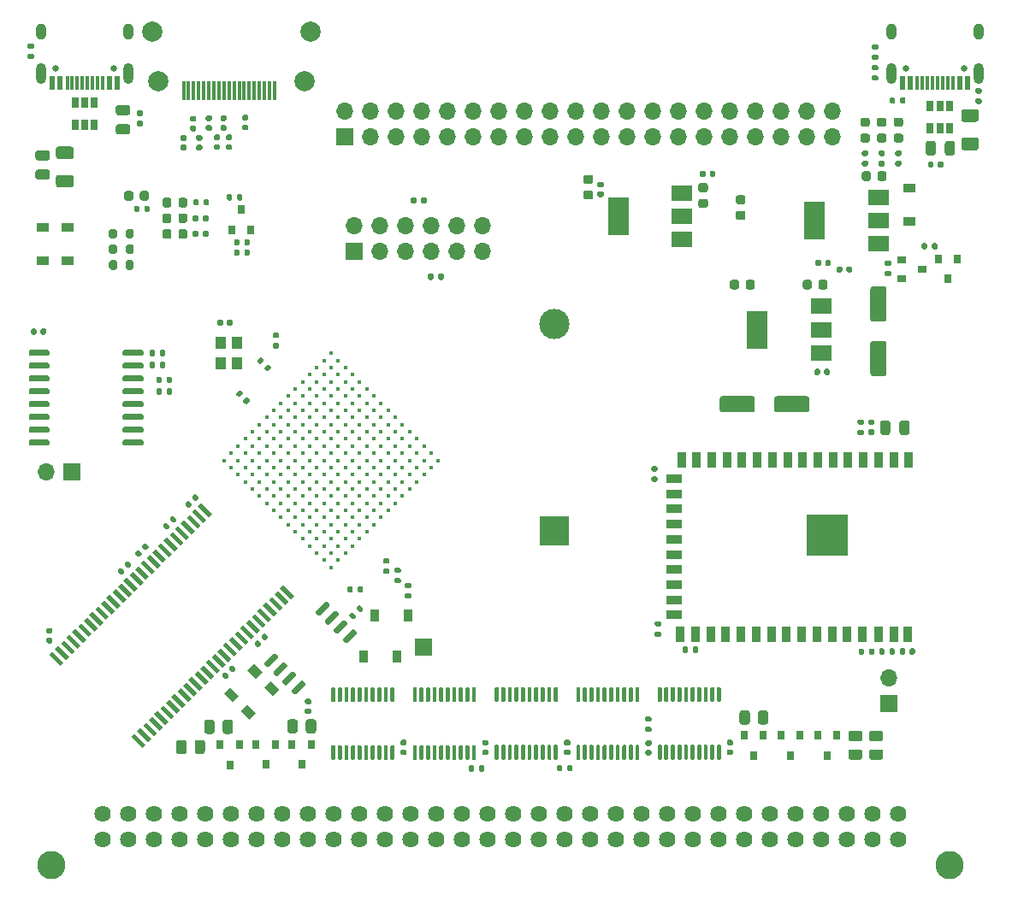
<source format=gbr>
%TF.GenerationSoftware,KiCad,Pcbnew,5.99.0+really5.1.10+dfsg1-1*%
%TF.CreationDate,2021-11-29T17:38:57+01:00*%
%TF.ProjectId,max80,6d617838-302e-46b6-9963-61645f706362,1.00*%
%TF.SameCoordinates,Original*%
%TF.FileFunction,Soldermask,Top*%
%TF.FilePolarity,Negative*%
%FSLAX46Y46*%
G04 Gerber Fmt 4.6, Leading zero omitted, Abs format (unit mm)*
G04 Created by KiCad (PCBNEW 5.99.0+really5.1.10+dfsg1-1) date 2021-11-29 17:38:57*
%MOMM*%
%LPD*%
G01*
G04 APERTURE LIST*
%ADD10R,1.100000X1.300000*%
%ADD11R,1.200000X0.900000*%
%ADD12R,0.800000X0.900000*%
%ADD13R,0.900000X0.800000*%
%ADD14C,0.400000*%
%ADD15O,1.700000X1.700000*%
%ADD16R,1.700000X1.700000*%
%ADD17C,2.000000*%
%ADD18R,0.300000X1.900000*%
%ADD19R,2.000000X1.500000*%
%ADD20R,2.000000X3.800000*%
%ADD21C,2.794000*%
%ADD22C,1.625600*%
%ADD23R,3.000000X3.000000*%
%ADD24C,3.000000*%
%ADD25R,0.900000X1.200000*%
%ADD26C,0.100000*%
%ADD27R,0.600000X1.450000*%
%ADD28R,0.300000X1.450000*%
%ADD29C,0.650000*%
%ADD30O,1.000000X2.100000*%
%ADD31O,1.000000X1.600000*%
%ADD32R,0.900000X1.500000*%
%ADD33R,1.500000X0.900000*%
%ADD34R,4.100000X4.100000*%
%ADD35R,0.650000X1.060000*%
G04 APERTURE END LIST*
D10*
%TO.C,OSC1*%
X128805000Y-73870000D03*
X128805000Y-75970000D03*
X127155000Y-75970000D03*
X127155000Y-73870000D03*
%TD*%
D11*
%TO.C,D28*%
X112050000Y-62450000D03*
X112050000Y-65750000D03*
%TD*%
%TO.C,D27*%
X195325000Y-58625000D03*
X195325000Y-61925000D03*
%TD*%
%TO.C,D19*%
X109600000Y-62450000D03*
X109600000Y-65750000D03*
%TD*%
%TO.C,R48*%
G36*
G01*
X193410000Y-66310000D02*
X193040000Y-66310000D01*
G75*
G02*
X192905000Y-66175000I0J135000D01*
G01*
X192905000Y-65905000D01*
G75*
G02*
X193040000Y-65770000I135000J0D01*
G01*
X193410000Y-65770000D01*
G75*
G02*
X193545000Y-65905000I0J-135000D01*
G01*
X193545000Y-66175000D01*
G75*
G02*
X193410000Y-66310000I-135000J0D01*
G01*
G37*
G36*
G01*
X193410000Y-67330000D02*
X193040000Y-67330000D01*
G75*
G02*
X192905000Y-67195000I0J135000D01*
G01*
X192905000Y-66925000D01*
G75*
G02*
X193040000Y-66790000I135000J0D01*
G01*
X193410000Y-66790000D01*
G75*
G02*
X193545000Y-66925000I0J-135000D01*
G01*
X193545000Y-67195000D01*
G75*
G02*
X193410000Y-67330000I-135000J0D01*
G01*
G37*
%TD*%
%TO.C,R36*%
G36*
G01*
X197565000Y-64535000D02*
X197565000Y-64165000D01*
G75*
G02*
X197700000Y-64030000I135000J0D01*
G01*
X197970000Y-64030000D01*
G75*
G02*
X198105000Y-64165000I0J-135000D01*
G01*
X198105000Y-64535000D01*
G75*
G02*
X197970000Y-64670000I-135000J0D01*
G01*
X197700000Y-64670000D01*
G75*
G02*
X197565000Y-64535000I0J135000D01*
G01*
G37*
G36*
G01*
X196545000Y-64535000D02*
X196545000Y-64165000D01*
G75*
G02*
X196680000Y-64030000I135000J0D01*
G01*
X196950000Y-64030000D01*
G75*
G02*
X197085000Y-64165000I0J-135000D01*
G01*
X197085000Y-64535000D01*
G75*
G02*
X196950000Y-64670000I-135000J0D01*
G01*
X196680000Y-64670000D01*
G75*
G02*
X196545000Y-64535000I0J135000D01*
G01*
G37*
%TD*%
%TO.C,R35*%
G36*
G01*
X191740000Y-47415000D02*
X192110000Y-47415000D01*
G75*
G02*
X192245000Y-47550000I0J-135000D01*
G01*
X192245000Y-47820000D01*
G75*
G02*
X192110000Y-47955000I-135000J0D01*
G01*
X191740000Y-47955000D01*
G75*
G02*
X191605000Y-47820000I0J135000D01*
G01*
X191605000Y-47550000D01*
G75*
G02*
X191740000Y-47415000I135000J0D01*
G01*
G37*
G36*
G01*
X191740000Y-46395000D02*
X192110000Y-46395000D01*
G75*
G02*
X192245000Y-46530000I0J-135000D01*
G01*
X192245000Y-46800000D01*
G75*
G02*
X192110000Y-46935000I-135000J0D01*
G01*
X191740000Y-46935000D01*
G75*
G02*
X191605000Y-46800000I0J135000D01*
G01*
X191605000Y-46530000D01*
G75*
G02*
X191740000Y-46395000I135000J0D01*
G01*
G37*
%TD*%
%TO.C,R34*%
G36*
G01*
X192135000Y-44860000D02*
X191765000Y-44860000D01*
G75*
G02*
X191630000Y-44725000I0J135000D01*
G01*
X191630000Y-44455000D01*
G75*
G02*
X191765000Y-44320000I135000J0D01*
G01*
X192135000Y-44320000D01*
G75*
G02*
X192270000Y-44455000I0J-135000D01*
G01*
X192270000Y-44725000D01*
G75*
G02*
X192135000Y-44860000I-135000J0D01*
G01*
G37*
G36*
G01*
X192135000Y-45880000D02*
X191765000Y-45880000D01*
G75*
G02*
X191630000Y-45745000I0J135000D01*
G01*
X191630000Y-45475000D01*
G75*
G02*
X191765000Y-45340000I135000J0D01*
G01*
X192135000Y-45340000D01*
G75*
G02*
X192270000Y-45475000I0J-135000D01*
G01*
X192270000Y-45745000D01*
G75*
G02*
X192135000Y-45880000I-135000J0D01*
G01*
G37*
%TD*%
D12*
%TO.C,Q9*%
X199125000Y-67600000D03*
X198175000Y-65600000D03*
X200075000Y-65600000D03*
%TD*%
D13*
%TO.C,Q8*%
X196575000Y-66650000D03*
X194575000Y-67600000D03*
X194575000Y-65700000D03*
%TD*%
D14*
%TO.C,U13*%
X132438146Y-80605253D03*
X133145253Y-79898146D03*
X133852359Y-79191039D03*
X134559466Y-78483932D03*
X135266573Y-77776825D03*
X135973680Y-77069719D03*
X136680786Y-76362612D03*
X137387893Y-75655505D03*
X138095000Y-74948398D03*
X138802107Y-79898146D03*
X138095000Y-80605253D03*
X137387893Y-81312359D03*
X136680786Y-82019466D03*
X137387893Y-82726573D03*
X138095000Y-82019466D03*
X138802107Y-81312359D03*
X139509214Y-80605253D03*
X138802107Y-75655505D03*
X138095000Y-76362612D03*
X137387893Y-77069719D03*
X136680786Y-77776825D03*
X135973680Y-78483932D03*
X135266573Y-79191039D03*
X134559466Y-79898146D03*
X133852359Y-80605253D03*
X133145253Y-81312359D03*
X133852359Y-82019466D03*
X134559466Y-81312359D03*
X135266573Y-80605253D03*
X135973680Y-79898146D03*
X136680786Y-79191039D03*
X137387893Y-78483932D03*
X138095000Y-77776825D03*
X138802107Y-77069719D03*
X139509214Y-76362612D03*
X140216320Y-81312359D03*
X139509214Y-82019466D03*
X138802107Y-82726573D03*
X138095000Y-83433680D03*
X138802107Y-84140786D03*
X139509214Y-83433680D03*
X140216320Y-82726573D03*
X140923427Y-82019466D03*
X140216320Y-77069719D03*
X139509214Y-77776825D03*
X138802107Y-78483932D03*
X138095000Y-79191039D03*
X137387893Y-79898146D03*
X136680786Y-80605253D03*
X135973680Y-81312359D03*
X135266573Y-82019466D03*
X134559466Y-82726573D03*
X135973680Y-82726573D03*
X136680786Y-83433680D03*
X137387893Y-84140786D03*
X135266573Y-83433680D03*
X135973680Y-84140786D03*
X136680786Y-84847893D03*
X137387893Y-85555000D03*
X140923427Y-77776825D03*
X140216320Y-78483932D03*
X136680786Y-86262107D03*
X135973680Y-85555000D03*
X135266573Y-84847893D03*
X134559466Y-84140786D03*
X138095000Y-84847893D03*
X133852359Y-84847893D03*
X134559466Y-85555000D03*
X135266573Y-86262107D03*
X135973680Y-86969214D03*
X139509214Y-79191039D03*
X133145253Y-85555000D03*
X133852359Y-86262107D03*
X134559466Y-86969214D03*
X135266573Y-87676320D03*
X141630534Y-82726573D03*
X141630534Y-78483932D03*
X142337641Y-79191039D03*
X143044747Y-79898146D03*
X143751854Y-80605253D03*
X144458961Y-81312359D03*
X140923427Y-79191039D03*
X141630534Y-79898146D03*
X142337641Y-80605253D03*
X143044747Y-81312359D03*
X143751854Y-82019466D03*
X143044747Y-82726573D03*
X142337641Y-82019466D03*
X141630534Y-81312359D03*
X140923427Y-80605253D03*
X140216320Y-79898146D03*
X142337641Y-83433680D03*
X143044747Y-84140786D03*
X143751854Y-84847893D03*
X140923427Y-83433680D03*
X145166068Y-82019466D03*
X145873175Y-82726573D03*
X144458961Y-82726573D03*
X145166068Y-83433680D03*
X143751854Y-83433680D03*
X144458961Y-84140786D03*
X141630534Y-84140786D03*
X142337641Y-84847893D03*
X143044747Y-85555000D03*
X140216320Y-84140786D03*
X140923427Y-84847893D03*
X141630534Y-85555000D03*
X142337641Y-86262107D03*
X139509214Y-84847893D03*
X140216320Y-85555000D03*
X140923427Y-86262107D03*
X141630534Y-86969214D03*
X138802107Y-85555000D03*
X139509214Y-86262107D03*
X140216320Y-86969214D03*
X140923427Y-87676320D03*
X138095000Y-86262107D03*
X138802107Y-86969214D03*
X139509214Y-87676320D03*
X140216320Y-88383427D03*
X137387893Y-86969214D03*
X138095000Y-87676320D03*
X138802107Y-88383427D03*
X139509214Y-89090534D03*
X136680786Y-87676320D03*
X137387893Y-88383427D03*
X138095000Y-89090534D03*
X138802107Y-89797641D03*
X138095000Y-90504747D03*
X137387893Y-89797641D03*
X136680786Y-89090534D03*
X135973680Y-88383427D03*
X146580281Y-83433680D03*
X147287388Y-84140786D03*
X147994495Y-84847893D03*
X148701602Y-85555000D03*
X147994495Y-86262107D03*
X147287388Y-86969214D03*
X146580281Y-87676320D03*
X147287388Y-85555000D03*
X146580281Y-86262107D03*
X145873175Y-86969214D03*
X145166068Y-86262107D03*
X145873175Y-85555000D03*
X146580281Y-84847893D03*
X145873175Y-84140786D03*
X145166068Y-84847893D03*
X144458961Y-85555000D03*
X143751854Y-86262107D03*
X144458961Y-86969214D03*
X145166068Y-87676320D03*
X145873175Y-88383427D03*
X145166068Y-89090534D03*
X144458961Y-88383427D03*
X143751854Y-87676320D03*
X143044747Y-86969214D03*
X142337641Y-87676320D03*
X143044747Y-88383427D03*
X143751854Y-89090534D03*
X144458961Y-89797641D03*
X143044747Y-89797641D03*
X142337641Y-89090534D03*
X141630534Y-88383427D03*
X140923427Y-89090534D03*
X141630534Y-89797641D03*
X142337641Y-90504747D03*
X141630534Y-91211854D03*
X140923427Y-90504747D03*
X140216320Y-89797641D03*
X139509214Y-90504747D03*
X140216320Y-91211854D03*
X140923427Y-91918961D03*
X130316825Y-82726573D03*
X131023932Y-82019466D03*
X131731039Y-81312359D03*
X132438146Y-82019466D03*
X131731039Y-82726573D03*
X131023932Y-83433680D03*
X131731039Y-84140786D03*
X132438146Y-83433680D03*
X133145253Y-82726573D03*
X133852359Y-83433680D03*
X133145253Y-84140786D03*
X132438146Y-84847893D03*
X128902612Y-84140786D03*
X129609719Y-83433680D03*
X130316825Y-84140786D03*
X129609719Y-84847893D03*
X131731039Y-85555000D03*
X131023932Y-84847893D03*
X130316825Y-85555000D03*
X131023932Y-86262107D03*
X131731039Y-86969214D03*
X132438146Y-86262107D03*
X133145253Y-86969214D03*
X132438146Y-87676320D03*
X133852359Y-87676320D03*
X133145253Y-88383427D03*
X138802107Y-91211854D03*
X139509214Y-91918961D03*
X140216320Y-92626068D03*
X134559466Y-88383427D03*
X135266573Y-89090534D03*
X135973680Y-89797641D03*
X136680786Y-90504747D03*
X137387893Y-91211854D03*
X138095000Y-91918961D03*
X138802107Y-92626068D03*
X139509214Y-93333175D03*
X133852359Y-89090534D03*
X134559466Y-89797641D03*
X135266573Y-90504747D03*
X135973680Y-91211854D03*
X136680786Y-91918961D03*
X137387893Y-92626068D03*
X138095000Y-93333175D03*
X138802107Y-94040281D03*
X136680786Y-93333175D03*
X137387893Y-94040281D03*
X138095000Y-94747388D03*
X135973680Y-92626068D03*
X135266573Y-91918961D03*
X134559466Y-91211854D03*
X133852359Y-90504747D03*
X133145253Y-89797641D03*
X132438146Y-89090534D03*
X131731039Y-88383427D03*
X131023932Y-87676320D03*
X130316825Y-86969214D03*
X129609719Y-86262107D03*
X128902612Y-85555000D03*
X128195505Y-84847893D03*
X143751854Y-90504747D03*
X143044747Y-91211854D03*
X142337641Y-91918961D03*
X141630534Y-92626068D03*
X140923427Y-93333175D03*
X140216320Y-94040281D03*
X139509214Y-94747388D03*
X138802107Y-95454495D03*
X127488398Y-85555000D03*
X128195505Y-86262107D03*
X128902612Y-86969214D03*
X129609719Y-87676320D03*
X130316825Y-88383427D03*
X131023932Y-89090534D03*
X131731039Y-89797641D03*
X132438146Y-90504747D03*
X133145253Y-91211854D03*
X133852359Y-91918961D03*
X134559466Y-92626068D03*
X135266573Y-93333175D03*
X135973680Y-94040281D03*
X136680786Y-94747388D03*
X137387893Y-95454495D03*
X138095000Y-96161602D03*
%TD*%
%TO.C,R33*%
G36*
G01*
X119135000Y-60465000D02*
X119135000Y-60835000D01*
G75*
G02*
X119000000Y-60970000I-135000J0D01*
G01*
X118730000Y-60970000D01*
G75*
G02*
X118595000Y-60835000I0J135000D01*
G01*
X118595000Y-60465000D01*
G75*
G02*
X118730000Y-60330000I135000J0D01*
G01*
X119000000Y-60330000D01*
G75*
G02*
X119135000Y-60465000I0J-135000D01*
G01*
G37*
G36*
G01*
X120155000Y-60465000D02*
X120155000Y-60835000D01*
G75*
G02*
X120020000Y-60970000I-135000J0D01*
G01*
X119750000Y-60970000D01*
G75*
G02*
X119615000Y-60835000I0J135000D01*
G01*
X119615000Y-60465000D01*
G75*
G02*
X119750000Y-60330000I135000J0D01*
G01*
X120020000Y-60330000D01*
G75*
G02*
X120155000Y-60465000I0J-135000D01*
G01*
G37*
%TD*%
%TO.C,R10*%
G36*
G01*
X117775000Y-66475000D02*
X117775000Y-65925000D01*
G75*
G02*
X117975000Y-65725000I200000J0D01*
G01*
X118375000Y-65725000D01*
G75*
G02*
X118575000Y-65925000I0J-200000D01*
G01*
X118575000Y-66475000D01*
G75*
G02*
X118375000Y-66675000I-200000J0D01*
G01*
X117975000Y-66675000D01*
G75*
G02*
X117775000Y-66475000I0J200000D01*
G01*
G37*
G36*
G01*
X116125000Y-66475000D02*
X116125000Y-65925000D01*
G75*
G02*
X116325000Y-65725000I200000J0D01*
G01*
X116725000Y-65725000D01*
G75*
G02*
X116925000Y-65925000I0J-200000D01*
G01*
X116925000Y-66475000D01*
G75*
G02*
X116725000Y-66675000I-200000J0D01*
G01*
X116325000Y-66675000D01*
G75*
G02*
X116125000Y-66475000I0J200000D01*
G01*
G37*
%TD*%
%TO.C,R8*%
G36*
G01*
X116925000Y-62825000D02*
X116925000Y-63375000D01*
G75*
G02*
X116725000Y-63575000I-200000J0D01*
G01*
X116325000Y-63575000D01*
G75*
G02*
X116125000Y-63375000I0J200000D01*
G01*
X116125000Y-62825000D01*
G75*
G02*
X116325000Y-62625000I200000J0D01*
G01*
X116725000Y-62625000D01*
G75*
G02*
X116925000Y-62825000I0J-200000D01*
G01*
G37*
G36*
G01*
X118575000Y-62825000D02*
X118575000Y-63375000D01*
G75*
G02*
X118375000Y-63575000I-200000J0D01*
G01*
X117975000Y-63575000D01*
G75*
G02*
X117775000Y-63375000I0J200000D01*
G01*
X117775000Y-62825000D01*
G75*
G02*
X117975000Y-62625000I200000J0D01*
G01*
X118375000Y-62625000D01*
G75*
G02*
X118575000Y-62825000I0J-200000D01*
G01*
G37*
%TD*%
%TO.C,R7*%
G36*
G01*
X116925000Y-64375000D02*
X116925000Y-64925000D01*
G75*
G02*
X116725000Y-65125000I-200000J0D01*
G01*
X116325000Y-65125000D01*
G75*
G02*
X116125000Y-64925000I0J200000D01*
G01*
X116125000Y-64375000D01*
G75*
G02*
X116325000Y-64175000I200000J0D01*
G01*
X116725000Y-64175000D01*
G75*
G02*
X116925000Y-64375000I0J-200000D01*
G01*
G37*
G36*
G01*
X118575000Y-64375000D02*
X118575000Y-64925000D01*
G75*
G02*
X118375000Y-65125000I-200000J0D01*
G01*
X117975000Y-65125000D01*
G75*
G02*
X117775000Y-64925000I0J200000D01*
G01*
X117775000Y-64375000D01*
G75*
G02*
X117975000Y-64175000I200000J0D01*
G01*
X118375000Y-64175000D01*
G75*
G02*
X118575000Y-64375000I0J-200000D01*
G01*
G37*
%TD*%
D15*
%TO.C,J4*%
X187710000Y-50960000D03*
X187710000Y-53500000D03*
X185170000Y-50960000D03*
X185170000Y-53500000D03*
X182630000Y-50960000D03*
X182630000Y-53500000D03*
X180090000Y-50960000D03*
X180090000Y-53500000D03*
X177550000Y-50960000D03*
X177550000Y-53500000D03*
X175010000Y-50960000D03*
X175010000Y-53500000D03*
X172470000Y-50960000D03*
X172470000Y-53500000D03*
X169930000Y-50960000D03*
X169930000Y-53500000D03*
X167390000Y-50960000D03*
X167390000Y-53500000D03*
X164850000Y-50960000D03*
X164850000Y-53500000D03*
X162310000Y-50960000D03*
X162310000Y-53500000D03*
X159770000Y-50960000D03*
X159770000Y-53500000D03*
X157230000Y-50960000D03*
X157230000Y-53500000D03*
X154690000Y-50960000D03*
X154690000Y-53500000D03*
X152150000Y-50960000D03*
X152150000Y-53500000D03*
X149610000Y-50960000D03*
X149610000Y-53500000D03*
X147070000Y-50960000D03*
X147070000Y-53500000D03*
X144530000Y-50960000D03*
X144530000Y-53500000D03*
X141990000Y-50960000D03*
X141990000Y-53500000D03*
X139450000Y-50960000D03*
D16*
X139450000Y-53500000D03*
%TD*%
%TO.C,C60*%
G36*
G01*
X191720000Y-73720000D02*
X192820000Y-73720000D01*
G75*
G02*
X193070000Y-73970000I0J-250000D01*
G01*
X193070000Y-76970000D01*
G75*
G02*
X192820000Y-77220000I-250000J0D01*
G01*
X191720000Y-77220000D01*
G75*
G02*
X191470000Y-76970000I0J250000D01*
G01*
X191470000Y-73970000D01*
G75*
G02*
X191720000Y-73720000I250000J0D01*
G01*
G37*
G36*
G01*
X191720000Y-68320000D02*
X192820000Y-68320000D01*
G75*
G02*
X193070000Y-68570000I0J-250000D01*
G01*
X193070000Y-71570000D01*
G75*
G02*
X192820000Y-71820000I-250000J0D01*
G01*
X191720000Y-71820000D01*
G75*
G02*
X191470000Y-71570000I0J250000D01*
G01*
X191470000Y-68570000D01*
G75*
G02*
X191720000Y-68320000I250000J0D01*
G01*
G37*
%TD*%
D17*
%TO.C,J2*%
X136100000Y-43050000D03*
X120400000Y-43050000D03*
X135500000Y-48000000D03*
X121000000Y-48000000D03*
D18*
X132500000Y-48900000D03*
X132000000Y-48900000D03*
X131500000Y-48900000D03*
X131000000Y-48900000D03*
X130500000Y-48900000D03*
X130000000Y-48900000D03*
X129500000Y-48900000D03*
X129000000Y-48900000D03*
X128500000Y-48900000D03*
X128000000Y-48900000D03*
X127500000Y-48900000D03*
X127000000Y-48900000D03*
X126500000Y-48900000D03*
X126000000Y-48900000D03*
X125500000Y-48900000D03*
X125000000Y-48900000D03*
X124500000Y-48900000D03*
X124000000Y-48900000D03*
X123500000Y-48900000D03*
%TD*%
%TO.C,R32*%
G36*
G01*
X121820000Y-77765000D02*
X121820000Y-77395000D01*
G75*
G02*
X121955000Y-77260000I135000J0D01*
G01*
X122225000Y-77260000D01*
G75*
G02*
X122360000Y-77395000I0J-135000D01*
G01*
X122360000Y-77765000D01*
G75*
G02*
X122225000Y-77900000I-135000J0D01*
G01*
X121955000Y-77900000D01*
G75*
G02*
X121820000Y-77765000I0J135000D01*
G01*
G37*
G36*
G01*
X120800000Y-77765000D02*
X120800000Y-77395000D01*
G75*
G02*
X120935000Y-77260000I135000J0D01*
G01*
X121205000Y-77260000D01*
G75*
G02*
X121340000Y-77395000I0J-135000D01*
G01*
X121340000Y-77765000D01*
G75*
G02*
X121205000Y-77900000I-135000J0D01*
G01*
X120935000Y-77900000D01*
G75*
G02*
X120800000Y-77765000I0J135000D01*
G01*
G37*
%TD*%
%TO.C,R9*%
G36*
G01*
X121840000Y-78925000D02*
X121840000Y-78555000D01*
G75*
G02*
X121975000Y-78420000I135000J0D01*
G01*
X122245000Y-78420000D01*
G75*
G02*
X122380000Y-78555000I0J-135000D01*
G01*
X122380000Y-78925000D01*
G75*
G02*
X122245000Y-79060000I-135000J0D01*
G01*
X121975000Y-79060000D01*
G75*
G02*
X121840000Y-78925000I0J135000D01*
G01*
G37*
G36*
G01*
X120820000Y-78925000D02*
X120820000Y-78555000D01*
G75*
G02*
X120955000Y-78420000I135000J0D01*
G01*
X121225000Y-78420000D01*
G75*
G02*
X121360000Y-78555000I0J-135000D01*
G01*
X121360000Y-78925000D01*
G75*
G02*
X121225000Y-79060000I-135000J0D01*
G01*
X120955000Y-79060000D01*
G75*
G02*
X120820000Y-78925000I0J135000D01*
G01*
G37*
%TD*%
D19*
%TO.C,U8*%
X186600000Y-74900000D03*
X186600000Y-70300000D03*
X186600000Y-72600000D03*
D20*
X180300000Y-72600000D03*
%TD*%
%TO.C,C38*%
G36*
G01*
X186900000Y-76970000D02*
X186900000Y-76630000D01*
G75*
G02*
X187040000Y-76490000I140000J0D01*
G01*
X187320000Y-76490000D01*
G75*
G02*
X187460000Y-76630000I0J-140000D01*
G01*
X187460000Y-76970000D01*
G75*
G02*
X187320000Y-77110000I-140000J0D01*
G01*
X187040000Y-77110000D01*
G75*
G02*
X186900000Y-76970000I0J140000D01*
G01*
G37*
G36*
G01*
X185940000Y-76970000D02*
X185940000Y-76630000D01*
G75*
G02*
X186080000Y-76490000I140000J0D01*
G01*
X186360000Y-76490000D01*
G75*
G02*
X186500000Y-76630000I0J-140000D01*
G01*
X186500000Y-76970000D01*
G75*
G02*
X186360000Y-77110000I-140000J0D01*
G01*
X186080000Y-77110000D01*
G75*
G02*
X185940000Y-76970000I0J140000D01*
G01*
G37*
%TD*%
%TO.C,C37*%
G36*
G01*
X179125000Y-68400000D02*
X179125000Y-67900000D01*
G75*
G02*
X179350000Y-67675000I225000J0D01*
G01*
X179800000Y-67675000D01*
G75*
G02*
X180025000Y-67900000I0J-225000D01*
G01*
X180025000Y-68400000D01*
G75*
G02*
X179800000Y-68625000I-225000J0D01*
G01*
X179350000Y-68625000D01*
G75*
G02*
X179125000Y-68400000I0J225000D01*
G01*
G37*
G36*
G01*
X177575000Y-68400000D02*
X177575000Y-67900000D01*
G75*
G02*
X177800000Y-67675000I225000J0D01*
G01*
X178250000Y-67675000D01*
G75*
G02*
X178475000Y-67900000I0J-225000D01*
G01*
X178475000Y-68400000D01*
G75*
G02*
X178250000Y-68625000I-225000J0D01*
G01*
X177800000Y-68625000D01*
G75*
G02*
X177575000Y-68400000I0J225000D01*
G01*
G37*
%TD*%
%TO.C,C36*%
G36*
G01*
X185675000Y-67900000D02*
X185675000Y-68400000D01*
G75*
G02*
X185450000Y-68625000I-225000J0D01*
G01*
X185000000Y-68625000D01*
G75*
G02*
X184775000Y-68400000I0J225000D01*
G01*
X184775000Y-67900000D01*
G75*
G02*
X185000000Y-67675000I225000J0D01*
G01*
X185450000Y-67675000D01*
G75*
G02*
X185675000Y-67900000I0J-225000D01*
G01*
G37*
G36*
G01*
X187225000Y-67900000D02*
X187225000Y-68400000D01*
G75*
G02*
X187000000Y-68625000I-225000J0D01*
G01*
X186550000Y-68625000D01*
G75*
G02*
X186325000Y-68400000I0J225000D01*
G01*
X186325000Y-67900000D01*
G75*
G02*
X186550000Y-67675000I225000J0D01*
G01*
X187000000Y-67675000D01*
G75*
G02*
X187225000Y-67900000I0J-225000D01*
G01*
G37*
%TD*%
%TO.C,C35*%
G36*
G01*
X189100000Y-66820000D02*
X189100000Y-66480000D01*
G75*
G02*
X189240000Y-66340000I140000J0D01*
G01*
X189520000Y-66340000D01*
G75*
G02*
X189660000Y-66480000I0J-140000D01*
G01*
X189660000Y-66820000D01*
G75*
G02*
X189520000Y-66960000I-140000J0D01*
G01*
X189240000Y-66960000D01*
G75*
G02*
X189100000Y-66820000I0J140000D01*
G01*
G37*
G36*
G01*
X188140000Y-66820000D02*
X188140000Y-66480000D01*
G75*
G02*
X188280000Y-66340000I140000J0D01*
G01*
X188560000Y-66340000D01*
G75*
G02*
X188700000Y-66480000I0J-140000D01*
G01*
X188700000Y-66820000D01*
G75*
G02*
X188560000Y-66960000I-140000J0D01*
G01*
X188280000Y-66960000D01*
G75*
G02*
X188140000Y-66820000I0J140000D01*
G01*
G37*
%TD*%
D21*
%TO.C,X1*%
X110421100Y-125673600D03*
X199321100Y-125673600D03*
D22*
X115501100Y-120593600D03*
X118041100Y-120593600D03*
X120581100Y-120593600D03*
X123121100Y-120593600D03*
X125661100Y-120593600D03*
X128201100Y-120593600D03*
X130741100Y-120593600D03*
X133281100Y-120593600D03*
X135821100Y-120593600D03*
X138361100Y-120593600D03*
X140901100Y-120593600D03*
X143441100Y-120593600D03*
X145981100Y-120593600D03*
X148521100Y-120593600D03*
X151061100Y-120593600D03*
X153601100Y-120593600D03*
X156141100Y-120593600D03*
X158681100Y-120593600D03*
X161221100Y-120593600D03*
X163761100Y-120593600D03*
X166301100Y-120593600D03*
X168841100Y-120593600D03*
X171381100Y-120593600D03*
X173921100Y-120593600D03*
X176461100Y-120593600D03*
X179001100Y-120593600D03*
X181541100Y-120593600D03*
X184081100Y-120593600D03*
X186621100Y-120593600D03*
X189161100Y-120593600D03*
X191701100Y-120593600D03*
X194241100Y-120593600D03*
X115501100Y-123133600D03*
X118041100Y-123133600D03*
X120581100Y-123133600D03*
X123121100Y-123133600D03*
X125661100Y-123133600D03*
X128201100Y-123133600D03*
X130741100Y-123133600D03*
X133281100Y-123133600D03*
X135821100Y-123133600D03*
X138361100Y-123133600D03*
X140901100Y-123133600D03*
X143441100Y-123133600D03*
X145981100Y-123133600D03*
X148521100Y-123133600D03*
X151061100Y-123133600D03*
X153601100Y-123133600D03*
X156141100Y-123133600D03*
X158681100Y-123133600D03*
X161221100Y-123133600D03*
X163761100Y-123133600D03*
X166301100Y-123133600D03*
X168841100Y-123133600D03*
X171381100Y-123133600D03*
X173921100Y-123133600D03*
X176461100Y-123133600D03*
X179001100Y-123133600D03*
X181541100Y-123133600D03*
X184081100Y-123133600D03*
X186621100Y-123133600D03*
X189161100Y-123133600D03*
X191701100Y-123133600D03*
X194241100Y-123133600D03*
%TD*%
%TO.C,C83*%
G36*
G01*
X127790000Y-72090000D02*
X127790000Y-71750000D01*
G75*
G02*
X127930000Y-71610000I140000J0D01*
G01*
X128210000Y-71610000D01*
G75*
G02*
X128350000Y-71750000I0J-140000D01*
G01*
X128350000Y-72090000D01*
G75*
G02*
X128210000Y-72230000I-140000J0D01*
G01*
X127930000Y-72230000D01*
G75*
G02*
X127790000Y-72090000I0J140000D01*
G01*
G37*
G36*
G01*
X126830000Y-72090000D02*
X126830000Y-71750000D01*
G75*
G02*
X126970000Y-71610000I140000J0D01*
G01*
X127250000Y-71610000D01*
G75*
G02*
X127390000Y-71750000I0J-140000D01*
G01*
X127390000Y-72090000D01*
G75*
G02*
X127250000Y-72230000I-140000J0D01*
G01*
X126970000Y-72230000D01*
G75*
G02*
X126830000Y-72090000I0J140000D01*
G01*
G37*
%TD*%
%TO.C,C61*%
G36*
G01*
X181950000Y-80550000D02*
X181950000Y-79450000D01*
G75*
G02*
X182200000Y-79200000I250000J0D01*
G01*
X185200000Y-79200000D01*
G75*
G02*
X185450000Y-79450000I0J-250000D01*
G01*
X185450000Y-80550000D01*
G75*
G02*
X185200000Y-80800000I-250000J0D01*
G01*
X182200000Y-80800000D01*
G75*
G02*
X181950000Y-80550000I0J250000D01*
G01*
G37*
G36*
G01*
X176550000Y-80550400D02*
X176550000Y-79449600D01*
G75*
G02*
X176799600Y-79200000I249600J0D01*
G01*
X179800400Y-79200000D01*
G75*
G02*
X180050000Y-79449600I0J-249600D01*
G01*
X180050000Y-80550400D01*
G75*
G02*
X179800400Y-80800000I-249600J0D01*
G01*
X176799600Y-80800000D01*
G75*
G02*
X176550000Y-80550400I0J249600D01*
G01*
G37*
%TD*%
D23*
%TO.C,BT1*%
X160170000Y-92570000D03*
D24*
X160170000Y-72080000D03*
%TD*%
%TO.C,R50*%
G36*
G01*
X147020000Y-60005000D02*
X147020000Y-59635000D01*
G75*
G02*
X147155000Y-59500000I135000J0D01*
G01*
X147425000Y-59500000D01*
G75*
G02*
X147560000Y-59635000I0J-135000D01*
G01*
X147560000Y-60005000D01*
G75*
G02*
X147425000Y-60140000I-135000J0D01*
G01*
X147155000Y-60140000D01*
G75*
G02*
X147020000Y-60005000I0J135000D01*
G01*
G37*
G36*
G01*
X146000000Y-60005000D02*
X146000000Y-59635000D01*
G75*
G02*
X146135000Y-59500000I135000J0D01*
G01*
X146405000Y-59500000D01*
G75*
G02*
X146540000Y-59635000I0J-135000D01*
G01*
X146540000Y-60005000D01*
G75*
G02*
X146405000Y-60140000I-135000J0D01*
G01*
X146135000Y-60140000D01*
G75*
G02*
X146000000Y-60005000I0J135000D01*
G01*
G37*
%TD*%
%TO.C,R49*%
G36*
G01*
X148230000Y-67185000D02*
X148230000Y-67555000D01*
G75*
G02*
X148095000Y-67690000I-135000J0D01*
G01*
X147825000Y-67690000D01*
G75*
G02*
X147690000Y-67555000I0J135000D01*
G01*
X147690000Y-67185000D01*
G75*
G02*
X147825000Y-67050000I135000J0D01*
G01*
X148095000Y-67050000D01*
G75*
G02*
X148230000Y-67185000I0J-135000D01*
G01*
G37*
G36*
G01*
X149250000Y-67185000D02*
X149250000Y-67555000D01*
G75*
G02*
X149115000Y-67690000I-135000J0D01*
G01*
X148845000Y-67690000D01*
G75*
G02*
X148710000Y-67555000I0J135000D01*
G01*
X148710000Y-67185000D01*
G75*
G02*
X148845000Y-67050000I135000J0D01*
G01*
X149115000Y-67050000D01*
G75*
G02*
X149250000Y-67185000I0J-135000D01*
G01*
G37*
%TD*%
D15*
%TO.C,J8*%
X153050000Y-62310000D03*
X153050000Y-64850000D03*
X150510000Y-62310000D03*
X150510000Y-64850000D03*
X147970000Y-62310000D03*
X147970000Y-64850000D03*
X145430000Y-62310000D03*
X145430000Y-64850000D03*
X142890000Y-62310000D03*
X142890000Y-64850000D03*
X140350000Y-62310000D03*
D16*
X140350000Y-64850000D03*
%TD*%
%TO.C,R47*%
G36*
G01*
X128310000Y-59315000D02*
X128310000Y-59685000D01*
G75*
G02*
X128175000Y-59820000I-135000J0D01*
G01*
X127905000Y-59820000D01*
G75*
G02*
X127770000Y-59685000I0J135000D01*
G01*
X127770000Y-59315000D01*
G75*
G02*
X127905000Y-59180000I135000J0D01*
G01*
X128175000Y-59180000D01*
G75*
G02*
X128310000Y-59315000I0J-135000D01*
G01*
G37*
G36*
G01*
X129330000Y-59315000D02*
X129330000Y-59685000D01*
G75*
G02*
X129195000Y-59820000I-135000J0D01*
G01*
X128925000Y-59820000D01*
G75*
G02*
X128790000Y-59685000I0J135000D01*
G01*
X128790000Y-59315000D01*
G75*
G02*
X128925000Y-59180000I135000J0D01*
G01*
X129195000Y-59180000D01*
G75*
G02*
X129330000Y-59315000I0J-135000D01*
G01*
G37*
%TD*%
%TO.C,R46*%
G36*
G01*
X129030000Y-63785000D02*
X129030000Y-64155000D01*
G75*
G02*
X128895000Y-64290000I-135000J0D01*
G01*
X128625000Y-64290000D01*
G75*
G02*
X128490000Y-64155000I0J135000D01*
G01*
X128490000Y-63785000D01*
G75*
G02*
X128625000Y-63650000I135000J0D01*
G01*
X128895000Y-63650000D01*
G75*
G02*
X129030000Y-63785000I0J-135000D01*
G01*
G37*
G36*
G01*
X130050000Y-63785000D02*
X130050000Y-64155000D01*
G75*
G02*
X129915000Y-64290000I-135000J0D01*
G01*
X129645000Y-64290000D01*
G75*
G02*
X129510000Y-64155000I0J135000D01*
G01*
X129510000Y-63785000D01*
G75*
G02*
X129645000Y-63650000I135000J0D01*
G01*
X129915000Y-63650000D01*
G75*
G02*
X130050000Y-63785000I0J-135000D01*
G01*
G37*
%TD*%
D12*
%TO.C,Q7*%
X129220000Y-60720000D03*
X130170000Y-62720000D03*
X128270000Y-62720000D03*
%TD*%
%TO.C,C82*%
G36*
G01*
X129430000Y-52300000D02*
X129770000Y-52300000D01*
G75*
G02*
X129910000Y-52440000I0J-140000D01*
G01*
X129910000Y-52720000D01*
G75*
G02*
X129770000Y-52860000I-140000J0D01*
G01*
X129430000Y-52860000D01*
G75*
G02*
X129290000Y-52720000I0J140000D01*
G01*
X129290000Y-52440000D01*
G75*
G02*
X129430000Y-52300000I140000J0D01*
G01*
G37*
G36*
G01*
X129430000Y-51340000D02*
X129770000Y-51340000D01*
G75*
G02*
X129910000Y-51480000I0J-140000D01*
G01*
X129910000Y-51760000D01*
G75*
G02*
X129770000Y-51900000I-140000J0D01*
G01*
X129430000Y-51900000D01*
G75*
G02*
X129290000Y-51760000I0J140000D01*
G01*
X129290000Y-51480000D01*
G75*
G02*
X129430000Y-51340000I140000J0D01*
G01*
G37*
%TD*%
%TO.C,C81*%
G36*
G01*
X127830000Y-54250000D02*
X128170000Y-54250000D01*
G75*
G02*
X128310000Y-54390000I0J-140000D01*
G01*
X128310000Y-54670000D01*
G75*
G02*
X128170000Y-54810000I-140000J0D01*
G01*
X127830000Y-54810000D01*
G75*
G02*
X127690000Y-54670000I0J140000D01*
G01*
X127690000Y-54390000D01*
G75*
G02*
X127830000Y-54250000I140000J0D01*
G01*
G37*
G36*
G01*
X127830000Y-53290000D02*
X128170000Y-53290000D01*
G75*
G02*
X128310000Y-53430000I0J-140000D01*
G01*
X128310000Y-53710000D01*
G75*
G02*
X128170000Y-53850000I-140000J0D01*
G01*
X127830000Y-53850000D01*
G75*
G02*
X127690000Y-53710000I0J140000D01*
G01*
X127690000Y-53430000D01*
G75*
G02*
X127830000Y-53290000I140000J0D01*
G01*
G37*
%TD*%
%TO.C,C80*%
G36*
G01*
X127280000Y-52350000D02*
X127620000Y-52350000D01*
G75*
G02*
X127760000Y-52490000I0J-140000D01*
G01*
X127760000Y-52770000D01*
G75*
G02*
X127620000Y-52910000I-140000J0D01*
G01*
X127280000Y-52910000D01*
G75*
G02*
X127140000Y-52770000I0J140000D01*
G01*
X127140000Y-52490000D01*
G75*
G02*
X127280000Y-52350000I140000J0D01*
G01*
G37*
G36*
G01*
X127280000Y-51390000D02*
X127620000Y-51390000D01*
G75*
G02*
X127760000Y-51530000I0J-140000D01*
G01*
X127760000Y-51810000D01*
G75*
G02*
X127620000Y-51950000I-140000J0D01*
G01*
X127280000Y-51950000D01*
G75*
G02*
X127140000Y-51810000I0J140000D01*
G01*
X127140000Y-51530000D01*
G75*
G02*
X127280000Y-51390000I140000J0D01*
G01*
G37*
%TD*%
%TO.C,C79*%
G36*
G01*
X126630000Y-54250000D02*
X126970000Y-54250000D01*
G75*
G02*
X127110000Y-54390000I0J-140000D01*
G01*
X127110000Y-54670000D01*
G75*
G02*
X126970000Y-54810000I-140000J0D01*
G01*
X126630000Y-54810000D01*
G75*
G02*
X126490000Y-54670000I0J140000D01*
G01*
X126490000Y-54390000D01*
G75*
G02*
X126630000Y-54250000I140000J0D01*
G01*
G37*
G36*
G01*
X126630000Y-53290000D02*
X126970000Y-53290000D01*
G75*
G02*
X127110000Y-53430000I0J-140000D01*
G01*
X127110000Y-53710000D01*
G75*
G02*
X126970000Y-53850000I-140000J0D01*
G01*
X126630000Y-53850000D01*
G75*
G02*
X126490000Y-53710000I0J140000D01*
G01*
X126490000Y-53430000D01*
G75*
G02*
X126630000Y-53290000I140000J0D01*
G01*
G37*
%TD*%
%TO.C,C78*%
G36*
G01*
X125830000Y-52350000D02*
X126170000Y-52350000D01*
G75*
G02*
X126310000Y-52490000I0J-140000D01*
G01*
X126310000Y-52770000D01*
G75*
G02*
X126170000Y-52910000I-140000J0D01*
G01*
X125830000Y-52910000D01*
G75*
G02*
X125690000Y-52770000I0J140000D01*
G01*
X125690000Y-52490000D01*
G75*
G02*
X125830000Y-52350000I140000J0D01*
G01*
G37*
G36*
G01*
X125830000Y-51390000D02*
X126170000Y-51390000D01*
G75*
G02*
X126310000Y-51530000I0J-140000D01*
G01*
X126310000Y-51810000D01*
G75*
G02*
X126170000Y-51950000I-140000J0D01*
G01*
X125830000Y-51950000D01*
G75*
G02*
X125690000Y-51810000I0J140000D01*
G01*
X125690000Y-51530000D01*
G75*
G02*
X125830000Y-51390000I140000J0D01*
G01*
G37*
%TD*%
%TO.C,C77*%
G36*
G01*
X124880000Y-54300000D02*
X125220000Y-54300000D01*
G75*
G02*
X125360000Y-54440000I0J-140000D01*
G01*
X125360000Y-54720000D01*
G75*
G02*
X125220000Y-54860000I-140000J0D01*
G01*
X124880000Y-54860000D01*
G75*
G02*
X124740000Y-54720000I0J140000D01*
G01*
X124740000Y-54440000D01*
G75*
G02*
X124880000Y-54300000I140000J0D01*
G01*
G37*
G36*
G01*
X124880000Y-53340000D02*
X125220000Y-53340000D01*
G75*
G02*
X125360000Y-53480000I0J-140000D01*
G01*
X125360000Y-53760000D01*
G75*
G02*
X125220000Y-53900000I-140000J0D01*
G01*
X124880000Y-53900000D01*
G75*
G02*
X124740000Y-53760000I0J140000D01*
G01*
X124740000Y-53480000D01*
G75*
G02*
X124880000Y-53340000I140000J0D01*
G01*
G37*
%TD*%
%TO.C,C76*%
G36*
G01*
X124280000Y-52400000D02*
X124620000Y-52400000D01*
G75*
G02*
X124760000Y-52540000I0J-140000D01*
G01*
X124760000Y-52820000D01*
G75*
G02*
X124620000Y-52960000I-140000J0D01*
G01*
X124280000Y-52960000D01*
G75*
G02*
X124140000Y-52820000I0J140000D01*
G01*
X124140000Y-52540000D01*
G75*
G02*
X124280000Y-52400000I140000J0D01*
G01*
G37*
G36*
G01*
X124280000Y-51440000D02*
X124620000Y-51440000D01*
G75*
G02*
X124760000Y-51580000I0J-140000D01*
G01*
X124760000Y-51860000D01*
G75*
G02*
X124620000Y-52000000I-140000J0D01*
G01*
X124280000Y-52000000D01*
G75*
G02*
X124140000Y-51860000I0J140000D01*
G01*
X124140000Y-51580000D01*
G75*
G02*
X124280000Y-51440000I140000J0D01*
G01*
G37*
%TD*%
%TO.C,C75*%
G36*
G01*
X123330000Y-54300000D02*
X123670000Y-54300000D01*
G75*
G02*
X123810000Y-54440000I0J-140000D01*
G01*
X123810000Y-54720000D01*
G75*
G02*
X123670000Y-54860000I-140000J0D01*
G01*
X123330000Y-54860000D01*
G75*
G02*
X123190000Y-54720000I0J140000D01*
G01*
X123190000Y-54440000D01*
G75*
G02*
X123330000Y-54300000I140000J0D01*
G01*
G37*
G36*
G01*
X123330000Y-53340000D02*
X123670000Y-53340000D01*
G75*
G02*
X123810000Y-53480000I0J-140000D01*
G01*
X123810000Y-53760000D01*
G75*
G02*
X123670000Y-53900000I-140000J0D01*
G01*
X123330000Y-53900000D01*
G75*
G02*
X123190000Y-53760000I0J140000D01*
G01*
X123190000Y-53480000D01*
G75*
G02*
X123330000Y-53340000I140000J0D01*
G01*
G37*
%TD*%
D25*
%TO.C,D7*%
X142445000Y-100920000D03*
X145745000Y-100920000D03*
%TD*%
D26*
%TO.C,D6*%
G36*
X130667792Y-107170736D02*
G01*
X129819264Y-106322208D01*
X130455660Y-105685812D01*
X131304188Y-106534340D01*
X130667792Y-107170736D01*
G37*
G36*
X128334340Y-109504188D02*
G01*
X127485812Y-108655660D01*
X128122208Y-108019264D01*
X128970736Y-108867792D01*
X128334340Y-109504188D01*
G37*
%TD*%
%TO.C,D5*%
G36*
X132367792Y-108895736D02*
G01*
X131519264Y-108047208D01*
X132155660Y-107410812D01*
X133004188Y-108259340D01*
X132367792Y-108895736D01*
G37*
G36*
X130034340Y-111229188D02*
G01*
X129185812Y-110380660D01*
X129822208Y-109744264D01*
X130670736Y-110592792D01*
X130034340Y-111229188D01*
G37*
%TD*%
D25*
%TO.C,D4*%
X141295000Y-104945000D03*
X144595000Y-104945000D03*
%TD*%
D16*
%TO.C,J6*%
X147220000Y-104020000D03*
%TD*%
%TO.C,R45*%
G36*
G01*
X190445002Y-113370000D02*
X189544998Y-113370000D01*
G75*
G02*
X189295000Y-113120002I0J249998D01*
G01*
X189295000Y-112594998D01*
G75*
G02*
X189544998Y-112345000I249998J0D01*
G01*
X190445002Y-112345000D01*
G75*
G02*
X190695000Y-112594998I0J-249998D01*
G01*
X190695000Y-113120002D01*
G75*
G02*
X190445002Y-113370000I-249998J0D01*
G01*
G37*
G36*
G01*
X190445002Y-115195000D02*
X189544998Y-115195000D01*
G75*
G02*
X189295000Y-114945002I0J249998D01*
G01*
X189295000Y-114419998D01*
G75*
G02*
X189544998Y-114170000I249998J0D01*
G01*
X190445002Y-114170000D01*
G75*
G02*
X190695000Y-114419998I0J-249998D01*
G01*
X190695000Y-114945002D01*
G75*
G02*
X190445002Y-115195000I-249998J0D01*
G01*
G37*
%TD*%
%TO.C,R44*%
G36*
G01*
X124595000Y-114395002D02*
X124595000Y-113494998D01*
G75*
G02*
X124844998Y-113245000I249998J0D01*
G01*
X125370002Y-113245000D01*
G75*
G02*
X125620000Y-113494998I0J-249998D01*
G01*
X125620000Y-114395002D01*
G75*
G02*
X125370002Y-114645000I-249998J0D01*
G01*
X124844998Y-114645000D01*
G75*
G02*
X124595000Y-114395002I0J249998D01*
G01*
G37*
G36*
G01*
X122770000Y-114395002D02*
X122770000Y-113494998D01*
G75*
G02*
X123019998Y-113245000I249998J0D01*
G01*
X123545002Y-113245000D01*
G75*
G02*
X123795000Y-113494998I0J-249998D01*
G01*
X123795000Y-114395002D01*
G75*
G02*
X123545002Y-114645000I-249998J0D01*
G01*
X123019998Y-114645000D01*
G75*
G02*
X122770000Y-114395002I0J249998D01*
G01*
G37*
%TD*%
%TO.C,R43*%
G36*
G01*
X192490002Y-113370000D02*
X191589998Y-113370000D01*
G75*
G02*
X191340000Y-113120002I0J249998D01*
G01*
X191340000Y-112594998D01*
G75*
G02*
X191589998Y-112345000I249998J0D01*
G01*
X192490002Y-112345000D01*
G75*
G02*
X192740000Y-112594998I0J-249998D01*
G01*
X192740000Y-113120002D01*
G75*
G02*
X192490002Y-113370000I-249998J0D01*
G01*
G37*
G36*
G01*
X192490002Y-115195000D02*
X191589998Y-115195000D01*
G75*
G02*
X191340000Y-114945002I0J249998D01*
G01*
X191340000Y-114419998D01*
G75*
G02*
X191589998Y-114170000I249998J0D01*
G01*
X192490002Y-114170000D01*
G75*
G02*
X192740000Y-114419998I0J-249998D01*
G01*
X192740000Y-114945002D01*
G75*
G02*
X192490002Y-115195000I-249998J0D01*
G01*
G37*
%TD*%
%TO.C,R28*%
G36*
G01*
X180345000Y-111470002D02*
X180345000Y-110569998D01*
G75*
G02*
X180594998Y-110320000I249998J0D01*
G01*
X181120002Y-110320000D01*
G75*
G02*
X181370000Y-110569998I0J-249998D01*
G01*
X181370000Y-111470002D01*
G75*
G02*
X181120002Y-111720000I-249998J0D01*
G01*
X180594998Y-111720000D01*
G75*
G02*
X180345000Y-111470002I0J249998D01*
G01*
G37*
G36*
G01*
X178520000Y-111470002D02*
X178520000Y-110569998D01*
G75*
G02*
X178769998Y-110320000I249998J0D01*
G01*
X179295002Y-110320000D01*
G75*
G02*
X179545000Y-110569998I0J-249998D01*
G01*
X179545000Y-111470002D01*
G75*
G02*
X179295002Y-111720000I-249998J0D01*
G01*
X178769998Y-111720000D01*
G75*
G02*
X178520000Y-111470002I0J249998D01*
G01*
G37*
%TD*%
%TO.C,R27*%
G36*
G01*
X135595000Y-112345002D02*
X135595000Y-111444998D01*
G75*
G02*
X135844998Y-111195000I249998J0D01*
G01*
X136370002Y-111195000D01*
G75*
G02*
X136620000Y-111444998I0J-249998D01*
G01*
X136620000Y-112345002D01*
G75*
G02*
X136370002Y-112595000I-249998J0D01*
G01*
X135844998Y-112595000D01*
G75*
G02*
X135595000Y-112345002I0J249998D01*
G01*
G37*
G36*
G01*
X133770000Y-112345002D02*
X133770000Y-111444998D01*
G75*
G02*
X134019998Y-111195000I249998J0D01*
G01*
X134545002Y-111195000D01*
G75*
G02*
X134795000Y-111444998I0J-249998D01*
G01*
X134795000Y-112345002D01*
G75*
G02*
X134545002Y-112595000I-249998J0D01*
G01*
X134019998Y-112595000D01*
G75*
G02*
X133770000Y-112345002I0J249998D01*
G01*
G37*
%TD*%
%TO.C,R26*%
G36*
G01*
X127370000Y-112395002D02*
X127370000Y-111494998D01*
G75*
G02*
X127619998Y-111245000I249998J0D01*
G01*
X128145002Y-111245000D01*
G75*
G02*
X128395000Y-111494998I0J-249998D01*
G01*
X128395000Y-112395002D01*
G75*
G02*
X128145002Y-112645000I-249998J0D01*
G01*
X127619998Y-112645000D01*
G75*
G02*
X127370000Y-112395002I0J249998D01*
G01*
G37*
G36*
G01*
X125545000Y-112395002D02*
X125545000Y-111494998D01*
G75*
G02*
X125794998Y-111245000I249998J0D01*
G01*
X126320002Y-111245000D01*
G75*
G02*
X126570000Y-111494998I0J-249998D01*
G01*
X126570000Y-112395002D01*
G75*
G02*
X126320002Y-112645000I-249998J0D01*
G01*
X125794998Y-112645000D01*
G75*
G02*
X125545000Y-112395002I0J249998D01*
G01*
G37*
%TD*%
D15*
%TO.C,J7*%
X193320000Y-107080000D03*
D16*
X193320000Y-109620000D03*
%TD*%
%TO.C,R25*%
G36*
G01*
X169680000Y-111455000D02*
X169310000Y-111455000D01*
G75*
G02*
X169175000Y-111320000I0J135000D01*
G01*
X169175000Y-111050000D01*
G75*
G02*
X169310000Y-110915000I135000J0D01*
G01*
X169680000Y-110915000D01*
G75*
G02*
X169815000Y-111050000I0J-135000D01*
G01*
X169815000Y-111320000D01*
G75*
G02*
X169680000Y-111455000I-135000J0D01*
G01*
G37*
G36*
G01*
X169680000Y-112475000D02*
X169310000Y-112475000D01*
G75*
G02*
X169175000Y-112340000I0J135000D01*
G01*
X169175000Y-112070000D01*
G75*
G02*
X169310000Y-111935000I135000J0D01*
G01*
X169680000Y-111935000D01*
G75*
G02*
X169815000Y-112070000I0J-135000D01*
G01*
X169815000Y-112340000D01*
G75*
G02*
X169680000Y-112475000I-135000J0D01*
G01*
G37*
%TD*%
D12*
%TO.C,Q6*%
X128070000Y-115710000D03*
X127120000Y-113710000D03*
X129020000Y-113710000D03*
%TD*%
D19*
%TO.C,U16*%
X192260000Y-64110000D03*
X192260000Y-59510000D03*
X192260000Y-61810000D03*
D20*
X185960000Y-61810000D03*
%TD*%
D19*
%TO.C,U1*%
X172820000Y-63670000D03*
X172820000Y-59070000D03*
X172820000Y-61370000D03*
D20*
X166520000Y-61370000D03*
%TD*%
%TO.C,C74*%
G36*
G01*
X164940000Y-58520000D02*
X164600000Y-58520000D01*
G75*
G02*
X164460000Y-58380000I0J140000D01*
G01*
X164460000Y-58100000D01*
G75*
G02*
X164600000Y-57960000I140000J0D01*
G01*
X164940000Y-57960000D01*
G75*
G02*
X165080000Y-58100000I0J-140000D01*
G01*
X165080000Y-58380000D01*
G75*
G02*
X164940000Y-58520000I-140000J0D01*
G01*
G37*
G36*
G01*
X164940000Y-59480000D02*
X164600000Y-59480000D01*
G75*
G02*
X164460000Y-59340000I0J140000D01*
G01*
X164460000Y-59060000D01*
G75*
G02*
X164600000Y-58920000I140000J0D01*
G01*
X164940000Y-58920000D01*
G75*
G02*
X165080000Y-59060000I0J-140000D01*
G01*
X165080000Y-59340000D01*
G75*
G02*
X164940000Y-59480000I-140000J0D01*
G01*
G37*
%TD*%
%TO.C,C73*%
G36*
G01*
X187000000Y-66170000D02*
X187000000Y-65830000D01*
G75*
G02*
X187140000Y-65690000I140000J0D01*
G01*
X187420000Y-65690000D01*
G75*
G02*
X187560000Y-65830000I0J-140000D01*
G01*
X187560000Y-66170000D01*
G75*
G02*
X187420000Y-66310000I-140000J0D01*
G01*
X187140000Y-66310000D01*
G75*
G02*
X187000000Y-66170000I0J140000D01*
G01*
G37*
G36*
G01*
X186040000Y-66170000D02*
X186040000Y-65830000D01*
G75*
G02*
X186180000Y-65690000I140000J0D01*
G01*
X186460000Y-65690000D01*
G75*
G02*
X186600000Y-65830000I0J-140000D01*
G01*
X186600000Y-66170000D01*
G75*
G02*
X186460000Y-66310000I-140000J0D01*
G01*
X186180000Y-66310000D01*
G75*
G02*
X186040000Y-66170000I0J140000D01*
G01*
G37*
%TD*%
%TO.C,C72*%
G36*
G01*
X163800000Y-58175000D02*
X163300000Y-58175000D01*
G75*
G02*
X163075000Y-57950000I0J225000D01*
G01*
X163075000Y-57500000D01*
G75*
G02*
X163300000Y-57275000I225000J0D01*
G01*
X163800000Y-57275000D01*
G75*
G02*
X164025000Y-57500000I0J-225000D01*
G01*
X164025000Y-57950000D01*
G75*
G02*
X163800000Y-58175000I-225000J0D01*
G01*
G37*
G36*
G01*
X163800000Y-59725000D02*
X163300000Y-59725000D01*
G75*
G02*
X163075000Y-59500000I0J225000D01*
G01*
X163075000Y-59050000D01*
G75*
G02*
X163300000Y-58825000I225000J0D01*
G01*
X163800000Y-58825000D01*
G75*
G02*
X164025000Y-59050000I0J-225000D01*
G01*
X164025000Y-59500000D01*
G75*
G02*
X163800000Y-59725000I-225000J0D01*
G01*
G37*
%TD*%
%TO.C,C71*%
G36*
G01*
X178880000Y-60195000D02*
X178380000Y-60195000D01*
G75*
G02*
X178155000Y-59970000I0J225000D01*
G01*
X178155000Y-59520000D01*
G75*
G02*
X178380000Y-59295000I225000J0D01*
G01*
X178880000Y-59295000D01*
G75*
G02*
X179105000Y-59520000I0J-225000D01*
G01*
X179105000Y-59970000D01*
G75*
G02*
X178880000Y-60195000I-225000J0D01*
G01*
G37*
G36*
G01*
X178880000Y-61745000D02*
X178380000Y-61745000D01*
G75*
G02*
X178155000Y-61520000I0J225000D01*
G01*
X178155000Y-61070000D01*
G75*
G02*
X178380000Y-60845000I225000J0D01*
G01*
X178880000Y-60845000D01*
G75*
G02*
X179105000Y-61070000I0J-225000D01*
G01*
X179105000Y-61520000D01*
G75*
G02*
X178880000Y-61745000I-225000J0D01*
G01*
G37*
%TD*%
%TO.C,C70*%
G36*
G01*
X192175000Y-57650000D02*
X192175000Y-57150000D01*
G75*
G02*
X192400000Y-56925000I225000J0D01*
G01*
X192850000Y-56925000D01*
G75*
G02*
X193075000Y-57150000I0J-225000D01*
G01*
X193075000Y-57650000D01*
G75*
G02*
X192850000Y-57875000I-225000J0D01*
G01*
X192400000Y-57875000D01*
G75*
G02*
X192175000Y-57650000I0J225000D01*
G01*
G37*
G36*
G01*
X190625000Y-57650000D02*
X190625000Y-57150000D01*
G75*
G02*
X190850000Y-56925000I225000J0D01*
G01*
X191300000Y-56925000D01*
G75*
G02*
X191525000Y-57150000I0J-225000D01*
G01*
X191525000Y-57650000D01*
G75*
G02*
X191300000Y-57875000I-225000J0D01*
G01*
X190850000Y-57875000D01*
G75*
G02*
X190625000Y-57650000I0J225000D01*
G01*
G37*
%TD*%
%TO.C,C67*%
G36*
G01*
X174670000Y-59645000D02*
X175170000Y-59645000D01*
G75*
G02*
X175395000Y-59870000I0J-225000D01*
G01*
X175395000Y-60320000D01*
G75*
G02*
X175170000Y-60545000I-225000J0D01*
G01*
X174670000Y-60545000D01*
G75*
G02*
X174445000Y-60320000I0J225000D01*
G01*
X174445000Y-59870000D01*
G75*
G02*
X174670000Y-59645000I225000J0D01*
G01*
G37*
G36*
G01*
X174670000Y-58095000D02*
X175170000Y-58095000D01*
G75*
G02*
X175395000Y-58320000I0J-225000D01*
G01*
X175395000Y-58770000D01*
G75*
G02*
X175170000Y-58995000I-225000J0D01*
G01*
X174670000Y-58995000D01*
G75*
G02*
X174445000Y-58770000I0J225000D01*
G01*
X174445000Y-58320000D01*
G75*
G02*
X174670000Y-58095000I225000J0D01*
G01*
G37*
%TD*%
%TO.C,C65*%
G36*
G01*
X197725000Y-56080000D02*
X197725000Y-56420000D01*
G75*
G02*
X197585000Y-56560000I-140000J0D01*
G01*
X197305000Y-56560000D01*
G75*
G02*
X197165000Y-56420000I0J140000D01*
G01*
X197165000Y-56080000D01*
G75*
G02*
X197305000Y-55940000I140000J0D01*
G01*
X197585000Y-55940000D01*
G75*
G02*
X197725000Y-56080000I0J-140000D01*
G01*
G37*
G36*
G01*
X198685000Y-56080000D02*
X198685000Y-56420000D01*
G75*
G02*
X198545000Y-56560000I-140000J0D01*
G01*
X198265000Y-56560000D01*
G75*
G02*
X198125000Y-56420000I0J140000D01*
G01*
X198125000Y-56080000D01*
G75*
G02*
X198265000Y-55940000I140000J0D01*
G01*
X198545000Y-55940000D01*
G75*
G02*
X198685000Y-56080000I0J-140000D01*
G01*
G37*
%TD*%
%TO.C,C64*%
G36*
G01*
X175570000Y-57340000D02*
X175570000Y-57000000D01*
G75*
G02*
X175710000Y-56860000I140000J0D01*
G01*
X175990000Y-56860000D01*
G75*
G02*
X176130000Y-57000000I0J-140000D01*
G01*
X176130000Y-57340000D01*
G75*
G02*
X175990000Y-57480000I-140000J0D01*
G01*
X175710000Y-57480000D01*
G75*
G02*
X175570000Y-57340000I0J140000D01*
G01*
G37*
G36*
G01*
X174610000Y-57340000D02*
X174610000Y-57000000D01*
G75*
G02*
X174750000Y-56860000I140000J0D01*
G01*
X175030000Y-56860000D01*
G75*
G02*
X175170000Y-57000000I0J-140000D01*
G01*
X175170000Y-57340000D01*
G75*
G02*
X175030000Y-57480000I-140000J0D01*
G01*
X174750000Y-57480000D01*
G75*
G02*
X174610000Y-57340000I0J140000D01*
G01*
G37*
%TD*%
%TO.C,R24*%
G36*
G01*
X129510000Y-65165000D02*
X129510000Y-64795000D01*
G75*
G02*
X129645000Y-64660000I135000J0D01*
G01*
X129915000Y-64660000D01*
G75*
G02*
X130050000Y-64795000I0J-135000D01*
G01*
X130050000Y-65165000D01*
G75*
G02*
X129915000Y-65300000I-135000J0D01*
G01*
X129645000Y-65300000D01*
G75*
G02*
X129510000Y-65165000I0J135000D01*
G01*
G37*
G36*
G01*
X128490000Y-65165000D02*
X128490000Y-64795000D01*
G75*
G02*
X128625000Y-64660000I135000J0D01*
G01*
X128895000Y-64660000D01*
G75*
G02*
X129030000Y-64795000I0J-135000D01*
G01*
X129030000Y-65165000D01*
G75*
G02*
X128895000Y-65300000I-135000J0D01*
G01*
X128625000Y-65300000D01*
G75*
G02*
X128490000Y-65165000I0J135000D01*
G01*
G37*
%TD*%
%TO.C,U14*%
G36*
G01*
X168315000Y-113745000D02*
X168515000Y-113745000D01*
G75*
G02*
X168615000Y-113845000I0J-100000D01*
G01*
X168615000Y-115120000D01*
G75*
G02*
X168515000Y-115220000I-100000J0D01*
G01*
X168315000Y-115220000D01*
G75*
G02*
X168215000Y-115120000I0J100000D01*
G01*
X168215000Y-113845000D01*
G75*
G02*
X168315000Y-113745000I100000J0D01*
G01*
G37*
G36*
G01*
X167665000Y-113745000D02*
X167865000Y-113745000D01*
G75*
G02*
X167965000Y-113845000I0J-100000D01*
G01*
X167965000Y-115120000D01*
G75*
G02*
X167865000Y-115220000I-100000J0D01*
G01*
X167665000Y-115220000D01*
G75*
G02*
X167565000Y-115120000I0J100000D01*
G01*
X167565000Y-113845000D01*
G75*
G02*
X167665000Y-113745000I100000J0D01*
G01*
G37*
G36*
G01*
X167015000Y-113745000D02*
X167215000Y-113745000D01*
G75*
G02*
X167315000Y-113845000I0J-100000D01*
G01*
X167315000Y-115120000D01*
G75*
G02*
X167215000Y-115220000I-100000J0D01*
G01*
X167015000Y-115220000D01*
G75*
G02*
X166915000Y-115120000I0J100000D01*
G01*
X166915000Y-113845000D01*
G75*
G02*
X167015000Y-113745000I100000J0D01*
G01*
G37*
G36*
G01*
X166365000Y-113745000D02*
X166565000Y-113745000D01*
G75*
G02*
X166665000Y-113845000I0J-100000D01*
G01*
X166665000Y-115120000D01*
G75*
G02*
X166565000Y-115220000I-100000J0D01*
G01*
X166365000Y-115220000D01*
G75*
G02*
X166265000Y-115120000I0J100000D01*
G01*
X166265000Y-113845000D01*
G75*
G02*
X166365000Y-113745000I100000J0D01*
G01*
G37*
G36*
G01*
X165715000Y-113745000D02*
X165915000Y-113745000D01*
G75*
G02*
X166015000Y-113845000I0J-100000D01*
G01*
X166015000Y-115120000D01*
G75*
G02*
X165915000Y-115220000I-100000J0D01*
G01*
X165715000Y-115220000D01*
G75*
G02*
X165615000Y-115120000I0J100000D01*
G01*
X165615000Y-113845000D01*
G75*
G02*
X165715000Y-113745000I100000J0D01*
G01*
G37*
G36*
G01*
X165065000Y-113745000D02*
X165265000Y-113745000D01*
G75*
G02*
X165365000Y-113845000I0J-100000D01*
G01*
X165365000Y-115120000D01*
G75*
G02*
X165265000Y-115220000I-100000J0D01*
G01*
X165065000Y-115220000D01*
G75*
G02*
X164965000Y-115120000I0J100000D01*
G01*
X164965000Y-113845000D01*
G75*
G02*
X165065000Y-113745000I100000J0D01*
G01*
G37*
G36*
G01*
X164415000Y-113745000D02*
X164615000Y-113745000D01*
G75*
G02*
X164715000Y-113845000I0J-100000D01*
G01*
X164715000Y-115120000D01*
G75*
G02*
X164615000Y-115220000I-100000J0D01*
G01*
X164415000Y-115220000D01*
G75*
G02*
X164315000Y-115120000I0J100000D01*
G01*
X164315000Y-113845000D01*
G75*
G02*
X164415000Y-113745000I100000J0D01*
G01*
G37*
G36*
G01*
X163765000Y-113745000D02*
X163965000Y-113745000D01*
G75*
G02*
X164065000Y-113845000I0J-100000D01*
G01*
X164065000Y-115120000D01*
G75*
G02*
X163965000Y-115220000I-100000J0D01*
G01*
X163765000Y-115220000D01*
G75*
G02*
X163665000Y-115120000I0J100000D01*
G01*
X163665000Y-113845000D01*
G75*
G02*
X163765000Y-113745000I100000J0D01*
G01*
G37*
G36*
G01*
X163115000Y-113745000D02*
X163315000Y-113745000D01*
G75*
G02*
X163415000Y-113845000I0J-100000D01*
G01*
X163415000Y-115120000D01*
G75*
G02*
X163315000Y-115220000I-100000J0D01*
G01*
X163115000Y-115220000D01*
G75*
G02*
X163015000Y-115120000I0J100000D01*
G01*
X163015000Y-113845000D01*
G75*
G02*
X163115000Y-113745000I100000J0D01*
G01*
G37*
G36*
G01*
X162465000Y-113745000D02*
X162665000Y-113745000D01*
G75*
G02*
X162765000Y-113845000I0J-100000D01*
G01*
X162765000Y-115120000D01*
G75*
G02*
X162665000Y-115220000I-100000J0D01*
G01*
X162465000Y-115220000D01*
G75*
G02*
X162365000Y-115120000I0J100000D01*
G01*
X162365000Y-113845000D01*
G75*
G02*
X162465000Y-113745000I100000J0D01*
G01*
G37*
G36*
G01*
X162465000Y-108020000D02*
X162665000Y-108020000D01*
G75*
G02*
X162765000Y-108120000I0J-100000D01*
G01*
X162765000Y-109395000D01*
G75*
G02*
X162665000Y-109495000I-100000J0D01*
G01*
X162465000Y-109495000D01*
G75*
G02*
X162365000Y-109395000I0J100000D01*
G01*
X162365000Y-108120000D01*
G75*
G02*
X162465000Y-108020000I100000J0D01*
G01*
G37*
G36*
G01*
X163115000Y-108020000D02*
X163315000Y-108020000D01*
G75*
G02*
X163415000Y-108120000I0J-100000D01*
G01*
X163415000Y-109395000D01*
G75*
G02*
X163315000Y-109495000I-100000J0D01*
G01*
X163115000Y-109495000D01*
G75*
G02*
X163015000Y-109395000I0J100000D01*
G01*
X163015000Y-108120000D01*
G75*
G02*
X163115000Y-108020000I100000J0D01*
G01*
G37*
G36*
G01*
X163765000Y-108020000D02*
X163965000Y-108020000D01*
G75*
G02*
X164065000Y-108120000I0J-100000D01*
G01*
X164065000Y-109395000D01*
G75*
G02*
X163965000Y-109495000I-100000J0D01*
G01*
X163765000Y-109495000D01*
G75*
G02*
X163665000Y-109395000I0J100000D01*
G01*
X163665000Y-108120000D01*
G75*
G02*
X163765000Y-108020000I100000J0D01*
G01*
G37*
G36*
G01*
X164415000Y-108020000D02*
X164615000Y-108020000D01*
G75*
G02*
X164715000Y-108120000I0J-100000D01*
G01*
X164715000Y-109395000D01*
G75*
G02*
X164615000Y-109495000I-100000J0D01*
G01*
X164415000Y-109495000D01*
G75*
G02*
X164315000Y-109395000I0J100000D01*
G01*
X164315000Y-108120000D01*
G75*
G02*
X164415000Y-108020000I100000J0D01*
G01*
G37*
G36*
G01*
X165065000Y-108020000D02*
X165265000Y-108020000D01*
G75*
G02*
X165365000Y-108120000I0J-100000D01*
G01*
X165365000Y-109395000D01*
G75*
G02*
X165265000Y-109495000I-100000J0D01*
G01*
X165065000Y-109495000D01*
G75*
G02*
X164965000Y-109395000I0J100000D01*
G01*
X164965000Y-108120000D01*
G75*
G02*
X165065000Y-108020000I100000J0D01*
G01*
G37*
G36*
G01*
X165715000Y-108020000D02*
X165915000Y-108020000D01*
G75*
G02*
X166015000Y-108120000I0J-100000D01*
G01*
X166015000Y-109395000D01*
G75*
G02*
X165915000Y-109495000I-100000J0D01*
G01*
X165715000Y-109495000D01*
G75*
G02*
X165615000Y-109395000I0J100000D01*
G01*
X165615000Y-108120000D01*
G75*
G02*
X165715000Y-108020000I100000J0D01*
G01*
G37*
G36*
G01*
X166365000Y-108020000D02*
X166565000Y-108020000D01*
G75*
G02*
X166665000Y-108120000I0J-100000D01*
G01*
X166665000Y-109395000D01*
G75*
G02*
X166565000Y-109495000I-100000J0D01*
G01*
X166365000Y-109495000D01*
G75*
G02*
X166265000Y-109395000I0J100000D01*
G01*
X166265000Y-108120000D01*
G75*
G02*
X166365000Y-108020000I100000J0D01*
G01*
G37*
G36*
G01*
X167015000Y-108020000D02*
X167215000Y-108020000D01*
G75*
G02*
X167315000Y-108120000I0J-100000D01*
G01*
X167315000Y-109395000D01*
G75*
G02*
X167215000Y-109495000I-100000J0D01*
G01*
X167015000Y-109495000D01*
G75*
G02*
X166915000Y-109395000I0J100000D01*
G01*
X166915000Y-108120000D01*
G75*
G02*
X167015000Y-108020000I100000J0D01*
G01*
G37*
G36*
G01*
X167665000Y-108020000D02*
X167865000Y-108020000D01*
G75*
G02*
X167965000Y-108120000I0J-100000D01*
G01*
X167965000Y-109395000D01*
G75*
G02*
X167865000Y-109495000I-100000J0D01*
G01*
X167665000Y-109495000D01*
G75*
G02*
X167565000Y-109395000I0J100000D01*
G01*
X167565000Y-108120000D01*
G75*
G02*
X167665000Y-108020000I100000J0D01*
G01*
G37*
G36*
G01*
X168315000Y-108020000D02*
X168515000Y-108020000D01*
G75*
G02*
X168615000Y-108120000I0J-100000D01*
G01*
X168615000Y-109395000D01*
G75*
G02*
X168515000Y-109495000I-100000J0D01*
G01*
X168315000Y-109495000D01*
G75*
G02*
X168215000Y-109395000I0J100000D01*
G01*
X168215000Y-108120000D01*
G75*
G02*
X168315000Y-108020000I100000J0D01*
G01*
G37*
%TD*%
D12*
%TO.C,Q5*%
X187190000Y-114770000D03*
X186240000Y-112770000D03*
X188140000Y-112770000D03*
%TD*%
%TO.C,Q1*%
X183550000Y-114770000D03*
X182600000Y-112770000D03*
X184500000Y-112770000D03*
%TD*%
%TO.C,R11*%
G36*
G01*
X132835000Y-73440000D02*
X132465000Y-73440000D01*
G75*
G02*
X132330000Y-73305000I0J135000D01*
G01*
X132330000Y-73035000D01*
G75*
G02*
X132465000Y-72900000I135000J0D01*
G01*
X132835000Y-72900000D01*
G75*
G02*
X132970000Y-73035000I0J-135000D01*
G01*
X132970000Y-73305000D01*
G75*
G02*
X132835000Y-73440000I-135000J0D01*
G01*
G37*
G36*
G01*
X132835000Y-74460000D02*
X132465000Y-74460000D01*
G75*
G02*
X132330000Y-74325000I0J135000D01*
G01*
X132330000Y-74055000D01*
G75*
G02*
X132465000Y-73920000I135000J0D01*
G01*
X132835000Y-73920000D01*
G75*
G02*
X132970000Y-74055000I0J-135000D01*
G01*
X132970000Y-74325000D01*
G75*
G02*
X132835000Y-74460000I-135000J0D01*
G01*
G37*
%TD*%
%TO.C,R2*%
G36*
G01*
X131508891Y-76330520D02*
X131770520Y-76068891D01*
G75*
G02*
X131961438Y-76068891I95459J-95459D01*
G01*
X132152357Y-76259810D01*
G75*
G02*
X132152357Y-76450728I-95459J-95459D01*
G01*
X131890728Y-76712357D01*
G75*
G02*
X131699810Y-76712357I-95459J95459D01*
G01*
X131508891Y-76521438D01*
G75*
G02*
X131508891Y-76330520I95459J95459D01*
G01*
G37*
G36*
G01*
X130787643Y-75609272D02*
X131049272Y-75347643D01*
G75*
G02*
X131240190Y-75347643I95459J-95459D01*
G01*
X131431109Y-75538562D01*
G75*
G02*
X131431109Y-75729480I-95459J-95459D01*
G01*
X131169480Y-75991109D01*
G75*
G02*
X130978562Y-75991109I-95459J95459D01*
G01*
X130787643Y-75800190D01*
G75*
G02*
X130787643Y-75609272I95459J95459D01*
G01*
G37*
%TD*%
%TO.C,C45*%
G36*
G01*
X130918371Y-103411213D02*
X131158787Y-103651629D01*
G75*
G02*
X131158787Y-103849619I-98995J-98995D01*
G01*
X130960797Y-104047609D01*
G75*
G02*
X130762807Y-104047609I-98995J98995D01*
G01*
X130522391Y-103807193D01*
G75*
G02*
X130522391Y-103609203I98995J98995D01*
G01*
X130720381Y-103411213D01*
G75*
G02*
X130918371Y-103411213I98995J-98995D01*
G01*
G37*
G36*
G01*
X131597193Y-102732391D02*
X131837609Y-102972807D01*
G75*
G02*
X131837609Y-103170797I-98995J-98995D01*
G01*
X131639619Y-103368787D01*
G75*
G02*
X131441629Y-103368787I-98995J98995D01*
G01*
X131201213Y-103128371D01*
G75*
G02*
X131201213Y-102930381I98995J98995D01*
G01*
X131399203Y-102732391D01*
G75*
G02*
X131597193Y-102732391I98995J-98995D01*
G01*
G37*
%TD*%
%TO.C,C7*%
G36*
G01*
X177740000Y-113780000D02*
X177400000Y-113780000D01*
G75*
G02*
X177260000Y-113640000I0J140000D01*
G01*
X177260000Y-113360000D01*
G75*
G02*
X177400000Y-113220000I140000J0D01*
G01*
X177740000Y-113220000D01*
G75*
G02*
X177880000Y-113360000I0J-140000D01*
G01*
X177880000Y-113640000D01*
G75*
G02*
X177740000Y-113780000I-140000J0D01*
G01*
G37*
G36*
G01*
X177740000Y-114740000D02*
X177400000Y-114740000D01*
G75*
G02*
X177260000Y-114600000I0J140000D01*
G01*
X177260000Y-114320000D01*
G75*
G02*
X177400000Y-114180000I140000J0D01*
G01*
X177740000Y-114180000D01*
G75*
G02*
X177880000Y-114320000I0J-140000D01*
G01*
X177880000Y-114600000D01*
G75*
G02*
X177740000Y-114740000I-140000J0D01*
G01*
G37*
%TD*%
%TO.C,C6*%
G36*
G01*
X169690000Y-113830000D02*
X169350000Y-113830000D01*
G75*
G02*
X169210000Y-113690000I0J140000D01*
G01*
X169210000Y-113410000D01*
G75*
G02*
X169350000Y-113270000I140000J0D01*
G01*
X169690000Y-113270000D01*
G75*
G02*
X169830000Y-113410000I0J-140000D01*
G01*
X169830000Y-113690000D01*
G75*
G02*
X169690000Y-113830000I-140000J0D01*
G01*
G37*
G36*
G01*
X169690000Y-114790000D02*
X169350000Y-114790000D01*
G75*
G02*
X169210000Y-114650000I0J140000D01*
G01*
X169210000Y-114370000D01*
G75*
G02*
X169350000Y-114230000I140000J0D01*
G01*
X169690000Y-114230000D01*
G75*
G02*
X169830000Y-114370000I0J-140000D01*
G01*
X169830000Y-114650000D01*
G75*
G02*
X169690000Y-114790000I-140000J0D01*
G01*
G37*
%TD*%
%TO.C,C33*%
G36*
G01*
X127728371Y-106561213D02*
X127968787Y-106801629D01*
G75*
G02*
X127968787Y-106999619I-98995J-98995D01*
G01*
X127770797Y-107197609D01*
G75*
G02*
X127572807Y-107197609I-98995J98995D01*
G01*
X127332391Y-106957193D01*
G75*
G02*
X127332391Y-106759203I98995J98995D01*
G01*
X127530381Y-106561213D01*
G75*
G02*
X127728371Y-106561213I98995J-98995D01*
G01*
G37*
G36*
G01*
X128407193Y-105882391D02*
X128647609Y-106122807D01*
G75*
G02*
X128647609Y-106320797I-98995J-98995D01*
G01*
X128449619Y-106518787D01*
G75*
G02*
X128251629Y-106518787I-98995J98995D01*
G01*
X128011213Y-106278371D01*
G75*
G02*
X128011213Y-106080381I98995J98995D01*
G01*
X128209203Y-105882391D01*
G75*
G02*
X128407193Y-105882391I98995J-98995D01*
G01*
G37*
%TD*%
%TO.C,U5*%
G36*
G01*
X176375000Y-113725000D02*
X176575000Y-113725000D01*
G75*
G02*
X176675000Y-113825000I0J-100000D01*
G01*
X176675000Y-115100000D01*
G75*
G02*
X176575000Y-115200000I-100000J0D01*
G01*
X176375000Y-115200000D01*
G75*
G02*
X176275000Y-115100000I0J100000D01*
G01*
X176275000Y-113825000D01*
G75*
G02*
X176375000Y-113725000I100000J0D01*
G01*
G37*
G36*
G01*
X175725000Y-113725000D02*
X175925000Y-113725000D01*
G75*
G02*
X176025000Y-113825000I0J-100000D01*
G01*
X176025000Y-115100000D01*
G75*
G02*
X175925000Y-115200000I-100000J0D01*
G01*
X175725000Y-115200000D01*
G75*
G02*
X175625000Y-115100000I0J100000D01*
G01*
X175625000Y-113825000D01*
G75*
G02*
X175725000Y-113725000I100000J0D01*
G01*
G37*
G36*
G01*
X175075000Y-113725000D02*
X175275000Y-113725000D01*
G75*
G02*
X175375000Y-113825000I0J-100000D01*
G01*
X175375000Y-115100000D01*
G75*
G02*
X175275000Y-115200000I-100000J0D01*
G01*
X175075000Y-115200000D01*
G75*
G02*
X174975000Y-115100000I0J100000D01*
G01*
X174975000Y-113825000D01*
G75*
G02*
X175075000Y-113725000I100000J0D01*
G01*
G37*
G36*
G01*
X174425000Y-113725000D02*
X174625000Y-113725000D01*
G75*
G02*
X174725000Y-113825000I0J-100000D01*
G01*
X174725000Y-115100000D01*
G75*
G02*
X174625000Y-115200000I-100000J0D01*
G01*
X174425000Y-115200000D01*
G75*
G02*
X174325000Y-115100000I0J100000D01*
G01*
X174325000Y-113825000D01*
G75*
G02*
X174425000Y-113725000I100000J0D01*
G01*
G37*
G36*
G01*
X173775000Y-113725000D02*
X173975000Y-113725000D01*
G75*
G02*
X174075000Y-113825000I0J-100000D01*
G01*
X174075000Y-115100000D01*
G75*
G02*
X173975000Y-115200000I-100000J0D01*
G01*
X173775000Y-115200000D01*
G75*
G02*
X173675000Y-115100000I0J100000D01*
G01*
X173675000Y-113825000D01*
G75*
G02*
X173775000Y-113725000I100000J0D01*
G01*
G37*
G36*
G01*
X173125000Y-113725000D02*
X173325000Y-113725000D01*
G75*
G02*
X173425000Y-113825000I0J-100000D01*
G01*
X173425000Y-115100000D01*
G75*
G02*
X173325000Y-115200000I-100000J0D01*
G01*
X173125000Y-115200000D01*
G75*
G02*
X173025000Y-115100000I0J100000D01*
G01*
X173025000Y-113825000D01*
G75*
G02*
X173125000Y-113725000I100000J0D01*
G01*
G37*
G36*
G01*
X172475000Y-113725000D02*
X172675000Y-113725000D01*
G75*
G02*
X172775000Y-113825000I0J-100000D01*
G01*
X172775000Y-115100000D01*
G75*
G02*
X172675000Y-115200000I-100000J0D01*
G01*
X172475000Y-115200000D01*
G75*
G02*
X172375000Y-115100000I0J100000D01*
G01*
X172375000Y-113825000D01*
G75*
G02*
X172475000Y-113725000I100000J0D01*
G01*
G37*
G36*
G01*
X171825000Y-113725000D02*
X172025000Y-113725000D01*
G75*
G02*
X172125000Y-113825000I0J-100000D01*
G01*
X172125000Y-115100000D01*
G75*
G02*
X172025000Y-115200000I-100000J0D01*
G01*
X171825000Y-115200000D01*
G75*
G02*
X171725000Y-115100000I0J100000D01*
G01*
X171725000Y-113825000D01*
G75*
G02*
X171825000Y-113725000I100000J0D01*
G01*
G37*
G36*
G01*
X171175000Y-113725000D02*
X171375000Y-113725000D01*
G75*
G02*
X171475000Y-113825000I0J-100000D01*
G01*
X171475000Y-115100000D01*
G75*
G02*
X171375000Y-115200000I-100000J0D01*
G01*
X171175000Y-115200000D01*
G75*
G02*
X171075000Y-115100000I0J100000D01*
G01*
X171075000Y-113825000D01*
G75*
G02*
X171175000Y-113725000I100000J0D01*
G01*
G37*
G36*
G01*
X170525000Y-113725000D02*
X170725000Y-113725000D01*
G75*
G02*
X170825000Y-113825000I0J-100000D01*
G01*
X170825000Y-115100000D01*
G75*
G02*
X170725000Y-115200000I-100000J0D01*
G01*
X170525000Y-115200000D01*
G75*
G02*
X170425000Y-115100000I0J100000D01*
G01*
X170425000Y-113825000D01*
G75*
G02*
X170525000Y-113725000I100000J0D01*
G01*
G37*
G36*
G01*
X170525000Y-108000000D02*
X170725000Y-108000000D01*
G75*
G02*
X170825000Y-108100000I0J-100000D01*
G01*
X170825000Y-109375000D01*
G75*
G02*
X170725000Y-109475000I-100000J0D01*
G01*
X170525000Y-109475000D01*
G75*
G02*
X170425000Y-109375000I0J100000D01*
G01*
X170425000Y-108100000D01*
G75*
G02*
X170525000Y-108000000I100000J0D01*
G01*
G37*
G36*
G01*
X171175000Y-108000000D02*
X171375000Y-108000000D01*
G75*
G02*
X171475000Y-108100000I0J-100000D01*
G01*
X171475000Y-109375000D01*
G75*
G02*
X171375000Y-109475000I-100000J0D01*
G01*
X171175000Y-109475000D01*
G75*
G02*
X171075000Y-109375000I0J100000D01*
G01*
X171075000Y-108100000D01*
G75*
G02*
X171175000Y-108000000I100000J0D01*
G01*
G37*
G36*
G01*
X171825000Y-108000000D02*
X172025000Y-108000000D01*
G75*
G02*
X172125000Y-108100000I0J-100000D01*
G01*
X172125000Y-109375000D01*
G75*
G02*
X172025000Y-109475000I-100000J0D01*
G01*
X171825000Y-109475000D01*
G75*
G02*
X171725000Y-109375000I0J100000D01*
G01*
X171725000Y-108100000D01*
G75*
G02*
X171825000Y-108000000I100000J0D01*
G01*
G37*
G36*
G01*
X172475000Y-108000000D02*
X172675000Y-108000000D01*
G75*
G02*
X172775000Y-108100000I0J-100000D01*
G01*
X172775000Y-109375000D01*
G75*
G02*
X172675000Y-109475000I-100000J0D01*
G01*
X172475000Y-109475000D01*
G75*
G02*
X172375000Y-109375000I0J100000D01*
G01*
X172375000Y-108100000D01*
G75*
G02*
X172475000Y-108000000I100000J0D01*
G01*
G37*
G36*
G01*
X173125000Y-108000000D02*
X173325000Y-108000000D01*
G75*
G02*
X173425000Y-108100000I0J-100000D01*
G01*
X173425000Y-109375000D01*
G75*
G02*
X173325000Y-109475000I-100000J0D01*
G01*
X173125000Y-109475000D01*
G75*
G02*
X173025000Y-109375000I0J100000D01*
G01*
X173025000Y-108100000D01*
G75*
G02*
X173125000Y-108000000I100000J0D01*
G01*
G37*
G36*
G01*
X173775000Y-108000000D02*
X173975000Y-108000000D01*
G75*
G02*
X174075000Y-108100000I0J-100000D01*
G01*
X174075000Y-109375000D01*
G75*
G02*
X173975000Y-109475000I-100000J0D01*
G01*
X173775000Y-109475000D01*
G75*
G02*
X173675000Y-109375000I0J100000D01*
G01*
X173675000Y-108100000D01*
G75*
G02*
X173775000Y-108000000I100000J0D01*
G01*
G37*
G36*
G01*
X174425000Y-108000000D02*
X174625000Y-108000000D01*
G75*
G02*
X174725000Y-108100000I0J-100000D01*
G01*
X174725000Y-109375000D01*
G75*
G02*
X174625000Y-109475000I-100000J0D01*
G01*
X174425000Y-109475000D01*
G75*
G02*
X174325000Y-109375000I0J100000D01*
G01*
X174325000Y-108100000D01*
G75*
G02*
X174425000Y-108000000I100000J0D01*
G01*
G37*
G36*
G01*
X175075000Y-108000000D02*
X175275000Y-108000000D01*
G75*
G02*
X175375000Y-108100000I0J-100000D01*
G01*
X175375000Y-109375000D01*
G75*
G02*
X175275000Y-109475000I-100000J0D01*
G01*
X175075000Y-109475000D01*
G75*
G02*
X174975000Y-109375000I0J100000D01*
G01*
X174975000Y-108100000D01*
G75*
G02*
X175075000Y-108000000I100000J0D01*
G01*
G37*
G36*
G01*
X175725000Y-108000000D02*
X175925000Y-108000000D01*
G75*
G02*
X176025000Y-108100000I0J-100000D01*
G01*
X176025000Y-109375000D01*
G75*
G02*
X175925000Y-109475000I-100000J0D01*
G01*
X175725000Y-109475000D01*
G75*
G02*
X175625000Y-109375000I0J100000D01*
G01*
X175625000Y-108100000D01*
G75*
G02*
X175725000Y-108000000I100000J0D01*
G01*
G37*
G36*
G01*
X176375000Y-108000000D02*
X176575000Y-108000000D01*
G75*
G02*
X176675000Y-108100000I0J-100000D01*
G01*
X176675000Y-109375000D01*
G75*
G02*
X176575000Y-109475000I-100000J0D01*
G01*
X176375000Y-109475000D01*
G75*
G02*
X176275000Y-109375000I0J100000D01*
G01*
X176275000Y-108100000D01*
G75*
G02*
X176375000Y-108000000I100000J0D01*
G01*
G37*
%TD*%
%TO.C,C5*%
G36*
G01*
X153530000Y-113800000D02*
X153190000Y-113800000D01*
G75*
G02*
X153050000Y-113660000I0J140000D01*
G01*
X153050000Y-113380000D01*
G75*
G02*
X153190000Y-113240000I140000J0D01*
G01*
X153530000Y-113240000D01*
G75*
G02*
X153670000Y-113380000I0J-140000D01*
G01*
X153670000Y-113660000D01*
G75*
G02*
X153530000Y-113800000I-140000J0D01*
G01*
G37*
G36*
G01*
X153530000Y-114760000D02*
X153190000Y-114760000D01*
G75*
G02*
X153050000Y-114620000I0J140000D01*
G01*
X153050000Y-114340000D01*
G75*
G02*
X153190000Y-114200000I140000J0D01*
G01*
X153530000Y-114200000D01*
G75*
G02*
X153670000Y-114340000I0J-140000D01*
G01*
X153670000Y-114620000D01*
G75*
G02*
X153530000Y-114760000I-140000J0D01*
G01*
G37*
%TD*%
%TO.C,C4*%
G36*
G01*
X161640000Y-113790000D02*
X161300000Y-113790000D01*
G75*
G02*
X161160000Y-113650000I0J140000D01*
G01*
X161160000Y-113370000D01*
G75*
G02*
X161300000Y-113230000I140000J0D01*
G01*
X161640000Y-113230000D01*
G75*
G02*
X161780000Y-113370000I0J-140000D01*
G01*
X161780000Y-113650000D01*
G75*
G02*
X161640000Y-113790000I-140000J0D01*
G01*
G37*
G36*
G01*
X161640000Y-114750000D02*
X161300000Y-114750000D01*
G75*
G02*
X161160000Y-114610000I0J140000D01*
G01*
X161160000Y-114330000D01*
G75*
G02*
X161300000Y-114190000I140000J0D01*
G01*
X161640000Y-114190000D01*
G75*
G02*
X161780000Y-114330000I0J-140000D01*
G01*
X161780000Y-114610000D01*
G75*
G02*
X161640000Y-114750000I-140000J0D01*
G01*
G37*
%TD*%
%TO.C,U4*%
G36*
G01*
X160240000Y-113735000D02*
X160440000Y-113735000D01*
G75*
G02*
X160540000Y-113835000I0J-100000D01*
G01*
X160540000Y-115110000D01*
G75*
G02*
X160440000Y-115210000I-100000J0D01*
G01*
X160240000Y-115210000D01*
G75*
G02*
X160140000Y-115110000I0J100000D01*
G01*
X160140000Y-113835000D01*
G75*
G02*
X160240000Y-113735000I100000J0D01*
G01*
G37*
G36*
G01*
X159590000Y-113735000D02*
X159790000Y-113735000D01*
G75*
G02*
X159890000Y-113835000I0J-100000D01*
G01*
X159890000Y-115110000D01*
G75*
G02*
X159790000Y-115210000I-100000J0D01*
G01*
X159590000Y-115210000D01*
G75*
G02*
X159490000Y-115110000I0J100000D01*
G01*
X159490000Y-113835000D01*
G75*
G02*
X159590000Y-113735000I100000J0D01*
G01*
G37*
G36*
G01*
X158940000Y-113735000D02*
X159140000Y-113735000D01*
G75*
G02*
X159240000Y-113835000I0J-100000D01*
G01*
X159240000Y-115110000D01*
G75*
G02*
X159140000Y-115210000I-100000J0D01*
G01*
X158940000Y-115210000D01*
G75*
G02*
X158840000Y-115110000I0J100000D01*
G01*
X158840000Y-113835000D01*
G75*
G02*
X158940000Y-113735000I100000J0D01*
G01*
G37*
G36*
G01*
X158290000Y-113735000D02*
X158490000Y-113735000D01*
G75*
G02*
X158590000Y-113835000I0J-100000D01*
G01*
X158590000Y-115110000D01*
G75*
G02*
X158490000Y-115210000I-100000J0D01*
G01*
X158290000Y-115210000D01*
G75*
G02*
X158190000Y-115110000I0J100000D01*
G01*
X158190000Y-113835000D01*
G75*
G02*
X158290000Y-113735000I100000J0D01*
G01*
G37*
G36*
G01*
X157640000Y-113735000D02*
X157840000Y-113735000D01*
G75*
G02*
X157940000Y-113835000I0J-100000D01*
G01*
X157940000Y-115110000D01*
G75*
G02*
X157840000Y-115210000I-100000J0D01*
G01*
X157640000Y-115210000D01*
G75*
G02*
X157540000Y-115110000I0J100000D01*
G01*
X157540000Y-113835000D01*
G75*
G02*
X157640000Y-113735000I100000J0D01*
G01*
G37*
G36*
G01*
X156990000Y-113735000D02*
X157190000Y-113735000D01*
G75*
G02*
X157290000Y-113835000I0J-100000D01*
G01*
X157290000Y-115110000D01*
G75*
G02*
X157190000Y-115210000I-100000J0D01*
G01*
X156990000Y-115210000D01*
G75*
G02*
X156890000Y-115110000I0J100000D01*
G01*
X156890000Y-113835000D01*
G75*
G02*
X156990000Y-113735000I100000J0D01*
G01*
G37*
G36*
G01*
X156340000Y-113735000D02*
X156540000Y-113735000D01*
G75*
G02*
X156640000Y-113835000I0J-100000D01*
G01*
X156640000Y-115110000D01*
G75*
G02*
X156540000Y-115210000I-100000J0D01*
G01*
X156340000Y-115210000D01*
G75*
G02*
X156240000Y-115110000I0J100000D01*
G01*
X156240000Y-113835000D01*
G75*
G02*
X156340000Y-113735000I100000J0D01*
G01*
G37*
G36*
G01*
X155690000Y-113735000D02*
X155890000Y-113735000D01*
G75*
G02*
X155990000Y-113835000I0J-100000D01*
G01*
X155990000Y-115110000D01*
G75*
G02*
X155890000Y-115210000I-100000J0D01*
G01*
X155690000Y-115210000D01*
G75*
G02*
X155590000Y-115110000I0J100000D01*
G01*
X155590000Y-113835000D01*
G75*
G02*
X155690000Y-113735000I100000J0D01*
G01*
G37*
G36*
G01*
X155040000Y-113735000D02*
X155240000Y-113735000D01*
G75*
G02*
X155340000Y-113835000I0J-100000D01*
G01*
X155340000Y-115110000D01*
G75*
G02*
X155240000Y-115210000I-100000J0D01*
G01*
X155040000Y-115210000D01*
G75*
G02*
X154940000Y-115110000I0J100000D01*
G01*
X154940000Y-113835000D01*
G75*
G02*
X155040000Y-113735000I100000J0D01*
G01*
G37*
G36*
G01*
X154390000Y-113735000D02*
X154590000Y-113735000D01*
G75*
G02*
X154690000Y-113835000I0J-100000D01*
G01*
X154690000Y-115110000D01*
G75*
G02*
X154590000Y-115210000I-100000J0D01*
G01*
X154390000Y-115210000D01*
G75*
G02*
X154290000Y-115110000I0J100000D01*
G01*
X154290000Y-113835000D01*
G75*
G02*
X154390000Y-113735000I100000J0D01*
G01*
G37*
G36*
G01*
X154390000Y-108010000D02*
X154590000Y-108010000D01*
G75*
G02*
X154690000Y-108110000I0J-100000D01*
G01*
X154690000Y-109385000D01*
G75*
G02*
X154590000Y-109485000I-100000J0D01*
G01*
X154390000Y-109485000D01*
G75*
G02*
X154290000Y-109385000I0J100000D01*
G01*
X154290000Y-108110000D01*
G75*
G02*
X154390000Y-108010000I100000J0D01*
G01*
G37*
G36*
G01*
X155040000Y-108010000D02*
X155240000Y-108010000D01*
G75*
G02*
X155340000Y-108110000I0J-100000D01*
G01*
X155340000Y-109385000D01*
G75*
G02*
X155240000Y-109485000I-100000J0D01*
G01*
X155040000Y-109485000D01*
G75*
G02*
X154940000Y-109385000I0J100000D01*
G01*
X154940000Y-108110000D01*
G75*
G02*
X155040000Y-108010000I100000J0D01*
G01*
G37*
G36*
G01*
X155690000Y-108010000D02*
X155890000Y-108010000D01*
G75*
G02*
X155990000Y-108110000I0J-100000D01*
G01*
X155990000Y-109385000D01*
G75*
G02*
X155890000Y-109485000I-100000J0D01*
G01*
X155690000Y-109485000D01*
G75*
G02*
X155590000Y-109385000I0J100000D01*
G01*
X155590000Y-108110000D01*
G75*
G02*
X155690000Y-108010000I100000J0D01*
G01*
G37*
G36*
G01*
X156340000Y-108010000D02*
X156540000Y-108010000D01*
G75*
G02*
X156640000Y-108110000I0J-100000D01*
G01*
X156640000Y-109385000D01*
G75*
G02*
X156540000Y-109485000I-100000J0D01*
G01*
X156340000Y-109485000D01*
G75*
G02*
X156240000Y-109385000I0J100000D01*
G01*
X156240000Y-108110000D01*
G75*
G02*
X156340000Y-108010000I100000J0D01*
G01*
G37*
G36*
G01*
X156990000Y-108010000D02*
X157190000Y-108010000D01*
G75*
G02*
X157290000Y-108110000I0J-100000D01*
G01*
X157290000Y-109385000D01*
G75*
G02*
X157190000Y-109485000I-100000J0D01*
G01*
X156990000Y-109485000D01*
G75*
G02*
X156890000Y-109385000I0J100000D01*
G01*
X156890000Y-108110000D01*
G75*
G02*
X156990000Y-108010000I100000J0D01*
G01*
G37*
G36*
G01*
X157640000Y-108010000D02*
X157840000Y-108010000D01*
G75*
G02*
X157940000Y-108110000I0J-100000D01*
G01*
X157940000Y-109385000D01*
G75*
G02*
X157840000Y-109485000I-100000J0D01*
G01*
X157640000Y-109485000D01*
G75*
G02*
X157540000Y-109385000I0J100000D01*
G01*
X157540000Y-108110000D01*
G75*
G02*
X157640000Y-108010000I100000J0D01*
G01*
G37*
G36*
G01*
X158290000Y-108010000D02*
X158490000Y-108010000D01*
G75*
G02*
X158590000Y-108110000I0J-100000D01*
G01*
X158590000Y-109385000D01*
G75*
G02*
X158490000Y-109485000I-100000J0D01*
G01*
X158290000Y-109485000D01*
G75*
G02*
X158190000Y-109385000I0J100000D01*
G01*
X158190000Y-108110000D01*
G75*
G02*
X158290000Y-108010000I100000J0D01*
G01*
G37*
G36*
G01*
X158940000Y-108010000D02*
X159140000Y-108010000D01*
G75*
G02*
X159240000Y-108110000I0J-100000D01*
G01*
X159240000Y-109385000D01*
G75*
G02*
X159140000Y-109485000I-100000J0D01*
G01*
X158940000Y-109485000D01*
G75*
G02*
X158840000Y-109385000I0J100000D01*
G01*
X158840000Y-108110000D01*
G75*
G02*
X158940000Y-108010000I100000J0D01*
G01*
G37*
G36*
G01*
X159590000Y-108010000D02*
X159790000Y-108010000D01*
G75*
G02*
X159890000Y-108110000I0J-100000D01*
G01*
X159890000Y-109385000D01*
G75*
G02*
X159790000Y-109485000I-100000J0D01*
G01*
X159590000Y-109485000D01*
G75*
G02*
X159490000Y-109385000I0J100000D01*
G01*
X159490000Y-108110000D01*
G75*
G02*
X159590000Y-108010000I100000J0D01*
G01*
G37*
G36*
G01*
X160240000Y-108010000D02*
X160440000Y-108010000D01*
G75*
G02*
X160540000Y-108110000I0J-100000D01*
G01*
X160540000Y-109385000D01*
G75*
G02*
X160440000Y-109485000I-100000J0D01*
G01*
X160240000Y-109485000D01*
G75*
G02*
X160140000Y-109385000I0J100000D01*
G01*
X160140000Y-108110000D01*
G75*
G02*
X160240000Y-108010000I100000J0D01*
G01*
G37*
%TD*%
%TO.C,U3*%
G36*
G01*
X144065000Y-113755000D02*
X144265000Y-113755000D01*
G75*
G02*
X144365000Y-113855000I0J-100000D01*
G01*
X144365000Y-115130000D01*
G75*
G02*
X144265000Y-115230000I-100000J0D01*
G01*
X144065000Y-115230000D01*
G75*
G02*
X143965000Y-115130000I0J100000D01*
G01*
X143965000Y-113855000D01*
G75*
G02*
X144065000Y-113755000I100000J0D01*
G01*
G37*
G36*
G01*
X143415000Y-113755000D02*
X143615000Y-113755000D01*
G75*
G02*
X143715000Y-113855000I0J-100000D01*
G01*
X143715000Y-115130000D01*
G75*
G02*
X143615000Y-115230000I-100000J0D01*
G01*
X143415000Y-115230000D01*
G75*
G02*
X143315000Y-115130000I0J100000D01*
G01*
X143315000Y-113855000D01*
G75*
G02*
X143415000Y-113755000I100000J0D01*
G01*
G37*
G36*
G01*
X142765000Y-113755000D02*
X142965000Y-113755000D01*
G75*
G02*
X143065000Y-113855000I0J-100000D01*
G01*
X143065000Y-115130000D01*
G75*
G02*
X142965000Y-115230000I-100000J0D01*
G01*
X142765000Y-115230000D01*
G75*
G02*
X142665000Y-115130000I0J100000D01*
G01*
X142665000Y-113855000D01*
G75*
G02*
X142765000Y-113755000I100000J0D01*
G01*
G37*
G36*
G01*
X142115000Y-113755000D02*
X142315000Y-113755000D01*
G75*
G02*
X142415000Y-113855000I0J-100000D01*
G01*
X142415000Y-115130000D01*
G75*
G02*
X142315000Y-115230000I-100000J0D01*
G01*
X142115000Y-115230000D01*
G75*
G02*
X142015000Y-115130000I0J100000D01*
G01*
X142015000Y-113855000D01*
G75*
G02*
X142115000Y-113755000I100000J0D01*
G01*
G37*
G36*
G01*
X141465000Y-113755000D02*
X141665000Y-113755000D01*
G75*
G02*
X141765000Y-113855000I0J-100000D01*
G01*
X141765000Y-115130000D01*
G75*
G02*
X141665000Y-115230000I-100000J0D01*
G01*
X141465000Y-115230000D01*
G75*
G02*
X141365000Y-115130000I0J100000D01*
G01*
X141365000Y-113855000D01*
G75*
G02*
X141465000Y-113755000I100000J0D01*
G01*
G37*
G36*
G01*
X140815000Y-113755000D02*
X141015000Y-113755000D01*
G75*
G02*
X141115000Y-113855000I0J-100000D01*
G01*
X141115000Y-115130000D01*
G75*
G02*
X141015000Y-115230000I-100000J0D01*
G01*
X140815000Y-115230000D01*
G75*
G02*
X140715000Y-115130000I0J100000D01*
G01*
X140715000Y-113855000D01*
G75*
G02*
X140815000Y-113755000I100000J0D01*
G01*
G37*
G36*
G01*
X140165000Y-113755000D02*
X140365000Y-113755000D01*
G75*
G02*
X140465000Y-113855000I0J-100000D01*
G01*
X140465000Y-115130000D01*
G75*
G02*
X140365000Y-115230000I-100000J0D01*
G01*
X140165000Y-115230000D01*
G75*
G02*
X140065000Y-115130000I0J100000D01*
G01*
X140065000Y-113855000D01*
G75*
G02*
X140165000Y-113755000I100000J0D01*
G01*
G37*
G36*
G01*
X139515000Y-113755000D02*
X139715000Y-113755000D01*
G75*
G02*
X139815000Y-113855000I0J-100000D01*
G01*
X139815000Y-115130000D01*
G75*
G02*
X139715000Y-115230000I-100000J0D01*
G01*
X139515000Y-115230000D01*
G75*
G02*
X139415000Y-115130000I0J100000D01*
G01*
X139415000Y-113855000D01*
G75*
G02*
X139515000Y-113755000I100000J0D01*
G01*
G37*
G36*
G01*
X138865000Y-113755000D02*
X139065000Y-113755000D01*
G75*
G02*
X139165000Y-113855000I0J-100000D01*
G01*
X139165000Y-115130000D01*
G75*
G02*
X139065000Y-115230000I-100000J0D01*
G01*
X138865000Y-115230000D01*
G75*
G02*
X138765000Y-115130000I0J100000D01*
G01*
X138765000Y-113855000D01*
G75*
G02*
X138865000Y-113755000I100000J0D01*
G01*
G37*
G36*
G01*
X138215000Y-113755000D02*
X138415000Y-113755000D01*
G75*
G02*
X138515000Y-113855000I0J-100000D01*
G01*
X138515000Y-115130000D01*
G75*
G02*
X138415000Y-115230000I-100000J0D01*
G01*
X138215000Y-115230000D01*
G75*
G02*
X138115000Y-115130000I0J100000D01*
G01*
X138115000Y-113855000D01*
G75*
G02*
X138215000Y-113755000I100000J0D01*
G01*
G37*
G36*
G01*
X138215000Y-108030000D02*
X138415000Y-108030000D01*
G75*
G02*
X138515000Y-108130000I0J-100000D01*
G01*
X138515000Y-109405000D01*
G75*
G02*
X138415000Y-109505000I-100000J0D01*
G01*
X138215000Y-109505000D01*
G75*
G02*
X138115000Y-109405000I0J100000D01*
G01*
X138115000Y-108130000D01*
G75*
G02*
X138215000Y-108030000I100000J0D01*
G01*
G37*
G36*
G01*
X138865000Y-108030000D02*
X139065000Y-108030000D01*
G75*
G02*
X139165000Y-108130000I0J-100000D01*
G01*
X139165000Y-109405000D01*
G75*
G02*
X139065000Y-109505000I-100000J0D01*
G01*
X138865000Y-109505000D01*
G75*
G02*
X138765000Y-109405000I0J100000D01*
G01*
X138765000Y-108130000D01*
G75*
G02*
X138865000Y-108030000I100000J0D01*
G01*
G37*
G36*
G01*
X139515000Y-108030000D02*
X139715000Y-108030000D01*
G75*
G02*
X139815000Y-108130000I0J-100000D01*
G01*
X139815000Y-109405000D01*
G75*
G02*
X139715000Y-109505000I-100000J0D01*
G01*
X139515000Y-109505000D01*
G75*
G02*
X139415000Y-109405000I0J100000D01*
G01*
X139415000Y-108130000D01*
G75*
G02*
X139515000Y-108030000I100000J0D01*
G01*
G37*
G36*
G01*
X140165000Y-108030000D02*
X140365000Y-108030000D01*
G75*
G02*
X140465000Y-108130000I0J-100000D01*
G01*
X140465000Y-109405000D01*
G75*
G02*
X140365000Y-109505000I-100000J0D01*
G01*
X140165000Y-109505000D01*
G75*
G02*
X140065000Y-109405000I0J100000D01*
G01*
X140065000Y-108130000D01*
G75*
G02*
X140165000Y-108030000I100000J0D01*
G01*
G37*
G36*
G01*
X140815000Y-108030000D02*
X141015000Y-108030000D01*
G75*
G02*
X141115000Y-108130000I0J-100000D01*
G01*
X141115000Y-109405000D01*
G75*
G02*
X141015000Y-109505000I-100000J0D01*
G01*
X140815000Y-109505000D01*
G75*
G02*
X140715000Y-109405000I0J100000D01*
G01*
X140715000Y-108130000D01*
G75*
G02*
X140815000Y-108030000I100000J0D01*
G01*
G37*
G36*
G01*
X141465000Y-108030000D02*
X141665000Y-108030000D01*
G75*
G02*
X141765000Y-108130000I0J-100000D01*
G01*
X141765000Y-109405000D01*
G75*
G02*
X141665000Y-109505000I-100000J0D01*
G01*
X141465000Y-109505000D01*
G75*
G02*
X141365000Y-109405000I0J100000D01*
G01*
X141365000Y-108130000D01*
G75*
G02*
X141465000Y-108030000I100000J0D01*
G01*
G37*
G36*
G01*
X142115000Y-108030000D02*
X142315000Y-108030000D01*
G75*
G02*
X142415000Y-108130000I0J-100000D01*
G01*
X142415000Y-109405000D01*
G75*
G02*
X142315000Y-109505000I-100000J0D01*
G01*
X142115000Y-109505000D01*
G75*
G02*
X142015000Y-109405000I0J100000D01*
G01*
X142015000Y-108130000D01*
G75*
G02*
X142115000Y-108030000I100000J0D01*
G01*
G37*
G36*
G01*
X142765000Y-108030000D02*
X142965000Y-108030000D01*
G75*
G02*
X143065000Y-108130000I0J-100000D01*
G01*
X143065000Y-109405000D01*
G75*
G02*
X142965000Y-109505000I-100000J0D01*
G01*
X142765000Y-109505000D01*
G75*
G02*
X142665000Y-109405000I0J100000D01*
G01*
X142665000Y-108130000D01*
G75*
G02*
X142765000Y-108030000I100000J0D01*
G01*
G37*
G36*
G01*
X143415000Y-108030000D02*
X143615000Y-108030000D01*
G75*
G02*
X143715000Y-108130000I0J-100000D01*
G01*
X143715000Y-109405000D01*
G75*
G02*
X143615000Y-109505000I-100000J0D01*
G01*
X143415000Y-109505000D01*
G75*
G02*
X143315000Y-109405000I0J100000D01*
G01*
X143315000Y-108130000D01*
G75*
G02*
X143415000Y-108030000I100000J0D01*
G01*
G37*
G36*
G01*
X144065000Y-108030000D02*
X144265000Y-108030000D01*
G75*
G02*
X144365000Y-108130000I0J-100000D01*
G01*
X144365000Y-109405000D01*
G75*
G02*
X144265000Y-109505000I-100000J0D01*
G01*
X144065000Y-109505000D01*
G75*
G02*
X143965000Y-109405000I0J100000D01*
G01*
X143965000Y-108130000D01*
G75*
G02*
X144065000Y-108030000I100000J0D01*
G01*
G37*
%TD*%
%TO.C,U2*%
G36*
G01*
X152140000Y-113755000D02*
X152340000Y-113755000D01*
G75*
G02*
X152440000Y-113855000I0J-100000D01*
G01*
X152440000Y-115130000D01*
G75*
G02*
X152340000Y-115230000I-100000J0D01*
G01*
X152140000Y-115230000D01*
G75*
G02*
X152040000Y-115130000I0J100000D01*
G01*
X152040000Y-113855000D01*
G75*
G02*
X152140000Y-113755000I100000J0D01*
G01*
G37*
G36*
G01*
X151490000Y-113755000D02*
X151690000Y-113755000D01*
G75*
G02*
X151790000Y-113855000I0J-100000D01*
G01*
X151790000Y-115130000D01*
G75*
G02*
X151690000Y-115230000I-100000J0D01*
G01*
X151490000Y-115230000D01*
G75*
G02*
X151390000Y-115130000I0J100000D01*
G01*
X151390000Y-113855000D01*
G75*
G02*
X151490000Y-113755000I100000J0D01*
G01*
G37*
G36*
G01*
X150840000Y-113755000D02*
X151040000Y-113755000D01*
G75*
G02*
X151140000Y-113855000I0J-100000D01*
G01*
X151140000Y-115130000D01*
G75*
G02*
X151040000Y-115230000I-100000J0D01*
G01*
X150840000Y-115230000D01*
G75*
G02*
X150740000Y-115130000I0J100000D01*
G01*
X150740000Y-113855000D01*
G75*
G02*
X150840000Y-113755000I100000J0D01*
G01*
G37*
G36*
G01*
X150190000Y-113755000D02*
X150390000Y-113755000D01*
G75*
G02*
X150490000Y-113855000I0J-100000D01*
G01*
X150490000Y-115130000D01*
G75*
G02*
X150390000Y-115230000I-100000J0D01*
G01*
X150190000Y-115230000D01*
G75*
G02*
X150090000Y-115130000I0J100000D01*
G01*
X150090000Y-113855000D01*
G75*
G02*
X150190000Y-113755000I100000J0D01*
G01*
G37*
G36*
G01*
X149540000Y-113755000D02*
X149740000Y-113755000D01*
G75*
G02*
X149840000Y-113855000I0J-100000D01*
G01*
X149840000Y-115130000D01*
G75*
G02*
X149740000Y-115230000I-100000J0D01*
G01*
X149540000Y-115230000D01*
G75*
G02*
X149440000Y-115130000I0J100000D01*
G01*
X149440000Y-113855000D01*
G75*
G02*
X149540000Y-113755000I100000J0D01*
G01*
G37*
G36*
G01*
X148890000Y-113755000D02*
X149090000Y-113755000D01*
G75*
G02*
X149190000Y-113855000I0J-100000D01*
G01*
X149190000Y-115130000D01*
G75*
G02*
X149090000Y-115230000I-100000J0D01*
G01*
X148890000Y-115230000D01*
G75*
G02*
X148790000Y-115130000I0J100000D01*
G01*
X148790000Y-113855000D01*
G75*
G02*
X148890000Y-113755000I100000J0D01*
G01*
G37*
G36*
G01*
X148240000Y-113755000D02*
X148440000Y-113755000D01*
G75*
G02*
X148540000Y-113855000I0J-100000D01*
G01*
X148540000Y-115130000D01*
G75*
G02*
X148440000Y-115230000I-100000J0D01*
G01*
X148240000Y-115230000D01*
G75*
G02*
X148140000Y-115130000I0J100000D01*
G01*
X148140000Y-113855000D01*
G75*
G02*
X148240000Y-113755000I100000J0D01*
G01*
G37*
G36*
G01*
X147590000Y-113755000D02*
X147790000Y-113755000D01*
G75*
G02*
X147890000Y-113855000I0J-100000D01*
G01*
X147890000Y-115130000D01*
G75*
G02*
X147790000Y-115230000I-100000J0D01*
G01*
X147590000Y-115230000D01*
G75*
G02*
X147490000Y-115130000I0J100000D01*
G01*
X147490000Y-113855000D01*
G75*
G02*
X147590000Y-113755000I100000J0D01*
G01*
G37*
G36*
G01*
X146940000Y-113755000D02*
X147140000Y-113755000D01*
G75*
G02*
X147240000Y-113855000I0J-100000D01*
G01*
X147240000Y-115130000D01*
G75*
G02*
X147140000Y-115230000I-100000J0D01*
G01*
X146940000Y-115230000D01*
G75*
G02*
X146840000Y-115130000I0J100000D01*
G01*
X146840000Y-113855000D01*
G75*
G02*
X146940000Y-113755000I100000J0D01*
G01*
G37*
G36*
G01*
X146290000Y-113755000D02*
X146490000Y-113755000D01*
G75*
G02*
X146590000Y-113855000I0J-100000D01*
G01*
X146590000Y-115130000D01*
G75*
G02*
X146490000Y-115230000I-100000J0D01*
G01*
X146290000Y-115230000D01*
G75*
G02*
X146190000Y-115130000I0J100000D01*
G01*
X146190000Y-113855000D01*
G75*
G02*
X146290000Y-113755000I100000J0D01*
G01*
G37*
G36*
G01*
X146290000Y-108030000D02*
X146490000Y-108030000D01*
G75*
G02*
X146590000Y-108130000I0J-100000D01*
G01*
X146590000Y-109405000D01*
G75*
G02*
X146490000Y-109505000I-100000J0D01*
G01*
X146290000Y-109505000D01*
G75*
G02*
X146190000Y-109405000I0J100000D01*
G01*
X146190000Y-108130000D01*
G75*
G02*
X146290000Y-108030000I100000J0D01*
G01*
G37*
G36*
G01*
X146940000Y-108030000D02*
X147140000Y-108030000D01*
G75*
G02*
X147240000Y-108130000I0J-100000D01*
G01*
X147240000Y-109405000D01*
G75*
G02*
X147140000Y-109505000I-100000J0D01*
G01*
X146940000Y-109505000D01*
G75*
G02*
X146840000Y-109405000I0J100000D01*
G01*
X146840000Y-108130000D01*
G75*
G02*
X146940000Y-108030000I100000J0D01*
G01*
G37*
G36*
G01*
X147590000Y-108030000D02*
X147790000Y-108030000D01*
G75*
G02*
X147890000Y-108130000I0J-100000D01*
G01*
X147890000Y-109405000D01*
G75*
G02*
X147790000Y-109505000I-100000J0D01*
G01*
X147590000Y-109505000D01*
G75*
G02*
X147490000Y-109405000I0J100000D01*
G01*
X147490000Y-108130000D01*
G75*
G02*
X147590000Y-108030000I100000J0D01*
G01*
G37*
G36*
G01*
X148240000Y-108030000D02*
X148440000Y-108030000D01*
G75*
G02*
X148540000Y-108130000I0J-100000D01*
G01*
X148540000Y-109405000D01*
G75*
G02*
X148440000Y-109505000I-100000J0D01*
G01*
X148240000Y-109505000D01*
G75*
G02*
X148140000Y-109405000I0J100000D01*
G01*
X148140000Y-108130000D01*
G75*
G02*
X148240000Y-108030000I100000J0D01*
G01*
G37*
G36*
G01*
X148890000Y-108030000D02*
X149090000Y-108030000D01*
G75*
G02*
X149190000Y-108130000I0J-100000D01*
G01*
X149190000Y-109405000D01*
G75*
G02*
X149090000Y-109505000I-100000J0D01*
G01*
X148890000Y-109505000D01*
G75*
G02*
X148790000Y-109405000I0J100000D01*
G01*
X148790000Y-108130000D01*
G75*
G02*
X148890000Y-108030000I100000J0D01*
G01*
G37*
G36*
G01*
X149540000Y-108030000D02*
X149740000Y-108030000D01*
G75*
G02*
X149840000Y-108130000I0J-100000D01*
G01*
X149840000Y-109405000D01*
G75*
G02*
X149740000Y-109505000I-100000J0D01*
G01*
X149540000Y-109505000D01*
G75*
G02*
X149440000Y-109405000I0J100000D01*
G01*
X149440000Y-108130000D01*
G75*
G02*
X149540000Y-108030000I100000J0D01*
G01*
G37*
G36*
G01*
X150190000Y-108030000D02*
X150390000Y-108030000D01*
G75*
G02*
X150490000Y-108130000I0J-100000D01*
G01*
X150490000Y-109405000D01*
G75*
G02*
X150390000Y-109505000I-100000J0D01*
G01*
X150190000Y-109505000D01*
G75*
G02*
X150090000Y-109405000I0J100000D01*
G01*
X150090000Y-108130000D01*
G75*
G02*
X150190000Y-108030000I100000J0D01*
G01*
G37*
G36*
G01*
X150840000Y-108030000D02*
X151040000Y-108030000D01*
G75*
G02*
X151140000Y-108130000I0J-100000D01*
G01*
X151140000Y-109405000D01*
G75*
G02*
X151040000Y-109505000I-100000J0D01*
G01*
X150840000Y-109505000D01*
G75*
G02*
X150740000Y-109405000I0J100000D01*
G01*
X150740000Y-108130000D01*
G75*
G02*
X150840000Y-108030000I100000J0D01*
G01*
G37*
G36*
G01*
X151490000Y-108030000D02*
X151690000Y-108030000D01*
G75*
G02*
X151790000Y-108130000I0J-100000D01*
G01*
X151790000Y-109405000D01*
G75*
G02*
X151690000Y-109505000I-100000J0D01*
G01*
X151490000Y-109505000D01*
G75*
G02*
X151390000Y-109405000I0J100000D01*
G01*
X151390000Y-108130000D01*
G75*
G02*
X151490000Y-108030000I100000J0D01*
G01*
G37*
G36*
G01*
X152140000Y-108030000D02*
X152340000Y-108030000D01*
G75*
G02*
X152440000Y-108130000I0J-100000D01*
G01*
X152440000Y-109405000D01*
G75*
G02*
X152340000Y-109505000I-100000J0D01*
G01*
X152140000Y-109505000D01*
G75*
G02*
X152040000Y-109405000I0J100000D01*
G01*
X152040000Y-108130000D01*
G75*
G02*
X152140000Y-108030000I100000J0D01*
G01*
G37*
%TD*%
%TO.C,R42*%
G36*
G01*
X143745000Y-95790000D02*
X143375000Y-95790000D01*
G75*
G02*
X143240000Y-95655000I0J135000D01*
G01*
X143240000Y-95385000D01*
G75*
G02*
X143375000Y-95250000I135000J0D01*
G01*
X143745000Y-95250000D01*
G75*
G02*
X143880000Y-95385000I0J-135000D01*
G01*
X143880000Y-95655000D01*
G75*
G02*
X143745000Y-95790000I-135000J0D01*
G01*
G37*
G36*
G01*
X143745000Y-96810000D02*
X143375000Y-96810000D01*
G75*
G02*
X143240000Y-96675000I0J135000D01*
G01*
X143240000Y-96405000D01*
G75*
G02*
X143375000Y-96270000I135000J0D01*
G01*
X143745000Y-96270000D01*
G75*
G02*
X143880000Y-96405000I0J-135000D01*
G01*
X143880000Y-96675000D01*
G75*
G02*
X143745000Y-96810000I-135000J0D01*
G01*
G37*
%TD*%
%TO.C,R41*%
G36*
G01*
X140289480Y-100638891D02*
X140551109Y-100900520D01*
G75*
G02*
X140551109Y-101091438I-95459J-95459D01*
G01*
X140360190Y-101282357D01*
G75*
G02*
X140169272Y-101282357I-95459J95459D01*
G01*
X139907643Y-101020728D01*
G75*
G02*
X139907643Y-100829810I95459J95459D01*
G01*
X140098562Y-100638891D01*
G75*
G02*
X140289480Y-100638891I95459J-95459D01*
G01*
G37*
G36*
G01*
X141010728Y-99917643D02*
X141272357Y-100179272D01*
G75*
G02*
X141272357Y-100370190I-95459J-95459D01*
G01*
X141081438Y-100561109D01*
G75*
G02*
X140890520Y-100561109I-95459J95459D01*
G01*
X140628891Y-100299480D01*
G75*
G02*
X140628891Y-100108562I95459J95459D01*
G01*
X140819810Y-99917643D01*
G75*
G02*
X141010728Y-99917643I95459J-95459D01*
G01*
G37*
%TD*%
%TO.C,R40*%
G36*
G01*
X169915000Y-87140000D02*
X170285000Y-87140000D01*
G75*
G02*
X170420000Y-87275000I0J-135000D01*
G01*
X170420000Y-87545000D01*
G75*
G02*
X170285000Y-87680000I-135000J0D01*
G01*
X169915000Y-87680000D01*
G75*
G02*
X169780000Y-87545000I0J135000D01*
G01*
X169780000Y-87275000D01*
G75*
G02*
X169915000Y-87140000I135000J0D01*
G01*
G37*
G36*
G01*
X169915000Y-86120000D02*
X170285000Y-86120000D01*
G75*
G02*
X170420000Y-86255000I0J-135000D01*
G01*
X170420000Y-86525000D01*
G75*
G02*
X170285000Y-86660000I-135000J0D01*
G01*
X169915000Y-86660000D01*
G75*
G02*
X169780000Y-86525000I0J135000D01*
G01*
X169780000Y-86255000D01*
G75*
G02*
X169915000Y-86120000I135000J0D01*
G01*
G37*
%TD*%
%TO.C,R39*%
G36*
G01*
X144495000Y-97200000D02*
X144865000Y-97200000D01*
G75*
G02*
X145000000Y-97335000I0J-135000D01*
G01*
X145000000Y-97605000D01*
G75*
G02*
X144865000Y-97740000I-135000J0D01*
G01*
X144495000Y-97740000D01*
G75*
G02*
X144360000Y-97605000I0J135000D01*
G01*
X144360000Y-97335000D01*
G75*
G02*
X144495000Y-97200000I135000J0D01*
G01*
G37*
G36*
G01*
X144495000Y-96180000D02*
X144865000Y-96180000D01*
G75*
G02*
X145000000Y-96315000I0J-135000D01*
G01*
X145000000Y-96585000D01*
G75*
G02*
X144865000Y-96720000I-135000J0D01*
G01*
X144495000Y-96720000D01*
G75*
G02*
X144360000Y-96585000I0J135000D01*
G01*
X144360000Y-96315000D01*
G75*
G02*
X144495000Y-96180000I135000J0D01*
G01*
G37*
%TD*%
%TO.C,R38*%
G36*
G01*
X129418891Y-79600520D02*
X129680520Y-79338891D01*
G75*
G02*
X129871438Y-79338891I95459J-95459D01*
G01*
X130062357Y-79529810D01*
G75*
G02*
X130062357Y-79720728I-95459J-95459D01*
G01*
X129800728Y-79982357D01*
G75*
G02*
X129609810Y-79982357I-95459J95459D01*
G01*
X129418891Y-79791438D01*
G75*
G02*
X129418891Y-79600520I95459J95459D01*
G01*
G37*
G36*
G01*
X128697643Y-78879272D02*
X128959272Y-78617643D01*
G75*
G02*
X129150190Y-78617643I95459J-95459D01*
G01*
X129341109Y-78808562D01*
G75*
G02*
X129341109Y-78999480I-95459J-95459D01*
G01*
X129079480Y-79261109D01*
G75*
G02*
X128888562Y-79261109I-95459J95459D01*
G01*
X128697643Y-79070190D01*
G75*
G02*
X128697643Y-78879272I95459J95459D01*
G01*
G37*
%TD*%
%TO.C,R37*%
G36*
G01*
X145905000Y-98220000D02*
X145535000Y-98220000D01*
G75*
G02*
X145400000Y-98085000I0J135000D01*
G01*
X145400000Y-97815000D01*
G75*
G02*
X145535000Y-97680000I135000J0D01*
G01*
X145905000Y-97680000D01*
G75*
G02*
X146040000Y-97815000I0J-135000D01*
G01*
X146040000Y-98085000D01*
G75*
G02*
X145905000Y-98220000I-135000J0D01*
G01*
G37*
G36*
G01*
X145905000Y-99240000D02*
X145535000Y-99240000D01*
G75*
G02*
X145400000Y-99105000I0J135000D01*
G01*
X145400000Y-98835000D01*
G75*
G02*
X145535000Y-98700000I135000J0D01*
G01*
X145905000Y-98700000D01*
G75*
G02*
X146040000Y-98835000I0J-135000D01*
G01*
X146040000Y-99105000D01*
G75*
G02*
X145905000Y-99240000I-135000J0D01*
G01*
G37*
%TD*%
%TO.C,R13*%
G36*
G01*
X140730000Y-98525000D02*
X140730000Y-98155000D01*
G75*
G02*
X140865000Y-98020000I135000J0D01*
G01*
X141135000Y-98020000D01*
G75*
G02*
X141270000Y-98155000I0J-135000D01*
G01*
X141270000Y-98525000D01*
G75*
G02*
X141135000Y-98660000I-135000J0D01*
G01*
X140865000Y-98660000D01*
G75*
G02*
X140730000Y-98525000I0J135000D01*
G01*
G37*
G36*
G01*
X139710000Y-98525000D02*
X139710000Y-98155000D01*
G75*
G02*
X139845000Y-98020000I135000J0D01*
G01*
X140115000Y-98020000D01*
G75*
G02*
X140250000Y-98155000I0J-135000D01*
G01*
X140250000Y-98525000D01*
G75*
G02*
X140115000Y-98660000I-135000J0D01*
G01*
X139845000Y-98660000D01*
G75*
G02*
X139710000Y-98525000I0J135000D01*
G01*
G37*
%TD*%
%TO.C,C3*%
G36*
G01*
X145440000Y-113790000D02*
X145100000Y-113790000D01*
G75*
G02*
X144960000Y-113650000I0J140000D01*
G01*
X144960000Y-113370000D01*
G75*
G02*
X145100000Y-113230000I140000J0D01*
G01*
X145440000Y-113230000D01*
G75*
G02*
X145580000Y-113370000I0J-140000D01*
G01*
X145580000Y-113650000D01*
G75*
G02*
X145440000Y-113790000I-140000J0D01*
G01*
G37*
G36*
G01*
X145440000Y-114750000D02*
X145100000Y-114750000D01*
G75*
G02*
X144960000Y-114610000I0J140000D01*
G01*
X144960000Y-114330000D01*
G75*
G02*
X145100000Y-114190000I140000J0D01*
G01*
X145440000Y-114190000D01*
G75*
G02*
X145580000Y-114330000I0J-140000D01*
G01*
X145580000Y-114610000D01*
G75*
G02*
X145440000Y-114750000I-140000J0D01*
G01*
G37*
%TD*%
%TO.C,C2*%
G36*
G01*
X135650000Y-110120000D02*
X135990000Y-110120000D01*
G75*
G02*
X136130000Y-110260000I0J-140000D01*
G01*
X136130000Y-110540000D01*
G75*
G02*
X135990000Y-110680000I-140000J0D01*
G01*
X135650000Y-110680000D01*
G75*
G02*
X135510000Y-110540000I0J140000D01*
G01*
X135510000Y-110260000D01*
G75*
G02*
X135650000Y-110120000I140000J0D01*
G01*
G37*
G36*
G01*
X135650000Y-109160000D02*
X135990000Y-109160000D01*
G75*
G02*
X136130000Y-109300000I0J-140000D01*
G01*
X136130000Y-109580000D01*
G75*
G02*
X135990000Y-109720000I-140000J0D01*
G01*
X135650000Y-109720000D01*
G75*
G02*
X135510000Y-109580000I0J140000D01*
G01*
X135510000Y-109300000D01*
G75*
G02*
X135650000Y-109160000I140000J0D01*
G01*
G37*
%TD*%
%TO.C,U7*%
G36*
G01*
X135331073Y-107380872D02*
X135543205Y-107593004D01*
G75*
G02*
X135543205Y-107805136I-106066J-106066D01*
G01*
X134623967Y-108724374D01*
G75*
G02*
X134411835Y-108724374I-106066J106066D01*
G01*
X134199703Y-108512242D01*
G75*
G02*
X134199703Y-108300110I106066J106066D01*
G01*
X135118941Y-107380872D01*
G75*
G02*
X135331073Y-107380872I106066J-106066D01*
G01*
G37*
G36*
G01*
X134433047Y-106482846D02*
X134645179Y-106694978D01*
G75*
G02*
X134645179Y-106907110I-106066J-106066D01*
G01*
X133725941Y-107826348D01*
G75*
G02*
X133513809Y-107826348I-106066J106066D01*
G01*
X133301677Y-107614216D01*
G75*
G02*
X133301677Y-107402084I106066J106066D01*
G01*
X134220915Y-106482846D01*
G75*
G02*
X134433047Y-106482846I106066J-106066D01*
G01*
G37*
G36*
G01*
X133535022Y-105584821D02*
X133747154Y-105796953D01*
G75*
G02*
X133747154Y-106009085I-106066J-106066D01*
G01*
X132827916Y-106928323D01*
G75*
G02*
X132615784Y-106928323I-106066J106066D01*
G01*
X132403652Y-106716191D01*
G75*
G02*
X132403652Y-106504059I106066J106066D01*
G01*
X133322890Y-105584821D01*
G75*
G02*
X133535022Y-105584821I106066J-106066D01*
G01*
G37*
G36*
G01*
X132636996Y-104686795D02*
X132849128Y-104898927D01*
G75*
G02*
X132849128Y-105111059I-106066J-106066D01*
G01*
X131929890Y-106030297D01*
G75*
G02*
X131717758Y-106030297I-106066J106066D01*
G01*
X131505626Y-105818165D01*
G75*
G02*
X131505626Y-105606033I106066J106066D01*
G01*
X132424864Y-104686795D01*
G75*
G02*
X132636996Y-104686795I106066J-106066D01*
G01*
G37*
G36*
G01*
X137728165Y-99595626D02*
X137940297Y-99807758D01*
G75*
G02*
X137940297Y-100019890I-106066J-106066D01*
G01*
X137021059Y-100939128D01*
G75*
G02*
X136808927Y-100939128I-106066J106066D01*
G01*
X136596795Y-100726996D01*
G75*
G02*
X136596795Y-100514864I106066J106066D01*
G01*
X137516033Y-99595626D01*
G75*
G02*
X137728165Y-99595626I106066J-106066D01*
G01*
G37*
G36*
G01*
X138626191Y-100493652D02*
X138838323Y-100705784D01*
G75*
G02*
X138838323Y-100917916I-106066J-106066D01*
G01*
X137919085Y-101837154D01*
G75*
G02*
X137706953Y-101837154I-106066J106066D01*
G01*
X137494821Y-101625022D01*
G75*
G02*
X137494821Y-101412890I106066J106066D01*
G01*
X138414059Y-100493652D01*
G75*
G02*
X138626191Y-100493652I106066J-106066D01*
G01*
G37*
G36*
G01*
X139524216Y-101391677D02*
X139736348Y-101603809D01*
G75*
G02*
X139736348Y-101815941I-106066J-106066D01*
G01*
X138817110Y-102735179D01*
G75*
G02*
X138604978Y-102735179I-106066J106066D01*
G01*
X138392846Y-102523047D01*
G75*
G02*
X138392846Y-102310915I106066J106066D01*
G01*
X139312084Y-101391677D01*
G75*
G02*
X139524216Y-101391677I106066J-106066D01*
G01*
G37*
G36*
G01*
X140422242Y-102289703D02*
X140634374Y-102501835D01*
G75*
G02*
X140634374Y-102713967I-106066J-106066D01*
G01*
X139715136Y-103633205D01*
G75*
G02*
X139503004Y-103633205I-106066J106066D01*
G01*
X139290872Y-103421073D01*
G75*
G02*
X139290872Y-103208941I106066J106066D01*
G01*
X140210110Y-102289703D01*
G75*
G02*
X140422242Y-102289703I106066J-106066D01*
G01*
G37*
%TD*%
%TO.C,R1*%
G36*
G01*
X191335000Y-104685000D02*
X191335000Y-104315000D01*
G75*
G02*
X191470000Y-104180000I135000J0D01*
G01*
X191740000Y-104180000D01*
G75*
G02*
X191875000Y-104315000I0J-135000D01*
G01*
X191875000Y-104685000D01*
G75*
G02*
X191740000Y-104820000I-135000J0D01*
G01*
X191470000Y-104820000D01*
G75*
G02*
X191335000Y-104685000I0J135000D01*
G01*
G37*
G36*
G01*
X190315000Y-104685000D02*
X190315000Y-104315000D01*
G75*
G02*
X190450000Y-104180000I135000J0D01*
G01*
X190720000Y-104180000D01*
G75*
G02*
X190855000Y-104315000I0J-135000D01*
G01*
X190855000Y-104685000D01*
G75*
G02*
X190720000Y-104820000I-135000J0D01*
G01*
X190450000Y-104820000D01*
G75*
G02*
X190315000Y-104685000I0J135000D01*
G01*
G37*
%TD*%
%TO.C,C56*%
G36*
G01*
X124068371Y-89601213D02*
X124308787Y-89841629D01*
G75*
G02*
X124308787Y-90039619I-98995J-98995D01*
G01*
X124110797Y-90237609D01*
G75*
G02*
X123912807Y-90237609I-98995J98995D01*
G01*
X123672391Y-89997193D01*
G75*
G02*
X123672391Y-89799203I98995J98995D01*
G01*
X123870381Y-89601213D01*
G75*
G02*
X124068371Y-89601213I98995J-98995D01*
G01*
G37*
G36*
G01*
X124747193Y-88922391D02*
X124987609Y-89162807D01*
G75*
G02*
X124987609Y-89360797I-98995J-98995D01*
G01*
X124789619Y-89558787D01*
G75*
G02*
X124591629Y-89558787I-98995J98995D01*
G01*
X124351213Y-89318371D01*
G75*
G02*
X124351213Y-89120381I98995J98995D01*
G01*
X124549203Y-88922391D01*
G75*
G02*
X124747193Y-88922391I98995J-98995D01*
G01*
G37*
%TD*%
%TO.C,C46*%
G36*
G01*
X119138371Y-94471213D02*
X119378787Y-94711629D01*
G75*
G02*
X119378787Y-94909619I-98995J-98995D01*
G01*
X119180797Y-95107609D01*
G75*
G02*
X118982807Y-95107609I-98995J98995D01*
G01*
X118742391Y-94867193D01*
G75*
G02*
X118742391Y-94669203I98995J98995D01*
G01*
X118940381Y-94471213D01*
G75*
G02*
X119138371Y-94471213I98995J-98995D01*
G01*
G37*
G36*
G01*
X119817193Y-93792391D02*
X120057609Y-94032807D01*
G75*
G02*
X120057609Y-94230797I-98995J-98995D01*
G01*
X119859619Y-94428787D01*
G75*
G02*
X119661629Y-94428787I-98995J98995D01*
G01*
X119421213Y-94188371D01*
G75*
G02*
X119421213Y-93990381I98995J98995D01*
G01*
X119619203Y-93792391D01*
G75*
G02*
X119817193Y-93792391I98995J-98995D01*
G01*
G37*
%TD*%
%TO.C,C34*%
G36*
G01*
X117911629Y-96208787D02*
X117671213Y-95968371D01*
G75*
G02*
X117671213Y-95770381I98995J98995D01*
G01*
X117869203Y-95572391D01*
G75*
G02*
X118067193Y-95572391I98995J-98995D01*
G01*
X118307609Y-95812807D01*
G75*
G02*
X118307609Y-96010797I-98995J-98995D01*
G01*
X118109619Y-96208787D01*
G75*
G02*
X117911629Y-96208787I-98995J98995D01*
G01*
G37*
G36*
G01*
X117232807Y-96887609D02*
X116992391Y-96647193D01*
G75*
G02*
X116992391Y-96449203I98995J98995D01*
G01*
X117190381Y-96251213D01*
G75*
G02*
X117388371Y-96251213I98995J-98995D01*
G01*
X117628787Y-96491629D01*
G75*
G02*
X117628787Y-96689619I-98995J-98995D01*
G01*
X117430797Y-96887609D01*
G75*
G02*
X117232807Y-96887609I-98995J98995D01*
G01*
G37*
%TD*%
D26*
%TO.C,U6*%
G36*
X133048982Y-98245015D02*
G01*
X133372837Y-97921160D01*
X134440568Y-98988891D01*
X134116713Y-99312746D01*
X133048982Y-98245015D01*
G37*
G36*
X132483296Y-98810701D02*
G01*
X132807151Y-98486846D01*
X133874882Y-99554577D01*
X133551027Y-99878432D01*
X132483296Y-98810701D01*
G37*
G36*
X131917611Y-99376386D02*
G01*
X132241466Y-99052531D01*
X133309197Y-100120262D01*
X132985342Y-100444117D01*
X131917611Y-99376386D01*
G37*
G36*
X131351925Y-99942072D02*
G01*
X131675780Y-99618217D01*
X132743511Y-100685948D01*
X132419656Y-101009803D01*
X131351925Y-99942072D01*
G37*
G36*
X130786240Y-100507757D02*
G01*
X131110095Y-100183902D01*
X132177826Y-101251633D01*
X131853971Y-101575488D01*
X130786240Y-100507757D01*
G37*
G36*
X130220554Y-101073443D02*
G01*
X130544409Y-100749588D01*
X131612140Y-101817319D01*
X131288285Y-102141174D01*
X130220554Y-101073443D01*
G37*
G36*
X129654869Y-101639128D02*
G01*
X129978724Y-101315273D01*
X131046455Y-102383004D01*
X130722600Y-102706859D01*
X129654869Y-101639128D01*
G37*
G36*
X129089184Y-102204813D02*
G01*
X129413039Y-101880958D01*
X130480770Y-102948689D01*
X130156915Y-103272544D01*
X129089184Y-102204813D01*
G37*
G36*
X128523498Y-102770499D02*
G01*
X128847353Y-102446644D01*
X129915084Y-103514375D01*
X129591229Y-103838230D01*
X128523498Y-102770499D01*
G37*
G36*
X127957813Y-103336184D02*
G01*
X128281668Y-103012329D01*
X129349399Y-104080060D01*
X129025544Y-104403915D01*
X127957813Y-103336184D01*
G37*
G36*
X127392127Y-103901870D02*
G01*
X127715982Y-103578015D01*
X128783713Y-104645746D01*
X128459858Y-104969601D01*
X127392127Y-103901870D01*
G37*
G36*
X126826442Y-104467555D02*
G01*
X127150297Y-104143700D01*
X128218028Y-105211431D01*
X127894173Y-105535286D01*
X126826442Y-104467555D01*
G37*
G36*
X126260756Y-105033241D02*
G01*
X126584611Y-104709386D01*
X127652342Y-105777117D01*
X127328487Y-106100972D01*
X126260756Y-105033241D01*
G37*
G36*
X125695071Y-105598926D02*
G01*
X126018926Y-105275071D01*
X127086657Y-106342802D01*
X126762802Y-106666657D01*
X125695071Y-105598926D01*
G37*
G36*
X125129386Y-106164611D02*
G01*
X125453241Y-105840756D01*
X126520972Y-106908487D01*
X126197117Y-107232342D01*
X125129386Y-106164611D01*
G37*
G36*
X124563700Y-106730297D02*
G01*
X124887555Y-106406442D01*
X125955286Y-107474173D01*
X125631431Y-107798028D01*
X124563700Y-106730297D01*
G37*
G36*
X123998015Y-107295982D02*
G01*
X124321870Y-106972127D01*
X125389601Y-108039858D01*
X125065746Y-108363713D01*
X123998015Y-107295982D01*
G37*
G36*
X123432329Y-107861668D02*
G01*
X123756184Y-107537813D01*
X124823915Y-108605544D01*
X124500060Y-108929399D01*
X123432329Y-107861668D01*
G37*
G36*
X122866644Y-108427353D02*
G01*
X123190499Y-108103498D01*
X124258230Y-109171229D01*
X123934375Y-109495084D01*
X122866644Y-108427353D01*
G37*
G36*
X122300958Y-108993039D02*
G01*
X122624813Y-108669184D01*
X123692544Y-109736915D01*
X123368689Y-110060770D01*
X122300958Y-108993039D01*
G37*
G36*
X121735273Y-109558724D02*
G01*
X122059128Y-109234869D01*
X123126859Y-110302600D01*
X122803004Y-110626455D01*
X121735273Y-109558724D01*
G37*
G36*
X121169588Y-110124409D02*
G01*
X121493443Y-109800554D01*
X122561174Y-110868285D01*
X122237319Y-111192140D01*
X121169588Y-110124409D01*
G37*
G36*
X120603902Y-110690095D02*
G01*
X120927757Y-110366240D01*
X121995488Y-111433971D01*
X121671633Y-111757826D01*
X120603902Y-110690095D01*
G37*
G36*
X120038217Y-111255780D02*
G01*
X120362072Y-110931925D01*
X121429803Y-111999656D01*
X121105948Y-112323511D01*
X120038217Y-111255780D01*
G37*
G36*
X119472531Y-111821466D02*
G01*
X119796386Y-111497611D01*
X120864117Y-112565342D01*
X120540262Y-112889197D01*
X119472531Y-111821466D01*
G37*
G36*
X118906846Y-112387151D02*
G01*
X119230701Y-112063296D01*
X120298432Y-113131027D01*
X119974577Y-113454882D01*
X118906846Y-112387151D01*
G37*
G36*
X118341160Y-112952837D02*
G01*
X118665015Y-112628982D01*
X119732746Y-113696713D01*
X119408891Y-114020568D01*
X118341160Y-112952837D01*
G37*
G36*
X110209432Y-104821109D02*
G01*
X110533287Y-104497254D01*
X111601018Y-105564985D01*
X111277163Y-105888840D01*
X110209432Y-104821109D01*
G37*
G36*
X110775118Y-104255423D02*
G01*
X111098973Y-103931568D01*
X112166704Y-104999299D01*
X111842849Y-105323154D01*
X110775118Y-104255423D01*
G37*
G36*
X111340803Y-103689738D02*
G01*
X111664658Y-103365883D01*
X112732389Y-104433614D01*
X112408534Y-104757469D01*
X111340803Y-103689738D01*
G37*
G36*
X111906489Y-103124052D02*
G01*
X112230344Y-102800197D01*
X113298075Y-103867928D01*
X112974220Y-104191783D01*
X111906489Y-103124052D01*
G37*
G36*
X112472174Y-102558367D02*
G01*
X112796029Y-102234512D01*
X113863760Y-103302243D01*
X113539905Y-103626098D01*
X112472174Y-102558367D01*
G37*
G36*
X113037860Y-101992681D02*
G01*
X113361715Y-101668826D01*
X114429446Y-102736557D01*
X114105591Y-103060412D01*
X113037860Y-101992681D01*
G37*
G36*
X113603545Y-101426996D02*
G01*
X113927400Y-101103141D01*
X114995131Y-102170872D01*
X114671276Y-102494727D01*
X113603545Y-101426996D01*
G37*
G36*
X114169230Y-100861311D02*
G01*
X114493085Y-100537456D01*
X115560816Y-101605187D01*
X115236961Y-101929042D01*
X114169230Y-100861311D01*
G37*
G36*
X114734916Y-100295625D02*
G01*
X115058771Y-99971770D01*
X116126502Y-101039501D01*
X115802647Y-101363356D01*
X114734916Y-100295625D01*
G37*
G36*
X115300601Y-99729940D02*
G01*
X115624456Y-99406085D01*
X116692187Y-100473816D01*
X116368332Y-100797671D01*
X115300601Y-99729940D01*
G37*
G36*
X115866287Y-99164254D02*
G01*
X116190142Y-98840399D01*
X117257873Y-99908130D01*
X116934018Y-100231985D01*
X115866287Y-99164254D01*
G37*
G36*
X116431972Y-98598569D02*
G01*
X116755827Y-98274714D01*
X117823558Y-99342445D01*
X117499703Y-99666300D01*
X116431972Y-98598569D01*
G37*
G36*
X116997658Y-98032883D02*
G01*
X117321513Y-97709028D01*
X118389244Y-98776759D01*
X118065389Y-99100614D01*
X116997658Y-98032883D01*
G37*
G36*
X117563343Y-97467198D02*
G01*
X117887198Y-97143343D01*
X118954929Y-98211074D01*
X118631074Y-98534929D01*
X117563343Y-97467198D01*
G37*
G36*
X118129028Y-96901513D02*
G01*
X118452883Y-96577658D01*
X119520614Y-97645389D01*
X119196759Y-97969244D01*
X118129028Y-96901513D01*
G37*
G36*
X118694714Y-96335827D02*
G01*
X119018569Y-96011972D01*
X120086300Y-97079703D01*
X119762445Y-97403558D01*
X118694714Y-96335827D01*
G37*
G36*
X119260399Y-95770142D02*
G01*
X119584254Y-95446287D01*
X120651985Y-96514018D01*
X120328130Y-96837873D01*
X119260399Y-95770142D01*
G37*
G36*
X119826085Y-95204456D02*
G01*
X120149940Y-94880601D01*
X121217671Y-95948332D01*
X120893816Y-96272187D01*
X119826085Y-95204456D01*
G37*
G36*
X120391770Y-94638771D02*
G01*
X120715625Y-94314916D01*
X121783356Y-95382647D01*
X121459501Y-95706502D01*
X120391770Y-94638771D01*
G37*
G36*
X120957456Y-94073085D02*
G01*
X121281311Y-93749230D01*
X122349042Y-94816961D01*
X122025187Y-95140816D01*
X120957456Y-94073085D01*
G37*
G36*
X121523141Y-93507400D02*
G01*
X121846996Y-93183545D01*
X122914727Y-94251276D01*
X122590872Y-94575131D01*
X121523141Y-93507400D01*
G37*
G36*
X122088826Y-92941715D02*
G01*
X122412681Y-92617860D01*
X123480412Y-93685591D01*
X123156557Y-94009446D01*
X122088826Y-92941715D01*
G37*
G36*
X122654512Y-92376029D02*
G01*
X122978367Y-92052174D01*
X124046098Y-93119905D01*
X123722243Y-93443760D01*
X122654512Y-92376029D01*
G37*
G36*
X123220197Y-91810344D02*
G01*
X123544052Y-91486489D01*
X124611783Y-92554220D01*
X124287928Y-92878075D01*
X123220197Y-91810344D01*
G37*
G36*
X123785883Y-91244658D02*
G01*
X124109738Y-90920803D01*
X125177469Y-91988534D01*
X124853614Y-92312389D01*
X123785883Y-91244658D01*
G37*
G36*
X124351568Y-90678973D02*
G01*
X124675423Y-90355118D01*
X125743154Y-91422849D01*
X125419299Y-91746704D01*
X124351568Y-90678973D01*
G37*
G36*
X124917254Y-90113287D02*
G01*
X125241109Y-89789432D01*
X126308840Y-90857163D01*
X125984985Y-91181018D01*
X124917254Y-90113287D01*
G37*
%TD*%
D15*
%TO.C,J1*%
X109905000Y-86695000D03*
D16*
X112445000Y-86695000D03*
%TD*%
D12*
%TO.C,Q4*%
X179910000Y-114770000D03*
X178960000Y-112770000D03*
X180860000Y-112770000D03*
%TD*%
D27*
%TO.C,USB2*%
X194636100Y-48168600D03*
X201086100Y-48168600D03*
X195411100Y-48168600D03*
X200311100Y-48168600D03*
D28*
X199611100Y-48168600D03*
X196111100Y-48168600D03*
X199111100Y-48168600D03*
X196611100Y-48168600D03*
X198611100Y-48168600D03*
X197111100Y-48168600D03*
X197611100Y-48168600D03*
X198111100Y-48168600D03*
D29*
X194971100Y-46723600D03*
X200751100Y-46723600D03*
D30*
X202181100Y-47253600D03*
X193541100Y-47253600D03*
D31*
X202181100Y-43073600D03*
X193541100Y-43073600D03*
%TD*%
D27*
%TO.C,USB1*%
X110506100Y-48148600D03*
X116956100Y-48148600D03*
X111281100Y-48148600D03*
X116181100Y-48148600D03*
D28*
X115481100Y-48148600D03*
X111981100Y-48148600D03*
X114981100Y-48148600D03*
X112481100Y-48148600D03*
X114481100Y-48148600D03*
X112981100Y-48148600D03*
X113481100Y-48148600D03*
X113981100Y-48148600D03*
D29*
X110841100Y-46703600D03*
X116621100Y-46703600D03*
D30*
X118051100Y-47233600D03*
X109411100Y-47233600D03*
D31*
X118051100Y-43053600D03*
X109411100Y-43053600D03*
%TD*%
D32*
%TO.C,U11*%
X195271100Y-85498600D03*
X174271100Y-85498600D03*
X172771100Y-85498600D03*
D33*
X172021100Y-87373600D03*
X172021100Y-88873600D03*
X172021100Y-90373600D03*
X172021100Y-91873600D03*
X172021100Y-93373600D03*
X172021100Y-94873600D03*
X172021100Y-96373600D03*
X172021100Y-97873600D03*
D32*
X193771100Y-85498600D03*
X192271100Y-85498600D03*
X190771100Y-85498600D03*
X189271100Y-85498600D03*
X187771100Y-85498600D03*
X186271100Y-85498600D03*
X184771100Y-85498600D03*
X183271100Y-85498600D03*
X181771100Y-85498600D03*
X180271100Y-85498600D03*
X178771100Y-85498600D03*
X177271100Y-85498600D03*
X175771100Y-85498600D03*
X189171100Y-102748600D03*
X187671100Y-102748600D03*
X186171100Y-102748600D03*
X184671100Y-102748600D03*
X183171100Y-102748600D03*
X181671100Y-102748600D03*
X180171100Y-102748600D03*
X178671100Y-102748600D03*
X177171100Y-102748600D03*
X175671100Y-102748600D03*
X174171100Y-102748600D03*
X172671100Y-102748600D03*
D33*
X172021100Y-100873600D03*
X172021100Y-99373600D03*
D32*
X190671100Y-102748600D03*
X192271100Y-102748600D03*
X193771100Y-102748600D03*
X195171100Y-102748600D03*
D34*
X187231100Y-92933600D03*
%TD*%
%TO.C,F2*%
G36*
G01*
X201960000Y-52030000D02*
X200710000Y-52030000D01*
G75*
G02*
X200460000Y-51780000I0J250000D01*
G01*
X200460000Y-51030000D01*
G75*
G02*
X200710000Y-50780000I250000J0D01*
G01*
X201960000Y-50780000D01*
G75*
G02*
X202210000Y-51030000I0J-250000D01*
G01*
X202210000Y-51780000D01*
G75*
G02*
X201960000Y-52030000I-250000J0D01*
G01*
G37*
G36*
G01*
X201960000Y-54830000D02*
X200710000Y-54830000D01*
G75*
G02*
X200460000Y-54580000I0J250000D01*
G01*
X200460000Y-53830000D01*
G75*
G02*
X200710000Y-53580000I250000J0D01*
G01*
X201960000Y-53580000D01*
G75*
G02*
X202210000Y-53830000I0J-250000D01*
G01*
X202210000Y-54580000D01*
G75*
G02*
X201960000Y-54830000I-250000J0D01*
G01*
G37*
%TD*%
%TO.C,F1*%
G36*
G01*
X112375000Y-55725000D02*
X111125000Y-55725000D01*
G75*
G02*
X110875000Y-55475000I0J250000D01*
G01*
X110875000Y-54725000D01*
G75*
G02*
X111125000Y-54475000I250000J0D01*
G01*
X112375000Y-54475000D01*
G75*
G02*
X112625000Y-54725000I0J-250000D01*
G01*
X112625000Y-55475000D01*
G75*
G02*
X112375000Y-55725000I-250000J0D01*
G01*
G37*
G36*
G01*
X112375000Y-58525000D02*
X111125000Y-58525000D01*
G75*
G02*
X110875000Y-58275000I0J250000D01*
G01*
X110875000Y-57525000D01*
G75*
G02*
X111125000Y-57275000I250000J0D01*
G01*
X112375000Y-57275000D01*
G75*
G02*
X112625000Y-57525000I0J-250000D01*
G01*
X112625000Y-58275000D01*
G75*
G02*
X112375000Y-58525000I-250000J0D01*
G01*
G37*
%TD*%
D12*
%TO.C,Q3*%
X135189000Y-115667000D03*
X134239000Y-113667000D03*
X136139000Y-113667000D03*
%TD*%
%TO.C,Q2*%
X131633000Y-115667000D03*
X130683000Y-113667000D03*
X132583000Y-113667000D03*
%TD*%
%TO.C,R31*%
G36*
G01*
X125490000Y-60185000D02*
X125490000Y-59815000D01*
G75*
G02*
X125625000Y-59680000I135000J0D01*
G01*
X125895000Y-59680000D01*
G75*
G02*
X126030000Y-59815000I0J-135000D01*
G01*
X126030000Y-60185000D01*
G75*
G02*
X125895000Y-60320000I-135000J0D01*
G01*
X125625000Y-60320000D01*
G75*
G02*
X125490000Y-60185000I0J135000D01*
G01*
G37*
G36*
G01*
X124470000Y-60185000D02*
X124470000Y-59815000D01*
G75*
G02*
X124605000Y-59680000I135000J0D01*
G01*
X124875000Y-59680000D01*
G75*
G02*
X125010000Y-59815000I0J-135000D01*
G01*
X125010000Y-60185000D01*
G75*
G02*
X124875000Y-60320000I-135000J0D01*
G01*
X124605000Y-60320000D01*
G75*
G02*
X124470000Y-60185000I0J135000D01*
G01*
G37*
%TD*%
%TO.C,R30*%
G36*
G01*
X125440000Y-61785000D02*
X125440000Y-61415000D01*
G75*
G02*
X125575000Y-61280000I135000J0D01*
G01*
X125845000Y-61280000D01*
G75*
G02*
X125980000Y-61415000I0J-135000D01*
G01*
X125980000Y-61785000D01*
G75*
G02*
X125845000Y-61920000I-135000J0D01*
G01*
X125575000Y-61920000D01*
G75*
G02*
X125440000Y-61785000I0J135000D01*
G01*
G37*
G36*
G01*
X124420000Y-61785000D02*
X124420000Y-61415000D01*
G75*
G02*
X124555000Y-61280000I135000J0D01*
G01*
X124825000Y-61280000D01*
G75*
G02*
X124960000Y-61415000I0J-135000D01*
G01*
X124960000Y-61785000D01*
G75*
G02*
X124825000Y-61920000I-135000J0D01*
G01*
X124555000Y-61920000D01*
G75*
G02*
X124420000Y-61785000I0J135000D01*
G01*
G37*
%TD*%
%TO.C,R29*%
G36*
G01*
X125440000Y-63285000D02*
X125440000Y-62915000D01*
G75*
G02*
X125575000Y-62780000I135000J0D01*
G01*
X125845000Y-62780000D01*
G75*
G02*
X125980000Y-62915000I0J-135000D01*
G01*
X125980000Y-63285000D01*
G75*
G02*
X125845000Y-63420000I-135000J0D01*
G01*
X125575000Y-63420000D01*
G75*
G02*
X125440000Y-63285000I0J135000D01*
G01*
G37*
G36*
G01*
X124420000Y-63285000D02*
X124420000Y-62915000D01*
G75*
G02*
X124555000Y-62780000I135000J0D01*
G01*
X124825000Y-62780000D01*
G75*
G02*
X124960000Y-62915000I0J-135000D01*
G01*
X124960000Y-63285000D01*
G75*
G02*
X124825000Y-63420000I-135000J0D01*
G01*
X124555000Y-63420000D01*
G75*
G02*
X124420000Y-63285000I0J135000D01*
G01*
G37*
%TD*%
%TO.C,D23*%
G36*
G01*
X122990000Y-60286250D02*
X122990000Y-59773750D01*
G75*
G02*
X123208750Y-59555000I218750J0D01*
G01*
X123646250Y-59555000D01*
G75*
G02*
X123865000Y-59773750I0J-218750D01*
G01*
X123865000Y-60286250D01*
G75*
G02*
X123646250Y-60505000I-218750J0D01*
G01*
X123208750Y-60505000D01*
G75*
G02*
X122990000Y-60286250I0J218750D01*
G01*
G37*
G36*
G01*
X121415000Y-60286250D02*
X121415000Y-59773750D01*
G75*
G02*
X121633750Y-59555000I218750J0D01*
G01*
X122071250Y-59555000D01*
G75*
G02*
X122290000Y-59773750I0J-218750D01*
G01*
X122290000Y-60286250D01*
G75*
G02*
X122071250Y-60505000I-218750J0D01*
G01*
X121633750Y-60505000D01*
G75*
G02*
X121415000Y-60286250I0J218750D01*
G01*
G37*
%TD*%
%TO.C,D22*%
G36*
G01*
X122990000Y-61836250D02*
X122990000Y-61323750D01*
G75*
G02*
X123208750Y-61105000I218750J0D01*
G01*
X123646250Y-61105000D01*
G75*
G02*
X123865000Y-61323750I0J-218750D01*
G01*
X123865000Y-61836250D01*
G75*
G02*
X123646250Y-62055000I-218750J0D01*
G01*
X123208750Y-62055000D01*
G75*
G02*
X122990000Y-61836250I0J218750D01*
G01*
G37*
G36*
G01*
X121415000Y-61836250D02*
X121415000Y-61323750D01*
G75*
G02*
X121633750Y-61105000I218750J0D01*
G01*
X122071250Y-61105000D01*
G75*
G02*
X122290000Y-61323750I0J-218750D01*
G01*
X122290000Y-61836250D01*
G75*
G02*
X122071250Y-62055000I-218750J0D01*
G01*
X121633750Y-62055000D01*
G75*
G02*
X121415000Y-61836250I0J218750D01*
G01*
G37*
%TD*%
%TO.C,D17*%
G36*
G01*
X122990000Y-63386250D02*
X122990000Y-62873750D01*
G75*
G02*
X123208750Y-62655000I218750J0D01*
G01*
X123646250Y-62655000D01*
G75*
G02*
X123865000Y-62873750I0J-218750D01*
G01*
X123865000Y-63386250D01*
G75*
G02*
X123646250Y-63605000I-218750J0D01*
G01*
X123208750Y-63605000D01*
G75*
G02*
X122990000Y-63386250I0J218750D01*
G01*
G37*
G36*
G01*
X121415000Y-63386250D02*
X121415000Y-62873750D01*
G75*
G02*
X121633750Y-62655000I218750J0D01*
G01*
X122071250Y-62655000D01*
G75*
G02*
X122290000Y-62873750I0J-218750D01*
G01*
X122290000Y-63386250D01*
G75*
G02*
X122071250Y-63605000I-218750J0D01*
G01*
X121633750Y-63605000D01*
G75*
G02*
X121415000Y-63386250I0J218750D01*
G01*
G37*
%TD*%
%TO.C,R23*%
G36*
G01*
X152730000Y-116245000D02*
X152730000Y-115875000D01*
G75*
G02*
X152865000Y-115740000I135000J0D01*
G01*
X153135000Y-115740000D01*
G75*
G02*
X153270000Y-115875000I0J-135000D01*
G01*
X153270000Y-116245000D01*
G75*
G02*
X153135000Y-116380000I-135000J0D01*
G01*
X152865000Y-116380000D01*
G75*
G02*
X152730000Y-116245000I0J135000D01*
G01*
G37*
G36*
G01*
X151710000Y-116245000D02*
X151710000Y-115875000D01*
G75*
G02*
X151845000Y-115740000I135000J0D01*
G01*
X152115000Y-115740000D01*
G75*
G02*
X152250000Y-115875000I0J-135000D01*
G01*
X152250000Y-116245000D01*
G75*
G02*
X152115000Y-116380000I-135000J0D01*
G01*
X151845000Y-116380000D01*
G75*
G02*
X151710000Y-116245000I0J135000D01*
G01*
G37*
%TD*%
%TO.C,R22*%
G36*
G01*
X160980000Y-115855000D02*
X160980000Y-116225000D01*
G75*
G02*
X160845000Y-116360000I-135000J0D01*
G01*
X160575000Y-116360000D01*
G75*
G02*
X160440000Y-116225000I0J135000D01*
G01*
X160440000Y-115855000D01*
G75*
G02*
X160575000Y-115720000I135000J0D01*
G01*
X160845000Y-115720000D01*
G75*
G02*
X160980000Y-115855000I0J-135000D01*
G01*
G37*
G36*
G01*
X162000000Y-115855000D02*
X162000000Y-116225000D01*
G75*
G02*
X161865000Y-116360000I-135000J0D01*
G01*
X161595000Y-116360000D01*
G75*
G02*
X161460000Y-116225000I0J135000D01*
G01*
X161460000Y-115855000D01*
G75*
G02*
X161595000Y-115720000I135000J0D01*
G01*
X161865000Y-115720000D01*
G75*
G02*
X162000000Y-115855000I0J-135000D01*
G01*
G37*
%TD*%
%TO.C,R21*%
G36*
G01*
X190336100Y-82513600D02*
X190706100Y-82513600D01*
G75*
G02*
X190841100Y-82648600I0J-135000D01*
G01*
X190841100Y-82918600D01*
G75*
G02*
X190706100Y-83053600I-135000J0D01*
G01*
X190336100Y-83053600D01*
G75*
G02*
X190201100Y-82918600I0J135000D01*
G01*
X190201100Y-82648600D01*
G75*
G02*
X190336100Y-82513600I135000J0D01*
G01*
G37*
G36*
G01*
X190336100Y-81493600D02*
X190706100Y-81493600D01*
G75*
G02*
X190841100Y-81628600I0J-135000D01*
G01*
X190841100Y-81898600D01*
G75*
G02*
X190706100Y-82033600I-135000J0D01*
G01*
X190336100Y-82033600D01*
G75*
G02*
X190201100Y-81898600I0J135000D01*
G01*
X190201100Y-81628600D01*
G75*
G02*
X190336100Y-81493600I135000J0D01*
G01*
G37*
%TD*%
%TO.C,R20*%
G36*
G01*
X170275000Y-102500000D02*
X170645000Y-102500000D01*
G75*
G02*
X170780000Y-102635000I0J-135000D01*
G01*
X170780000Y-102905000D01*
G75*
G02*
X170645000Y-103040000I-135000J0D01*
G01*
X170275000Y-103040000D01*
G75*
G02*
X170140000Y-102905000I0J135000D01*
G01*
X170140000Y-102635000D01*
G75*
G02*
X170275000Y-102500000I135000J0D01*
G01*
G37*
G36*
G01*
X170275000Y-101480000D02*
X170645000Y-101480000D01*
G75*
G02*
X170780000Y-101615000I0J-135000D01*
G01*
X170780000Y-101885000D01*
G75*
G02*
X170645000Y-102020000I-135000J0D01*
G01*
X170275000Y-102020000D01*
G75*
G02*
X170140000Y-101885000I0J135000D01*
G01*
X170140000Y-101615000D01*
G75*
G02*
X170275000Y-101480000I135000J0D01*
G01*
G37*
%TD*%
%TO.C,R19*%
G36*
G01*
X173890000Y-104485000D02*
X173890000Y-104115000D01*
G75*
G02*
X174025000Y-103980000I135000J0D01*
G01*
X174295000Y-103980000D01*
G75*
G02*
X174430000Y-104115000I0J-135000D01*
G01*
X174430000Y-104485000D01*
G75*
G02*
X174295000Y-104620000I-135000J0D01*
G01*
X174025000Y-104620000D01*
G75*
G02*
X173890000Y-104485000I0J135000D01*
G01*
G37*
G36*
G01*
X172870000Y-104485000D02*
X172870000Y-104115000D01*
G75*
G02*
X173005000Y-103980000I135000J0D01*
G01*
X173275000Y-103980000D01*
G75*
G02*
X173410000Y-104115000I0J-135000D01*
G01*
X173410000Y-104485000D01*
G75*
G02*
X173275000Y-104620000I-135000J0D01*
G01*
X173005000Y-104620000D01*
G75*
G02*
X172870000Y-104485000I0J135000D01*
G01*
G37*
%TD*%
%TO.C,R18*%
G36*
G01*
X190765000Y-55890000D02*
X191135000Y-55890000D01*
G75*
G02*
X191270000Y-56025000I0J-135000D01*
G01*
X191270000Y-56295000D01*
G75*
G02*
X191135000Y-56430000I-135000J0D01*
G01*
X190765000Y-56430000D01*
G75*
G02*
X190630000Y-56295000I0J135000D01*
G01*
X190630000Y-56025000D01*
G75*
G02*
X190765000Y-55890000I135000J0D01*
G01*
G37*
G36*
G01*
X190765000Y-54870000D02*
X191135000Y-54870000D01*
G75*
G02*
X191270000Y-55005000I0J-135000D01*
G01*
X191270000Y-55275000D01*
G75*
G02*
X191135000Y-55410000I-135000J0D01*
G01*
X190765000Y-55410000D01*
G75*
G02*
X190630000Y-55275000I0J135000D01*
G01*
X190630000Y-55005000D01*
G75*
G02*
X190765000Y-54870000I135000J0D01*
G01*
G37*
%TD*%
%TO.C,R17*%
G36*
G01*
X192415000Y-55890000D02*
X192785000Y-55890000D01*
G75*
G02*
X192920000Y-56025000I0J-135000D01*
G01*
X192920000Y-56295000D01*
G75*
G02*
X192785000Y-56430000I-135000J0D01*
G01*
X192415000Y-56430000D01*
G75*
G02*
X192280000Y-56295000I0J135000D01*
G01*
X192280000Y-56025000D01*
G75*
G02*
X192415000Y-55890000I135000J0D01*
G01*
G37*
G36*
G01*
X192415000Y-54870000D02*
X192785000Y-54870000D01*
G75*
G02*
X192920000Y-55005000I0J-135000D01*
G01*
X192920000Y-55275000D01*
G75*
G02*
X192785000Y-55410000I-135000J0D01*
G01*
X192415000Y-55410000D01*
G75*
G02*
X192280000Y-55275000I0J135000D01*
G01*
X192280000Y-55005000D01*
G75*
G02*
X192415000Y-54870000I135000J0D01*
G01*
G37*
%TD*%
%TO.C,R16*%
G36*
G01*
X194065000Y-55890000D02*
X194435000Y-55890000D01*
G75*
G02*
X194570000Y-56025000I0J-135000D01*
G01*
X194570000Y-56295000D01*
G75*
G02*
X194435000Y-56430000I-135000J0D01*
G01*
X194065000Y-56430000D01*
G75*
G02*
X193930000Y-56295000I0J135000D01*
G01*
X193930000Y-56025000D01*
G75*
G02*
X194065000Y-55890000I135000J0D01*
G01*
G37*
G36*
G01*
X194065000Y-54870000D02*
X194435000Y-54870000D01*
G75*
G02*
X194570000Y-55005000I0J-135000D01*
G01*
X194570000Y-55275000D01*
G75*
G02*
X194435000Y-55410000I-135000J0D01*
G01*
X194065000Y-55410000D01*
G75*
G02*
X193930000Y-55275000I0J135000D01*
G01*
X193930000Y-55005000D01*
G75*
G02*
X194065000Y-54870000I135000J0D01*
G01*
G37*
%TD*%
%TO.C,D3*%
G36*
G01*
X191206250Y-52500000D02*
X190693750Y-52500000D01*
G75*
G02*
X190475000Y-52281250I0J218750D01*
G01*
X190475000Y-51843750D01*
G75*
G02*
X190693750Y-51625000I218750J0D01*
G01*
X191206250Y-51625000D01*
G75*
G02*
X191425000Y-51843750I0J-218750D01*
G01*
X191425000Y-52281250D01*
G75*
G02*
X191206250Y-52500000I-218750J0D01*
G01*
G37*
G36*
G01*
X191206250Y-54075000D02*
X190693750Y-54075000D01*
G75*
G02*
X190475000Y-53856250I0J218750D01*
G01*
X190475000Y-53418750D01*
G75*
G02*
X190693750Y-53200000I218750J0D01*
G01*
X191206250Y-53200000D01*
G75*
G02*
X191425000Y-53418750I0J-218750D01*
G01*
X191425000Y-53856250D01*
G75*
G02*
X191206250Y-54075000I-218750J0D01*
G01*
G37*
%TD*%
%TO.C,D2*%
G36*
G01*
X192856250Y-52500000D02*
X192343750Y-52500000D01*
G75*
G02*
X192125000Y-52281250I0J218750D01*
G01*
X192125000Y-51843750D01*
G75*
G02*
X192343750Y-51625000I218750J0D01*
G01*
X192856250Y-51625000D01*
G75*
G02*
X193075000Y-51843750I0J-218750D01*
G01*
X193075000Y-52281250D01*
G75*
G02*
X192856250Y-52500000I-218750J0D01*
G01*
G37*
G36*
G01*
X192856250Y-54075000D02*
X192343750Y-54075000D01*
G75*
G02*
X192125000Y-53856250I0J218750D01*
G01*
X192125000Y-53418750D01*
G75*
G02*
X192343750Y-53200000I218750J0D01*
G01*
X192856250Y-53200000D01*
G75*
G02*
X193075000Y-53418750I0J-218750D01*
G01*
X193075000Y-53856250D01*
G75*
G02*
X192856250Y-54075000I-218750J0D01*
G01*
G37*
%TD*%
%TO.C,D1*%
G36*
G01*
X194506250Y-52500000D02*
X193993750Y-52500000D01*
G75*
G02*
X193775000Y-52281250I0J218750D01*
G01*
X193775000Y-51843750D01*
G75*
G02*
X193993750Y-51625000I218750J0D01*
G01*
X194506250Y-51625000D01*
G75*
G02*
X194725000Y-51843750I0J-218750D01*
G01*
X194725000Y-52281250D01*
G75*
G02*
X194506250Y-52500000I-218750J0D01*
G01*
G37*
G36*
G01*
X194506250Y-54075000D02*
X193993750Y-54075000D01*
G75*
G02*
X193775000Y-53856250I0J218750D01*
G01*
X193775000Y-53418750D01*
G75*
G02*
X193993750Y-53200000I218750J0D01*
G01*
X194506250Y-53200000D01*
G75*
G02*
X194725000Y-53418750I0J-218750D01*
G01*
X194725000Y-53856250D01*
G75*
G02*
X194506250Y-54075000I-218750J0D01*
G01*
G37*
%TD*%
D35*
%TO.C,U9*%
X113721100Y-50093600D03*
X112771100Y-50093600D03*
X114671100Y-50093600D03*
X114671100Y-52293600D03*
X113721100Y-52293600D03*
X112771100Y-52293600D03*
%TD*%
%TO.C,C40*%
G36*
G01*
X117986100Y-51373600D02*
X117036100Y-51373600D01*
G75*
G02*
X116786100Y-51123600I0J250000D01*
G01*
X116786100Y-50623600D01*
G75*
G02*
X117036100Y-50373600I250000J0D01*
G01*
X117986100Y-50373600D01*
G75*
G02*
X118236100Y-50623600I0J-250000D01*
G01*
X118236100Y-51123600D01*
G75*
G02*
X117986100Y-51373600I-250000J0D01*
G01*
G37*
G36*
G01*
X117986100Y-53273600D02*
X117036100Y-53273600D01*
G75*
G02*
X116786100Y-53023600I0J250000D01*
G01*
X116786100Y-52523600D01*
G75*
G02*
X117036100Y-52273600I250000J0D01*
G01*
X117986100Y-52273600D01*
G75*
G02*
X118236100Y-52523600I0J-250000D01*
G01*
X118236100Y-53023600D01*
G75*
G02*
X117986100Y-53273600I-250000J0D01*
G01*
G37*
%TD*%
%TO.C,C39*%
G36*
G01*
X110025000Y-55850000D02*
X109075000Y-55850000D01*
G75*
G02*
X108825000Y-55600000I0J250000D01*
G01*
X108825000Y-55100000D01*
G75*
G02*
X109075000Y-54850000I250000J0D01*
G01*
X110025000Y-54850000D01*
G75*
G02*
X110275000Y-55100000I0J-250000D01*
G01*
X110275000Y-55600000D01*
G75*
G02*
X110025000Y-55850000I-250000J0D01*
G01*
G37*
G36*
G01*
X110025000Y-57750000D02*
X109075000Y-57750000D01*
G75*
G02*
X108825000Y-57500000I0J250000D01*
G01*
X108825000Y-57000000D01*
G75*
G02*
X109075000Y-56750000I250000J0D01*
G01*
X110025000Y-56750000D01*
G75*
G02*
X110275000Y-57000000I0J-250000D01*
G01*
X110275000Y-57500000D01*
G75*
G02*
X110025000Y-57750000I-250000J0D01*
G01*
G37*
%TD*%
%TO.C,U15*%
X198345000Y-50440000D03*
X197395000Y-50440000D03*
X199295000Y-50440000D03*
X199295000Y-52640000D03*
X198345000Y-52640000D03*
X197395000Y-52640000D03*
%TD*%
%TO.C,R6*%
G36*
G01*
X108576100Y-44803600D02*
X108206100Y-44803600D01*
G75*
G02*
X108071100Y-44668600I0J135000D01*
G01*
X108071100Y-44398600D01*
G75*
G02*
X108206100Y-44263600I135000J0D01*
G01*
X108576100Y-44263600D01*
G75*
G02*
X108711100Y-44398600I0J-135000D01*
G01*
X108711100Y-44668600D01*
G75*
G02*
X108576100Y-44803600I-135000J0D01*
G01*
G37*
G36*
G01*
X108576100Y-45823600D02*
X108206100Y-45823600D01*
G75*
G02*
X108071100Y-45688600I0J135000D01*
G01*
X108071100Y-45418600D01*
G75*
G02*
X108206100Y-45283600I135000J0D01*
G01*
X108576100Y-45283600D01*
G75*
G02*
X108711100Y-45418600I0J-135000D01*
G01*
X108711100Y-45688600D01*
G75*
G02*
X108576100Y-45823600I-135000J0D01*
G01*
G37*
%TD*%
%TO.C,R5*%
G36*
G01*
X119360000Y-51450000D02*
X118990000Y-51450000D01*
G75*
G02*
X118855000Y-51315000I0J135000D01*
G01*
X118855000Y-51045000D01*
G75*
G02*
X118990000Y-50910000I135000J0D01*
G01*
X119360000Y-50910000D01*
G75*
G02*
X119495000Y-51045000I0J-135000D01*
G01*
X119495000Y-51315000D01*
G75*
G02*
X119360000Y-51450000I-135000J0D01*
G01*
G37*
G36*
G01*
X119360000Y-52470000D02*
X118990000Y-52470000D01*
G75*
G02*
X118855000Y-52335000I0J135000D01*
G01*
X118855000Y-52065000D01*
G75*
G02*
X118990000Y-51930000I135000J0D01*
G01*
X119360000Y-51930000D01*
G75*
G02*
X119495000Y-52065000I0J-135000D01*
G01*
X119495000Y-52335000D01*
G75*
G02*
X119360000Y-52470000I-135000J0D01*
G01*
G37*
%TD*%
%TO.C,R3*%
G36*
G01*
X202366100Y-49233600D02*
X201996100Y-49233600D01*
G75*
G02*
X201861100Y-49098600I0J135000D01*
G01*
X201861100Y-48828600D01*
G75*
G02*
X201996100Y-48693600I135000J0D01*
G01*
X202366100Y-48693600D01*
G75*
G02*
X202501100Y-48828600I0J-135000D01*
G01*
X202501100Y-49098600D01*
G75*
G02*
X202366100Y-49233600I-135000J0D01*
G01*
G37*
G36*
G01*
X202366100Y-50253600D02*
X201996100Y-50253600D01*
G75*
G02*
X201861100Y-50118600I0J135000D01*
G01*
X201861100Y-49848600D01*
G75*
G02*
X201996100Y-49713600I135000J0D01*
G01*
X202366100Y-49713600D01*
G75*
G02*
X202501100Y-49848600I0J-135000D01*
G01*
X202501100Y-50118600D01*
G75*
G02*
X202366100Y-50253600I-135000J0D01*
G01*
G37*
%TD*%
%TO.C,C55*%
G36*
G01*
X191741100Y-82063600D02*
X191401100Y-82063600D01*
G75*
G02*
X191261100Y-81923600I0J140000D01*
G01*
X191261100Y-81643600D01*
G75*
G02*
X191401100Y-81503600I140000J0D01*
G01*
X191741100Y-81503600D01*
G75*
G02*
X191881100Y-81643600I0J-140000D01*
G01*
X191881100Y-81923600D01*
G75*
G02*
X191741100Y-82063600I-140000J0D01*
G01*
G37*
G36*
G01*
X191741100Y-83023600D02*
X191401100Y-83023600D01*
G75*
G02*
X191261100Y-82883600I0J140000D01*
G01*
X191261100Y-82603600D01*
G75*
G02*
X191401100Y-82463600I140000J0D01*
G01*
X191741100Y-82463600D01*
G75*
G02*
X191881100Y-82603600I0J-140000D01*
G01*
X191881100Y-82883600D01*
G75*
G02*
X191741100Y-83023600I-140000J0D01*
G01*
G37*
%TD*%
%TO.C,C53*%
G36*
G01*
X195331100Y-104653600D02*
X195331100Y-104313600D01*
G75*
G02*
X195471100Y-104173600I140000J0D01*
G01*
X195751100Y-104173600D01*
G75*
G02*
X195891100Y-104313600I0J-140000D01*
G01*
X195891100Y-104653600D01*
G75*
G02*
X195751100Y-104793600I-140000J0D01*
G01*
X195471100Y-104793600D01*
G75*
G02*
X195331100Y-104653600I0J140000D01*
G01*
G37*
G36*
G01*
X194371100Y-104653600D02*
X194371100Y-104313600D01*
G75*
G02*
X194511100Y-104173600I140000J0D01*
G01*
X194791100Y-104173600D01*
G75*
G02*
X194931100Y-104313600I0J-140000D01*
G01*
X194931100Y-104653600D01*
G75*
G02*
X194791100Y-104793600I-140000J0D01*
G01*
X194511100Y-104793600D01*
G75*
G02*
X194371100Y-104653600I0J140000D01*
G01*
G37*
%TD*%
%TO.C,C52*%
G36*
G01*
X197945000Y-54160000D02*
X197945000Y-55110000D01*
G75*
G02*
X197695000Y-55360000I-250000J0D01*
G01*
X197195000Y-55360000D01*
G75*
G02*
X196945000Y-55110000I0J250000D01*
G01*
X196945000Y-54160000D01*
G75*
G02*
X197195000Y-53910000I250000J0D01*
G01*
X197695000Y-53910000D01*
G75*
G02*
X197945000Y-54160000I0J-250000D01*
G01*
G37*
G36*
G01*
X199845000Y-54160000D02*
X199845000Y-55110000D01*
G75*
G02*
X199595000Y-55360000I-250000J0D01*
G01*
X199095000Y-55360000D01*
G75*
G02*
X198845000Y-55110000I0J250000D01*
G01*
X198845000Y-54160000D01*
G75*
G02*
X199095000Y-53910000I250000J0D01*
G01*
X199595000Y-53910000D01*
G75*
G02*
X199845000Y-54160000I0J-250000D01*
G01*
G37*
%TD*%
%TO.C,R15*%
G36*
G01*
X193351100Y-104678600D02*
X193351100Y-104308600D01*
G75*
G02*
X193486100Y-104173600I135000J0D01*
G01*
X193756100Y-104173600D01*
G75*
G02*
X193891100Y-104308600I0J-135000D01*
G01*
X193891100Y-104678600D01*
G75*
G02*
X193756100Y-104813600I-135000J0D01*
G01*
X193486100Y-104813600D01*
G75*
G02*
X193351100Y-104678600I0J135000D01*
G01*
G37*
G36*
G01*
X192331100Y-104678600D02*
X192331100Y-104308600D01*
G75*
G02*
X192466100Y-104173600I135000J0D01*
G01*
X192736100Y-104173600D01*
G75*
G02*
X192871100Y-104308600I0J-135000D01*
G01*
X192871100Y-104678600D01*
G75*
G02*
X192736100Y-104813600I-135000J0D01*
G01*
X192466100Y-104813600D01*
G75*
G02*
X192331100Y-104678600I0J135000D01*
G01*
G37*
%TD*%
%TO.C,R4*%
G36*
G01*
X193931100Y-49733600D02*
X193931100Y-50103600D01*
G75*
G02*
X193796100Y-50238600I-135000J0D01*
G01*
X193526100Y-50238600D01*
G75*
G02*
X193391100Y-50103600I0J135000D01*
G01*
X193391100Y-49733600D01*
G75*
G02*
X193526100Y-49598600I135000J0D01*
G01*
X193796100Y-49598600D01*
G75*
G02*
X193931100Y-49733600I0J-135000D01*
G01*
G37*
G36*
G01*
X194951100Y-49733600D02*
X194951100Y-50103600D01*
G75*
G02*
X194816100Y-50238600I-135000J0D01*
G01*
X194546100Y-50238600D01*
G75*
G02*
X194411100Y-50103600I0J135000D01*
G01*
X194411100Y-49733600D01*
G75*
G02*
X194546100Y-49598600I135000J0D01*
G01*
X194816100Y-49598600D01*
G75*
G02*
X194951100Y-49733600I0J-135000D01*
G01*
G37*
%TD*%
%TO.C,C54*%
G36*
G01*
X194346100Y-82798600D02*
X194346100Y-81848600D01*
G75*
G02*
X194596100Y-81598600I250000J0D01*
G01*
X195096100Y-81598600D01*
G75*
G02*
X195346100Y-81848600I0J-250000D01*
G01*
X195346100Y-82798600D01*
G75*
G02*
X195096100Y-83048600I-250000J0D01*
G01*
X194596100Y-83048600D01*
G75*
G02*
X194346100Y-82798600I0J250000D01*
G01*
G37*
G36*
G01*
X192446100Y-82798600D02*
X192446100Y-81848600D01*
G75*
G02*
X192696100Y-81598600I250000J0D01*
G01*
X193196100Y-81598600D01*
G75*
G02*
X193446100Y-81848600I0J-250000D01*
G01*
X193446100Y-82798600D01*
G75*
G02*
X193196100Y-83048600I-250000J0D01*
G01*
X192696100Y-83048600D01*
G75*
G02*
X192446100Y-82798600I0J250000D01*
G01*
G37*
%TD*%
%TO.C,C51*%
G36*
G01*
X119175000Y-59600000D02*
X119175000Y-59100000D01*
G75*
G02*
X119400000Y-58875000I225000J0D01*
G01*
X119850000Y-58875000D01*
G75*
G02*
X120075000Y-59100000I0J-225000D01*
G01*
X120075000Y-59600000D01*
G75*
G02*
X119850000Y-59825000I-225000J0D01*
G01*
X119400000Y-59825000D01*
G75*
G02*
X119175000Y-59600000I0J225000D01*
G01*
G37*
G36*
G01*
X117625000Y-59600000D02*
X117625000Y-59100000D01*
G75*
G02*
X117850000Y-58875000I225000J0D01*
G01*
X118300000Y-58875000D01*
G75*
G02*
X118525000Y-59100000I0J-225000D01*
G01*
X118525000Y-59600000D01*
G75*
G02*
X118300000Y-59825000I-225000J0D01*
G01*
X117850000Y-59825000D01*
G75*
G02*
X117625000Y-59600000I0J225000D01*
G01*
G37*
%TD*%
%TO.C,R14*%
G36*
G01*
X120670000Y-75915000D02*
X120670000Y-76285000D01*
G75*
G02*
X120535000Y-76420000I-135000J0D01*
G01*
X120265000Y-76420000D01*
G75*
G02*
X120130000Y-76285000I0J135000D01*
G01*
X120130000Y-75915000D01*
G75*
G02*
X120265000Y-75780000I135000J0D01*
G01*
X120535000Y-75780000D01*
G75*
G02*
X120670000Y-75915000I0J-135000D01*
G01*
G37*
G36*
G01*
X121690000Y-75915000D02*
X121690000Y-76285000D01*
G75*
G02*
X121555000Y-76420000I-135000J0D01*
G01*
X121285000Y-76420000D01*
G75*
G02*
X121150000Y-76285000I0J135000D01*
G01*
X121150000Y-75915000D01*
G75*
G02*
X121285000Y-75780000I135000J0D01*
G01*
X121555000Y-75780000D01*
G75*
G02*
X121690000Y-75915000I0J-135000D01*
G01*
G37*
%TD*%
%TO.C,R12*%
G36*
G01*
X121170000Y-75105000D02*
X121170000Y-74735000D01*
G75*
G02*
X121305000Y-74600000I135000J0D01*
G01*
X121575000Y-74600000D01*
G75*
G02*
X121710000Y-74735000I0J-135000D01*
G01*
X121710000Y-75105000D01*
G75*
G02*
X121575000Y-75240000I-135000J0D01*
G01*
X121305000Y-75240000D01*
G75*
G02*
X121170000Y-75105000I0J135000D01*
G01*
G37*
G36*
G01*
X120150000Y-75105000D02*
X120150000Y-74735000D01*
G75*
G02*
X120285000Y-74600000I135000J0D01*
G01*
X120555000Y-74600000D01*
G75*
G02*
X120690000Y-74735000I0J-135000D01*
G01*
X120690000Y-75105000D01*
G75*
G02*
X120555000Y-75240000I-135000J0D01*
G01*
X120285000Y-75240000D01*
G75*
G02*
X120150000Y-75105000I0J135000D01*
G01*
G37*
%TD*%
%TO.C,C47*%
G36*
G01*
X109350000Y-72970000D02*
X109350000Y-72630000D01*
G75*
G02*
X109490000Y-72490000I140000J0D01*
G01*
X109770000Y-72490000D01*
G75*
G02*
X109910000Y-72630000I0J-140000D01*
G01*
X109910000Y-72970000D01*
G75*
G02*
X109770000Y-73110000I-140000J0D01*
G01*
X109490000Y-73110000D01*
G75*
G02*
X109350000Y-72970000I0J140000D01*
G01*
G37*
G36*
G01*
X108390000Y-72970000D02*
X108390000Y-72630000D01*
G75*
G02*
X108530000Y-72490000I140000J0D01*
G01*
X108810000Y-72490000D01*
G75*
G02*
X108950000Y-72630000I0J-140000D01*
G01*
X108950000Y-72970000D01*
G75*
G02*
X108810000Y-73110000I-140000J0D01*
G01*
X108530000Y-73110000D01*
G75*
G02*
X108390000Y-72970000I0J140000D01*
G01*
G37*
%TD*%
%TO.C,U12*%
G36*
G01*
X117478000Y-75066000D02*
X117478000Y-74766000D01*
G75*
G02*
X117628000Y-74616000I150000J0D01*
G01*
X119378000Y-74616000D01*
G75*
G02*
X119528000Y-74766000I0J-150000D01*
G01*
X119528000Y-75066000D01*
G75*
G02*
X119378000Y-75216000I-150000J0D01*
G01*
X117628000Y-75216000D01*
G75*
G02*
X117478000Y-75066000I0J150000D01*
G01*
G37*
G36*
G01*
X117478000Y-76336000D02*
X117478000Y-76036000D01*
G75*
G02*
X117628000Y-75886000I150000J0D01*
G01*
X119378000Y-75886000D01*
G75*
G02*
X119528000Y-76036000I0J-150000D01*
G01*
X119528000Y-76336000D01*
G75*
G02*
X119378000Y-76486000I-150000J0D01*
G01*
X117628000Y-76486000D01*
G75*
G02*
X117478000Y-76336000I0J150000D01*
G01*
G37*
G36*
G01*
X117478000Y-77606000D02*
X117478000Y-77306000D01*
G75*
G02*
X117628000Y-77156000I150000J0D01*
G01*
X119378000Y-77156000D01*
G75*
G02*
X119528000Y-77306000I0J-150000D01*
G01*
X119528000Y-77606000D01*
G75*
G02*
X119378000Y-77756000I-150000J0D01*
G01*
X117628000Y-77756000D01*
G75*
G02*
X117478000Y-77606000I0J150000D01*
G01*
G37*
G36*
G01*
X117478000Y-78876000D02*
X117478000Y-78576000D01*
G75*
G02*
X117628000Y-78426000I150000J0D01*
G01*
X119378000Y-78426000D01*
G75*
G02*
X119528000Y-78576000I0J-150000D01*
G01*
X119528000Y-78876000D01*
G75*
G02*
X119378000Y-79026000I-150000J0D01*
G01*
X117628000Y-79026000D01*
G75*
G02*
X117478000Y-78876000I0J150000D01*
G01*
G37*
G36*
G01*
X117478000Y-80146000D02*
X117478000Y-79846000D01*
G75*
G02*
X117628000Y-79696000I150000J0D01*
G01*
X119378000Y-79696000D01*
G75*
G02*
X119528000Y-79846000I0J-150000D01*
G01*
X119528000Y-80146000D01*
G75*
G02*
X119378000Y-80296000I-150000J0D01*
G01*
X117628000Y-80296000D01*
G75*
G02*
X117478000Y-80146000I0J150000D01*
G01*
G37*
G36*
G01*
X117478000Y-81416000D02*
X117478000Y-81116000D01*
G75*
G02*
X117628000Y-80966000I150000J0D01*
G01*
X119378000Y-80966000D01*
G75*
G02*
X119528000Y-81116000I0J-150000D01*
G01*
X119528000Y-81416000D01*
G75*
G02*
X119378000Y-81566000I-150000J0D01*
G01*
X117628000Y-81566000D01*
G75*
G02*
X117478000Y-81416000I0J150000D01*
G01*
G37*
G36*
G01*
X117478000Y-82686000D02*
X117478000Y-82386000D01*
G75*
G02*
X117628000Y-82236000I150000J0D01*
G01*
X119378000Y-82236000D01*
G75*
G02*
X119528000Y-82386000I0J-150000D01*
G01*
X119528000Y-82686000D01*
G75*
G02*
X119378000Y-82836000I-150000J0D01*
G01*
X117628000Y-82836000D01*
G75*
G02*
X117478000Y-82686000I0J150000D01*
G01*
G37*
G36*
G01*
X117478000Y-83956000D02*
X117478000Y-83656000D01*
G75*
G02*
X117628000Y-83506000I150000J0D01*
G01*
X119378000Y-83506000D01*
G75*
G02*
X119528000Y-83656000I0J-150000D01*
G01*
X119528000Y-83956000D01*
G75*
G02*
X119378000Y-84106000I-150000J0D01*
G01*
X117628000Y-84106000D01*
G75*
G02*
X117478000Y-83956000I0J150000D01*
G01*
G37*
G36*
G01*
X108178000Y-83956000D02*
X108178000Y-83656000D01*
G75*
G02*
X108328000Y-83506000I150000J0D01*
G01*
X110078000Y-83506000D01*
G75*
G02*
X110228000Y-83656000I0J-150000D01*
G01*
X110228000Y-83956000D01*
G75*
G02*
X110078000Y-84106000I-150000J0D01*
G01*
X108328000Y-84106000D01*
G75*
G02*
X108178000Y-83956000I0J150000D01*
G01*
G37*
G36*
G01*
X108178000Y-82686000D02*
X108178000Y-82386000D01*
G75*
G02*
X108328000Y-82236000I150000J0D01*
G01*
X110078000Y-82236000D01*
G75*
G02*
X110228000Y-82386000I0J-150000D01*
G01*
X110228000Y-82686000D01*
G75*
G02*
X110078000Y-82836000I-150000J0D01*
G01*
X108328000Y-82836000D01*
G75*
G02*
X108178000Y-82686000I0J150000D01*
G01*
G37*
G36*
G01*
X108178000Y-81416000D02*
X108178000Y-81116000D01*
G75*
G02*
X108328000Y-80966000I150000J0D01*
G01*
X110078000Y-80966000D01*
G75*
G02*
X110228000Y-81116000I0J-150000D01*
G01*
X110228000Y-81416000D01*
G75*
G02*
X110078000Y-81566000I-150000J0D01*
G01*
X108328000Y-81566000D01*
G75*
G02*
X108178000Y-81416000I0J150000D01*
G01*
G37*
G36*
G01*
X108178000Y-80146000D02*
X108178000Y-79846000D01*
G75*
G02*
X108328000Y-79696000I150000J0D01*
G01*
X110078000Y-79696000D01*
G75*
G02*
X110228000Y-79846000I0J-150000D01*
G01*
X110228000Y-80146000D01*
G75*
G02*
X110078000Y-80296000I-150000J0D01*
G01*
X108328000Y-80296000D01*
G75*
G02*
X108178000Y-80146000I0J150000D01*
G01*
G37*
G36*
G01*
X108178000Y-78876000D02*
X108178000Y-78576000D01*
G75*
G02*
X108328000Y-78426000I150000J0D01*
G01*
X110078000Y-78426000D01*
G75*
G02*
X110228000Y-78576000I0J-150000D01*
G01*
X110228000Y-78876000D01*
G75*
G02*
X110078000Y-79026000I-150000J0D01*
G01*
X108328000Y-79026000D01*
G75*
G02*
X108178000Y-78876000I0J150000D01*
G01*
G37*
G36*
G01*
X108178000Y-77606000D02*
X108178000Y-77306000D01*
G75*
G02*
X108328000Y-77156000I150000J0D01*
G01*
X110078000Y-77156000D01*
G75*
G02*
X110228000Y-77306000I0J-150000D01*
G01*
X110228000Y-77606000D01*
G75*
G02*
X110078000Y-77756000I-150000J0D01*
G01*
X108328000Y-77756000D01*
G75*
G02*
X108178000Y-77606000I0J150000D01*
G01*
G37*
G36*
G01*
X108178000Y-76336000D02*
X108178000Y-76036000D01*
G75*
G02*
X108328000Y-75886000I150000J0D01*
G01*
X110078000Y-75886000D01*
G75*
G02*
X110228000Y-76036000I0J-150000D01*
G01*
X110228000Y-76336000D01*
G75*
G02*
X110078000Y-76486000I-150000J0D01*
G01*
X108328000Y-76486000D01*
G75*
G02*
X108178000Y-76336000I0J150000D01*
G01*
G37*
G36*
G01*
X108178000Y-75066000D02*
X108178000Y-74766000D01*
G75*
G02*
X108328000Y-74616000I150000J0D01*
G01*
X110078000Y-74616000D01*
G75*
G02*
X110228000Y-74766000I0J-150000D01*
G01*
X110228000Y-75066000D01*
G75*
G02*
X110078000Y-75216000I-150000J0D01*
G01*
X108328000Y-75216000D01*
G75*
G02*
X108178000Y-75066000I0J150000D01*
G01*
G37*
%TD*%
%TO.C,C48*%
G36*
G01*
X121867782Y-91761802D02*
X122108198Y-92002218D01*
G75*
G02*
X122108198Y-92200208I-98995J-98995D01*
G01*
X121910208Y-92398198D01*
G75*
G02*
X121712218Y-92398198I-98995J98995D01*
G01*
X121471802Y-92157782D01*
G75*
G02*
X121471802Y-91959792I98995J98995D01*
G01*
X121669792Y-91761802D01*
G75*
G02*
X121867782Y-91761802I98995J-98995D01*
G01*
G37*
G36*
G01*
X122546604Y-91082980D02*
X122787020Y-91323396D01*
G75*
G02*
X122787020Y-91521386I-98995J-98995D01*
G01*
X122589030Y-91719376D01*
G75*
G02*
X122391040Y-91719376I-98995J98995D01*
G01*
X122150624Y-91478960D01*
G75*
G02*
X122150624Y-91280970I98995J98995D01*
G01*
X122348614Y-91082980D01*
G75*
G02*
X122546604Y-91082980I98995J-98995D01*
G01*
G37*
%TD*%
%TO.C,C49*%
G36*
G01*
X110390000Y-102710000D02*
X110050000Y-102710000D01*
G75*
G02*
X109910000Y-102570000I0J140000D01*
G01*
X109910000Y-102290000D01*
G75*
G02*
X110050000Y-102150000I140000J0D01*
G01*
X110390000Y-102150000D01*
G75*
G02*
X110530000Y-102290000I0J-140000D01*
G01*
X110530000Y-102570000D01*
G75*
G02*
X110390000Y-102710000I-140000J0D01*
G01*
G37*
G36*
G01*
X110390000Y-103670000D02*
X110050000Y-103670000D01*
G75*
G02*
X109910000Y-103530000I0J140000D01*
G01*
X109910000Y-103250000D01*
G75*
G02*
X110050000Y-103110000I140000J0D01*
G01*
X110390000Y-103110000D01*
G75*
G02*
X110530000Y-103250000I0J-140000D01*
G01*
X110530000Y-103530000D01*
G75*
G02*
X110390000Y-103670000I-140000J0D01*
G01*
G37*
%TD*%
M02*

</source>
